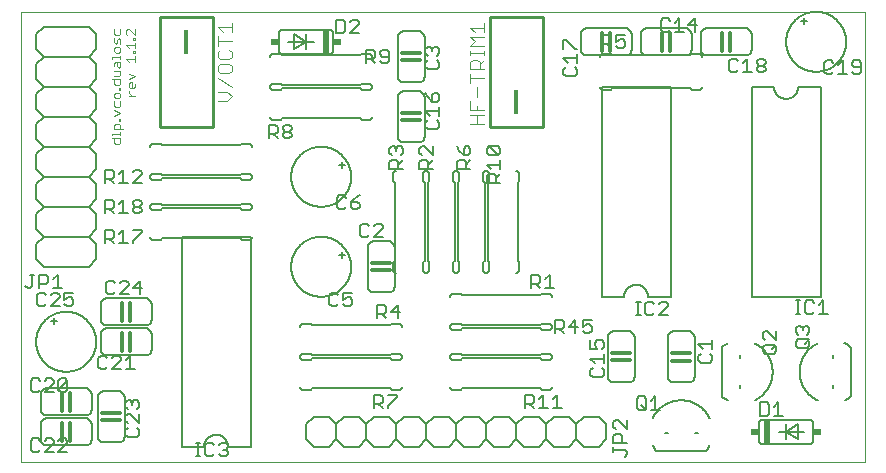
<source format=gto>
G75*
%MOIN*%
%OFA0B0*%
%FSLAX25Y25*%
%IPPOS*%
%LPD*%
%AMOC8*
5,1,8,0,0,1.08239X$1,22.5*
%
%ADD10C,0.00000*%
%ADD11C,0.00300*%
%ADD12C,0.00600*%
%ADD13C,0.01200*%
%ADD14C,0.00500*%
%ADD15R,0.02000X0.08000*%
%ADD16R,0.02500X0.02000*%
%ADD17C,0.01000*%
%ADD18R,0.01181X0.08268*%
%ADD19C,0.00400*%
D10*
X0001000Y0006000D02*
X0001000Y0155961D01*
X0282201Y0155961D01*
X0282201Y0006000D01*
X0001000Y0006000D01*
D11*
X0032599Y0111863D02*
X0032115Y0112347D01*
X0032115Y0113798D01*
X0031148Y0113798D02*
X0034050Y0113798D01*
X0034050Y0112347D01*
X0033566Y0111863D01*
X0032599Y0111863D01*
X0034050Y0114810D02*
X0034050Y0115777D01*
X0034050Y0115293D02*
X0031148Y0115293D01*
X0031148Y0114810D01*
X0032115Y0116774D02*
X0032115Y0118225D01*
X0032599Y0118709D01*
X0033566Y0118709D01*
X0034050Y0118225D01*
X0034050Y0116774D01*
X0035017Y0116774D02*
X0032115Y0116774D01*
X0033566Y0119720D02*
X0033566Y0120204D01*
X0034050Y0120204D01*
X0034050Y0119720D01*
X0033566Y0119720D01*
X0032115Y0121194D02*
X0034050Y0122161D01*
X0032115Y0123129D01*
X0032599Y0124140D02*
X0032115Y0124624D01*
X0032115Y0126075D01*
X0032599Y0127087D02*
X0032115Y0127570D01*
X0032115Y0128538D01*
X0032599Y0129022D01*
X0033566Y0129022D01*
X0034050Y0128538D01*
X0034050Y0127570D01*
X0033566Y0127087D01*
X0032599Y0127087D01*
X0034050Y0126075D02*
X0034050Y0124624D01*
X0033566Y0124140D01*
X0032599Y0124140D01*
X0036915Y0128069D02*
X0038850Y0128069D01*
X0037883Y0128069D02*
X0036915Y0129036D01*
X0036915Y0129520D01*
X0037399Y0130524D02*
X0036915Y0131008D01*
X0036915Y0131976D01*
X0037399Y0132459D01*
X0037883Y0132459D01*
X0037883Y0130524D01*
X0038366Y0130524D02*
X0037399Y0130524D01*
X0038366Y0130524D02*
X0038850Y0131008D01*
X0038850Y0131976D01*
X0036915Y0133471D02*
X0038850Y0134438D01*
X0036915Y0135406D01*
X0034050Y0134937D02*
X0034050Y0136388D01*
X0032115Y0136388D01*
X0032115Y0137883D02*
X0032115Y0138851D01*
X0032599Y0139335D01*
X0034050Y0139335D01*
X0034050Y0137883D01*
X0033566Y0137400D01*
X0033083Y0137883D01*
X0033083Y0139335D01*
X0034050Y0140346D02*
X0034050Y0141314D01*
X0034050Y0140830D02*
X0031148Y0140830D01*
X0031148Y0140346D01*
X0032599Y0142310D02*
X0032115Y0142794D01*
X0032115Y0143762D01*
X0032599Y0144245D01*
X0033566Y0144245D01*
X0034050Y0143762D01*
X0034050Y0142794D01*
X0033566Y0142310D01*
X0032599Y0142310D01*
X0035948Y0144751D02*
X0038850Y0144751D01*
X0038850Y0143784D02*
X0038850Y0145719D01*
X0038850Y0146730D02*
X0038850Y0147214D01*
X0038366Y0147214D01*
X0038366Y0146730D01*
X0038850Y0146730D01*
X0038850Y0148203D02*
X0036915Y0150138D01*
X0036431Y0150138D01*
X0035948Y0149655D01*
X0035948Y0148687D01*
X0036431Y0148203D01*
X0038850Y0148203D02*
X0038850Y0150138D01*
X0034050Y0150138D02*
X0034050Y0148687D01*
X0033566Y0148203D01*
X0032599Y0148203D01*
X0032115Y0148687D01*
X0032115Y0150138D01*
X0032115Y0147192D02*
X0032115Y0145741D01*
X0032599Y0145257D01*
X0033083Y0145741D01*
X0033083Y0146708D01*
X0033566Y0147192D01*
X0034050Y0146708D01*
X0034050Y0145257D01*
X0035948Y0144751D02*
X0036915Y0143784D01*
X0038366Y0142794D02*
X0038850Y0142794D01*
X0038850Y0142310D01*
X0038366Y0142310D01*
X0038366Y0142794D01*
X0038850Y0141299D02*
X0038850Y0139364D01*
X0038850Y0140331D02*
X0035948Y0140331D01*
X0036915Y0139364D01*
X0034050Y0134937D02*
X0033566Y0134453D01*
X0032115Y0134453D01*
X0032115Y0133442D02*
X0032115Y0131990D01*
X0032599Y0131507D01*
X0033566Y0131507D01*
X0034050Y0131990D01*
X0034050Y0133442D01*
X0031148Y0133442D01*
X0033566Y0130517D02*
X0034050Y0130517D01*
X0034050Y0130033D01*
X0033566Y0130033D01*
X0033566Y0130517D01*
D12*
X0026000Y0128500D02*
X0026000Y0123500D01*
X0023500Y0121000D01*
X0008500Y0121000D01*
X0006000Y0123500D01*
X0006000Y0128500D01*
X0008500Y0131000D01*
X0023500Y0131000D01*
X0026000Y0133500D01*
X0026000Y0138500D01*
X0023500Y0141000D01*
X0026000Y0143500D01*
X0026000Y0148500D01*
X0023500Y0151000D01*
X0008500Y0151000D01*
X0006000Y0148500D01*
X0006000Y0143500D01*
X0008500Y0141000D01*
X0023500Y0141000D01*
X0008500Y0141000D02*
X0006000Y0138500D01*
X0006000Y0133500D01*
X0008500Y0131000D01*
X0023500Y0131000D02*
X0026000Y0128500D01*
X0023500Y0121000D02*
X0026000Y0118500D01*
X0026000Y0113500D01*
X0023500Y0111000D01*
X0008500Y0111000D01*
X0006000Y0113500D01*
X0006000Y0118500D01*
X0008500Y0121000D01*
X0008500Y0111000D02*
X0006000Y0108500D01*
X0006000Y0103500D01*
X0008500Y0101000D01*
X0023500Y0101000D01*
X0026000Y0103500D01*
X0026000Y0108500D01*
X0023500Y0111000D01*
X0023500Y0101000D02*
X0026000Y0098500D01*
X0026000Y0093500D01*
X0023500Y0091000D01*
X0008500Y0091000D01*
X0006000Y0093500D01*
X0006000Y0098500D01*
X0008500Y0101000D01*
X0008500Y0091000D02*
X0006000Y0088500D01*
X0006000Y0083500D01*
X0008500Y0081000D01*
X0023500Y0081000D01*
X0026000Y0083500D01*
X0026000Y0088500D01*
X0023500Y0091000D01*
X0023500Y0081000D02*
X0026000Y0078500D01*
X0026000Y0073500D01*
X0023500Y0071000D01*
X0008500Y0071000D01*
X0006000Y0073500D01*
X0006000Y0078500D01*
X0008500Y0081000D01*
X0029500Y0060500D02*
X0042500Y0060500D01*
X0042587Y0060498D01*
X0042674Y0060492D01*
X0042761Y0060483D01*
X0042847Y0060470D01*
X0042933Y0060453D01*
X0043018Y0060432D01*
X0043101Y0060407D01*
X0043184Y0060379D01*
X0043265Y0060348D01*
X0043345Y0060313D01*
X0043423Y0060274D01*
X0043500Y0060232D01*
X0043575Y0060187D01*
X0043647Y0060138D01*
X0043718Y0060087D01*
X0043786Y0060032D01*
X0043851Y0059975D01*
X0043914Y0059914D01*
X0043975Y0059851D01*
X0044032Y0059786D01*
X0044087Y0059718D01*
X0044138Y0059647D01*
X0044187Y0059575D01*
X0044232Y0059500D01*
X0044274Y0059423D01*
X0044313Y0059345D01*
X0044348Y0059265D01*
X0044379Y0059184D01*
X0044407Y0059101D01*
X0044432Y0059018D01*
X0044453Y0058933D01*
X0044470Y0058847D01*
X0044483Y0058761D01*
X0044492Y0058674D01*
X0044498Y0058587D01*
X0044500Y0058500D01*
X0044500Y0053500D01*
X0044498Y0053413D01*
X0044492Y0053326D01*
X0044483Y0053239D01*
X0044470Y0053153D01*
X0044453Y0053067D01*
X0044432Y0052982D01*
X0044407Y0052899D01*
X0044379Y0052816D01*
X0044348Y0052735D01*
X0044313Y0052655D01*
X0044274Y0052577D01*
X0044232Y0052500D01*
X0044187Y0052425D01*
X0044138Y0052353D01*
X0044087Y0052282D01*
X0044032Y0052214D01*
X0043975Y0052149D01*
X0043914Y0052086D01*
X0043851Y0052025D01*
X0043786Y0051968D01*
X0043718Y0051913D01*
X0043647Y0051862D01*
X0043575Y0051813D01*
X0043500Y0051768D01*
X0043423Y0051726D01*
X0043345Y0051687D01*
X0043265Y0051652D01*
X0043184Y0051621D01*
X0043101Y0051593D01*
X0043018Y0051568D01*
X0042933Y0051547D01*
X0042847Y0051530D01*
X0042761Y0051517D01*
X0042674Y0051508D01*
X0042587Y0051502D01*
X0042500Y0051500D01*
X0029500Y0051500D01*
X0029500Y0050500D02*
X0042500Y0050500D01*
X0042587Y0050498D01*
X0042674Y0050492D01*
X0042761Y0050483D01*
X0042847Y0050470D01*
X0042933Y0050453D01*
X0043018Y0050432D01*
X0043101Y0050407D01*
X0043184Y0050379D01*
X0043265Y0050348D01*
X0043345Y0050313D01*
X0043423Y0050274D01*
X0043500Y0050232D01*
X0043575Y0050187D01*
X0043647Y0050138D01*
X0043718Y0050087D01*
X0043786Y0050032D01*
X0043851Y0049975D01*
X0043914Y0049914D01*
X0043975Y0049851D01*
X0044032Y0049786D01*
X0044087Y0049718D01*
X0044138Y0049647D01*
X0044187Y0049575D01*
X0044232Y0049500D01*
X0044274Y0049423D01*
X0044313Y0049345D01*
X0044348Y0049265D01*
X0044379Y0049184D01*
X0044407Y0049101D01*
X0044432Y0049018D01*
X0044453Y0048933D01*
X0044470Y0048847D01*
X0044483Y0048761D01*
X0044492Y0048674D01*
X0044498Y0048587D01*
X0044500Y0048500D01*
X0044500Y0043500D01*
X0044498Y0043413D01*
X0044492Y0043326D01*
X0044483Y0043239D01*
X0044470Y0043153D01*
X0044453Y0043067D01*
X0044432Y0042982D01*
X0044407Y0042899D01*
X0044379Y0042816D01*
X0044348Y0042735D01*
X0044313Y0042655D01*
X0044274Y0042577D01*
X0044232Y0042500D01*
X0044187Y0042425D01*
X0044138Y0042353D01*
X0044087Y0042282D01*
X0044032Y0042214D01*
X0043975Y0042149D01*
X0043914Y0042086D01*
X0043851Y0042025D01*
X0043786Y0041968D01*
X0043718Y0041913D01*
X0043647Y0041862D01*
X0043575Y0041813D01*
X0043500Y0041768D01*
X0043423Y0041726D01*
X0043345Y0041687D01*
X0043265Y0041652D01*
X0043184Y0041621D01*
X0043101Y0041593D01*
X0043018Y0041568D01*
X0042933Y0041547D01*
X0042847Y0041530D01*
X0042761Y0041517D01*
X0042674Y0041508D01*
X0042587Y0041502D01*
X0042500Y0041500D01*
X0029500Y0041500D01*
X0029413Y0041502D01*
X0029326Y0041508D01*
X0029239Y0041517D01*
X0029153Y0041530D01*
X0029067Y0041547D01*
X0028982Y0041568D01*
X0028899Y0041593D01*
X0028816Y0041621D01*
X0028735Y0041652D01*
X0028655Y0041687D01*
X0028577Y0041726D01*
X0028500Y0041768D01*
X0028425Y0041813D01*
X0028353Y0041862D01*
X0028282Y0041913D01*
X0028214Y0041968D01*
X0028149Y0042025D01*
X0028086Y0042086D01*
X0028025Y0042149D01*
X0027968Y0042214D01*
X0027913Y0042282D01*
X0027862Y0042353D01*
X0027813Y0042425D01*
X0027768Y0042500D01*
X0027726Y0042577D01*
X0027687Y0042655D01*
X0027652Y0042735D01*
X0027621Y0042816D01*
X0027593Y0042899D01*
X0027568Y0042982D01*
X0027547Y0043067D01*
X0027530Y0043153D01*
X0027517Y0043239D01*
X0027508Y0043326D01*
X0027502Y0043413D01*
X0027500Y0043500D01*
X0027500Y0048500D01*
X0027502Y0048587D01*
X0027508Y0048674D01*
X0027517Y0048761D01*
X0027530Y0048847D01*
X0027547Y0048933D01*
X0027568Y0049018D01*
X0027593Y0049101D01*
X0027621Y0049184D01*
X0027652Y0049265D01*
X0027687Y0049345D01*
X0027726Y0049423D01*
X0027768Y0049500D01*
X0027813Y0049575D01*
X0027862Y0049647D01*
X0027913Y0049718D01*
X0027968Y0049786D01*
X0028025Y0049851D01*
X0028086Y0049914D01*
X0028149Y0049975D01*
X0028214Y0050032D01*
X0028282Y0050087D01*
X0028353Y0050138D01*
X0028425Y0050187D01*
X0028500Y0050232D01*
X0028577Y0050274D01*
X0028655Y0050313D01*
X0028735Y0050348D01*
X0028816Y0050379D01*
X0028899Y0050407D01*
X0028982Y0050432D01*
X0029067Y0050453D01*
X0029153Y0050470D01*
X0029239Y0050483D01*
X0029326Y0050492D01*
X0029413Y0050498D01*
X0029500Y0050500D01*
X0029500Y0051500D02*
X0029413Y0051502D01*
X0029326Y0051508D01*
X0029239Y0051517D01*
X0029153Y0051530D01*
X0029067Y0051547D01*
X0028982Y0051568D01*
X0028899Y0051593D01*
X0028816Y0051621D01*
X0028735Y0051652D01*
X0028655Y0051687D01*
X0028577Y0051726D01*
X0028500Y0051768D01*
X0028425Y0051813D01*
X0028353Y0051862D01*
X0028282Y0051913D01*
X0028214Y0051968D01*
X0028149Y0052025D01*
X0028086Y0052086D01*
X0028025Y0052149D01*
X0027968Y0052214D01*
X0027913Y0052282D01*
X0027862Y0052353D01*
X0027813Y0052425D01*
X0027768Y0052500D01*
X0027726Y0052577D01*
X0027687Y0052655D01*
X0027652Y0052735D01*
X0027621Y0052816D01*
X0027593Y0052899D01*
X0027568Y0052982D01*
X0027547Y0053067D01*
X0027530Y0053153D01*
X0027517Y0053239D01*
X0027508Y0053326D01*
X0027502Y0053413D01*
X0027500Y0053500D01*
X0027500Y0058500D01*
X0027502Y0058587D01*
X0027508Y0058674D01*
X0027517Y0058761D01*
X0027530Y0058847D01*
X0027547Y0058933D01*
X0027568Y0059018D01*
X0027593Y0059101D01*
X0027621Y0059184D01*
X0027652Y0059265D01*
X0027687Y0059345D01*
X0027726Y0059423D01*
X0027768Y0059500D01*
X0027813Y0059575D01*
X0027862Y0059647D01*
X0027913Y0059718D01*
X0027968Y0059786D01*
X0028025Y0059851D01*
X0028086Y0059914D01*
X0028149Y0059975D01*
X0028214Y0060032D01*
X0028282Y0060087D01*
X0028353Y0060138D01*
X0028425Y0060187D01*
X0028500Y0060232D01*
X0028577Y0060274D01*
X0028655Y0060313D01*
X0028735Y0060348D01*
X0028816Y0060379D01*
X0028899Y0060407D01*
X0028982Y0060432D01*
X0029067Y0060453D01*
X0029153Y0060470D01*
X0029239Y0060483D01*
X0029326Y0060492D01*
X0029413Y0060498D01*
X0029500Y0060500D01*
X0013000Y0053000D02*
X0011000Y0053000D01*
X0012000Y0052000D02*
X0012000Y0054000D01*
X0006000Y0046000D02*
X0006003Y0046245D01*
X0006012Y0046491D01*
X0006027Y0046736D01*
X0006048Y0046980D01*
X0006075Y0047224D01*
X0006108Y0047467D01*
X0006147Y0047710D01*
X0006192Y0047951D01*
X0006243Y0048191D01*
X0006300Y0048430D01*
X0006362Y0048667D01*
X0006431Y0048903D01*
X0006505Y0049137D01*
X0006585Y0049369D01*
X0006670Y0049599D01*
X0006761Y0049827D01*
X0006858Y0050052D01*
X0006960Y0050276D01*
X0007068Y0050496D01*
X0007181Y0050714D01*
X0007299Y0050929D01*
X0007423Y0051141D01*
X0007551Y0051350D01*
X0007685Y0051556D01*
X0007824Y0051758D01*
X0007968Y0051957D01*
X0008117Y0052152D01*
X0008270Y0052344D01*
X0008428Y0052532D01*
X0008590Y0052716D01*
X0008758Y0052895D01*
X0008929Y0053071D01*
X0009105Y0053242D01*
X0009284Y0053410D01*
X0009468Y0053572D01*
X0009656Y0053730D01*
X0009848Y0053883D01*
X0010043Y0054032D01*
X0010242Y0054176D01*
X0010444Y0054315D01*
X0010650Y0054449D01*
X0010859Y0054577D01*
X0011071Y0054701D01*
X0011286Y0054819D01*
X0011504Y0054932D01*
X0011724Y0055040D01*
X0011948Y0055142D01*
X0012173Y0055239D01*
X0012401Y0055330D01*
X0012631Y0055415D01*
X0012863Y0055495D01*
X0013097Y0055569D01*
X0013333Y0055638D01*
X0013570Y0055700D01*
X0013809Y0055757D01*
X0014049Y0055808D01*
X0014290Y0055853D01*
X0014533Y0055892D01*
X0014776Y0055925D01*
X0015020Y0055952D01*
X0015264Y0055973D01*
X0015509Y0055988D01*
X0015755Y0055997D01*
X0016000Y0056000D01*
X0016245Y0055997D01*
X0016491Y0055988D01*
X0016736Y0055973D01*
X0016980Y0055952D01*
X0017224Y0055925D01*
X0017467Y0055892D01*
X0017710Y0055853D01*
X0017951Y0055808D01*
X0018191Y0055757D01*
X0018430Y0055700D01*
X0018667Y0055638D01*
X0018903Y0055569D01*
X0019137Y0055495D01*
X0019369Y0055415D01*
X0019599Y0055330D01*
X0019827Y0055239D01*
X0020052Y0055142D01*
X0020276Y0055040D01*
X0020496Y0054932D01*
X0020714Y0054819D01*
X0020929Y0054701D01*
X0021141Y0054577D01*
X0021350Y0054449D01*
X0021556Y0054315D01*
X0021758Y0054176D01*
X0021957Y0054032D01*
X0022152Y0053883D01*
X0022344Y0053730D01*
X0022532Y0053572D01*
X0022716Y0053410D01*
X0022895Y0053242D01*
X0023071Y0053071D01*
X0023242Y0052895D01*
X0023410Y0052716D01*
X0023572Y0052532D01*
X0023730Y0052344D01*
X0023883Y0052152D01*
X0024032Y0051957D01*
X0024176Y0051758D01*
X0024315Y0051556D01*
X0024449Y0051350D01*
X0024577Y0051141D01*
X0024701Y0050929D01*
X0024819Y0050714D01*
X0024932Y0050496D01*
X0025040Y0050276D01*
X0025142Y0050052D01*
X0025239Y0049827D01*
X0025330Y0049599D01*
X0025415Y0049369D01*
X0025495Y0049137D01*
X0025569Y0048903D01*
X0025638Y0048667D01*
X0025700Y0048430D01*
X0025757Y0048191D01*
X0025808Y0047951D01*
X0025853Y0047710D01*
X0025892Y0047467D01*
X0025925Y0047224D01*
X0025952Y0046980D01*
X0025973Y0046736D01*
X0025988Y0046491D01*
X0025997Y0046245D01*
X0026000Y0046000D01*
X0025997Y0045755D01*
X0025988Y0045509D01*
X0025973Y0045264D01*
X0025952Y0045020D01*
X0025925Y0044776D01*
X0025892Y0044533D01*
X0025853Y0044290D01*
X0025808Y0044049D01*
X0025757Y0043809D01*
X0025700Y0043570D01*
X0025638Y0043333D01*
X0025569Y0043097D01*
X0025495Y0042863D01*
X0025415Y0042631D01*
X0025330Y0042401D01*
X0025239Y0042173D01*
X0025142Y0041948D01*
X0025040Y0041724D01*
X0024932Y0041504D01*
X0024819Y0041286D01*
X0024701Y0041071D01*
X0024577Y0040859D01*
X0024449Y0040650D01*
X0024315Y0040444D01*
X0024176Y0040242D01*
X0024032Y0040043D01*
X0023883Y0039848D01*
X0023730Y0039656D01*
X0023572Y0039468D01*
X0023410Y0039284D01*
X0023242Y0039105D01*
X0023071Y0038929D01*
X0022895Y0038758D01*
X0022716Y0038590D01*
X0022532Y0038428D01*
X0022344Y0038270D01*
X0022152Y0038117D01*
X0021957Y0037968D01*
X0021758Y0037824D01*
X0021556Y0037685D01*
X0021350Y0037551D01*
X0021141Y0037423D01*
X0020929Y0037299D01*
X0020714Y0037181D01*
X0020496Y0037068D01*
X0020276Y0036960D01*
X0020052Y0036858D01*
X0019827Y0036761D01*
X0019599Y0036670D01*
X0019369Y0036585D01*
X0019137Y0036505D01*
X0018903Y0036431D01*
X0018667Y0036362D01*
X0018430Y0036300D01*
X0018191Y0036243D01*
X0017951Y0036192D01*
X0017710Y0036147D01*
X0017467Y0036108D01*
X0017224Y0036075D01*
X0016980Y0036048D01*
X0016736Y0036027D01*
X0016491Y0036012D01*
X0016245Y0036003D01*
X0016000Y0036000D01*
X0015755Y0036003D01*
X0015509Y0036012D01*
X0015264Y0036027D01*
X0015020Y0036048D01*
X0014776Y0036075D01*
X0014533Y0036108D01*
X0014290Y0036147D01*
X0014049Y0036192D01*
X0013809Y0036243D01*
X0013570Y0036300D01*
X0013333Y0036362D01*
X0013097Y0036431D01*
X0012863Y0036505D01*
X0012631Y0036585D01*
X0012401Y0036670D01*
X0012173Y0036761D01*
X0011948Y0036858D01*
X0011724Y0036960D01*
X0011504Y0037068D01*
X0011286Y0037181D01*
X0011071Y0037299D01*
X0010859Y0037423D01*
X0010650Y0037551D01*
X0010444Y0037685D01*
X0010242Y0037824D01*
X0010043Y0037968D01*
X0009848Y0038117D01*
X0009656Y0038270D01*
X0009468Y0038428D01*
X0009284Y0038590D01*
X0009105Y0038758D01*
X0008929Y0038929D01*
X0008758Y0039105D01*
X0008590Y0039284D01*
X0008428Y0039468D01*
X0008270Y0039656D01*
X0008117Y0039848D01*
X0007968Y0040043D01*
X0007824Y0040242D01*
X0007685Y0040444D01*
X0007551Y0040650D01*
X0007423Y0040859D01*
X0007299Y0041071D01*
X0007181Y0041286D01*
X0007068Y0041504D01*
X0006960Y0041724D01*
X0006858Y0041948D01*
X0006761Y0042173D01*
X0006670Y0042401D01*
X0006585Y0042631D01*
X0006505Y0042863D01*
X0006431Y0043097D01*
X0006362Y0043333D01*
X0006300Y0043570D01*
X0006243Y0043809D01*
X0006192Y0044049D01*
X0006147Y0044290D01*
X0006108Y0044533D01*
X0006075Y0044776D01*
X0006048Y0045020D01*
X0006027Y0045264D01*
X0006012Y0045509D01*
X0006003Y0045755D01*
X0006000Y0046000D01*
X0009500Y0030500D02*
X0022500Y0030500D01*
X0022587Y0030498D01*
X0022674Y0030492D01*
X0022761Y0030483D01*
X0022847Y0030470D01*
X0022933Y0030453D01*
X0023018Y0030432D01*
X0023101Y0030407D01*
X0023184Y0030379D01*
X0023265Y0030348D01*
X0023345Y0030313D01*
X0023423Y0030274D01*
X0023500Y0030232D01*
X0023575Y0030187D01*
X0023647Y0030138D01*
X0023718Y0030087D01*
X0023786Y0030032D01*
X0023851Y0029975D01*
X0023914Y0029914D01*
X0023975Y0029851D01*
X0024032Y0029786D01*
X0024087Y0029718D01*
X0024138Y0029647D01*
X0024187Y0029575D01*
X0024232Y0029500D01*
X0024274Y0029423D01*
X0024313Y0029345D01*
X0024348Y0029265D01*
X0024379Y0029184D01*
X0024407Y0029101D01*
X0024432Y0029018D01*
X0024453Y0028933D01*
X0024470Y0028847D01*
X0024483Y0028761D01*
X0024492Y0028674D01*
X0024498Y0028587D01*
X0024500Y0028500D01*
X0024500Y0023500D01*
X0024498Y0023413D01*
X0024492Y0023326D01*
X0024483Y0023239D01*
X0024470Y0023153D01*
X0024453Y0023067D01*
X0024432Y0022982D01*
X0024407Y0022899D01*
X0024379Y0022816D01*
X0024348Y0022735D01*
X0024313Y0022655D01*
X0024274Y0022577D01*
X0024232Y0022500D01*
X0024187Y0022425D01*
X0024138Y0022353D01*
X0024087Y0022282D01*
X0024032Y0022214D01*
X0023975Y0022149D01*
X0023914Y0022086D01*
X0023851Y0022025D01*
X0023786Y0021968D01*
X0023718Y0021913D01*
X0023647Y0021862D01*
X0023575Y0021813D01*
X0023500Y0021768D01*
X0023423Y0021726D01*
X0023345Y0021687D01*
X0023265Y0021652D01*
X0023184Y0021621D01*
X0023101Y0021593D01*
X0023018Y0021568D01*
X0022933Y0021547D01*
X0022847Y0021530D01*
X0022761Y0021517D01*
X0022674Y0021508D01*
X0022587Y0021502D01*
X0022500Y0021500D01*
X0009500Y0021500D01*
X0009500Y0020500D02*
X0022500Y0020500D01*
X0022587Y0020498D01*
X0022674Y0020492D01*
X0022761Y0020483D01*
X0022847Y0020470D01*
X0022933Y0020453D01*
X0023018Y0020432D01*
X0023101Y0020407D01*
X0023184Y0020379D01*
X0023265Y0020348D01*
X0023345Y0020313D01*
X0023423Y0020274D01*
X0023500Y0020232D01*
X0023575Y0020187D01*
X0023647Y0020138D01*
X0023718Y0020087D01*
X0023786Y0020032D01*
X0023851Y0019975D01*
X0023914Y0019914D01*
X0023975Y0019851D01*
X0024032Y0019786D01*
X0024087Y0019718D01*
X0024138Y0019647D01*
X0024187Y0019575D01*
X0024232Y0019500D01*
X0024274Y0019423D01*
X0024313Y0019345D01*
X0024348Y0019265D01*
X0024379Y0019184D01*
X0024407Y0019101D01*
X0024432Y0019018D01*
X0024453Y0018933D01*
X0024470Y0018847D01*
X0024483Y0018761D01*
X0024492Y0018674D01*
X0024498Y0018587D01*
X0024500Y0018500D01*
X0024500Y0013500D01*
X0024498Y0013413D01*
X0024492Y0013326D01*
X0024483Y0013239D01*
X0024470Y0013153D01*
X0024453Y0013067D01*
X0024432Y0012982D01*
X0024407Y0012899D01*
X0024379Y0012816D01*
X0024348Y0012735D01*
X0024313Y0012655D01*
X0024274Y0012577D01*
X0024232Y0012500D01*
X0024187Y0012425D01*
X0024138Y0012353D01*
X0024087Y0012282D01*
X0024032Y0012214D01*
X0023975Y0012149D01*
X0023914Y0012086D01*
X0023851Y0012025D01*
X0023786Y0011968D01*
X0023718Y0011913D01*
X0023647Y0011862D01*
X0023575Y0011813D01*
X0023500Y0011768D01*
X0023423Y0011726D01*
X0023345Y0011687D01*
X0023265Y0011652D01*
X0023184Y0011621D01*
X0023101Y0011593D01*
X0023018Y0011568D01*
X0022933Y0011547D01*
X0022847Y0011530D01*
X0022761Y0011517D01*
X0022674Y0011508D01*
X0022587Y0011502D01*
X0022500Y0011500D01*
X0009500Y0011500D01*
X0009413Y0011502D01*
X0009326Y0011508D01*
X0009239Y0011517D01*
X0009153Y0011530D01*
X0009067Y0011547D01*
X0008982Y0011568D01*
X0008899Y0011593D01*
X0008816Y0011621D01*
X0008735Y0011652D01*
X0008655Y0011687D01*
X0008577Y0011726D01*
X0008500Y0011768D01*
X0008425Y0011813D01*
X0008353Y0011862D01*
X0008282Y0011913D01*
X0008214Y0011968D01*
X0008149Y0012025D01*
X0008086Y0012086D01*
X0008025Y0012149D01*
X0007968Y0012214D01*
X0007913Y0012282D01*
X0007862Y0012353D01*
X0007813Y0012425D01*
X0007768Y0012500D01*
X0007726Y0012577D01*
X0007687Y0012655D01*
X0007652Y0012735D01*
X0007621Y0012816D01*
X0007593Y0012899D01*
X0007568Y0012982D01*
X0007547Y0013067D01*
X0007530Y0013153D01*
X0007517Y0013239D01*
X0007508Y0013326D01*
X0007502Y0013413D01*
X0007500Y0013500D01*
X0007500Y0018500D01*
X0007502Y0018587D01*
X0007508Y0018674D01*
X0007517Y0018761D01*
X0007530Y0018847D01*
X0007547Y0018933D01*
X0007568Y0019018D01*
X0007593Y0019101D01*
X0007621Y0019184D01*
X0007652Y0019265D01*
X0007687Y0019345D01*
X0007726Y0019423D01*
X0007768Y0019500D01*
X0007813Y0019575D01*
X0007862Y0019647D01*
X0007913Y0019718D01*
X0007968Y0019786D01*
X0008025Y0019851D01*
X0008086Y0019914D01*
X0008149Y0019975D01*
X0008214Y0020032D01*
X0008282Y0020087D01*
X0008353Y0020138D01*
X0008425Y0020187D01*
X0008500Y0020232D01*
X0008577Y0020274D01*
X0008655Y0020313D01*
X0008735Y0020348D01*
X0008816Y0020379D01*
X0008899Y0020407D01*
X0008982Y0020432D01*
X0009067Y0020453D01*
X0009153Y0020470D01*
X0009239Y0020483D01*
X0009326Y0020492D01*
X0009413Y0020498D01*
X0009500Y0020500D01*
X0009500Y0021500D02*
X0009413Y0021502D01*
X0009326Y0021508D01*
X0009239Y0021517D01*
X0009153Y0021530D01*
X0009067Y0021547D01*
X0008982Y0021568D01*
X0008899Y0021593D01*
X0008816Y0021621D01*
X0008735Y0021652D01*
X0008655Y0021687D01*
X0008577Y0021726D01*
X0008500Y0021768D01*
X0008425Y0021813D01*
X0008353Y0021862D01*
X0008282Y0021913D01*
X0008214Y0021968D01*
X0008149Y0022025D01*
X0008086Y0022086D01*
X0008025Y0022149D01*
X0007968Y0022214D01*
X0007913Y0022282D01*
X0007862Y0022353D01*
X0007813Y0022425D01*
X0007768Y0022500D01*
X0007726Y0022577D01*
X0007687Y0022655D01*
X0007652Y0022735D01*
X0007621Y0022816D01*
X0007593Y0022899D01*
X0007568Y0022982D01*
X0007547Y0023067D01*
X0007530Y0023153D01*
X0007517Y0023239D01*
X0007508Y0023326D01*
X0007502Y0023413D01*
X0007500Y0023500D01*
X0007500Y0028500D01*
X0007502Y0028587D01*
X0007508Y0028674D01*
X0007517Y0028761D01*
X0007530Y0028847D01*
X0007547Y0028933D01*
X0007568Y0029018D01*
X0007593Y0029101D01*
X0007621Y0029184D01*
X0007652Y0029265D01*
X0007687Y0029345D01*
X0007726Y0029423D01*
X0007768Y0029500D01*
X0007813Y0029575D01*
X0007862Y0029647D01*
X0007913Y0029718D01*
X0007968Y0029786D01*
X0008025Y0029851D01*
X0008086Y0029914D01*
X0008149Y0029975D01*
X0008214Y0030032D01*
X0008282Y0030087D01*
X0008353Y0030138D01*
X0008425Y0030187D01*
X0008500Y0030232D01*
X0008577Y0030274D01*
X0008655Y0030313D01*
X0008735Y0030348D01*
X0008816Y0030379D01*
X0008899Y0030407D01*
X0008982Y0030432D01*
X0009067Y0030453D01*
X0009153Y0030470D01*
X0009239Y0030483D01*
X0009326Y0030492D01*
X0009413Y0030498D01*
X0009500Y0030500D01*
X0026500Y0027500D02*
X0026500Y0014500D01*
X0026502Y0014413D01*
X0026508Y0014326D01*
X0026517Y0014239D01*
X0026530Y0014153D01*
X0026547Y0014067D01*
X0026568Y0013982D01*
X0026593Y0013899D01*
X0026621Y0013816D01*
X0026652Y0013735D01*
X0026687Y0013655D01*
X0026726Y0013577D01*
X0026768Y0013500D01*
X0026813Y0013425D01*
X0026862Y0013353D01*
X0026913Y0013282D01*
X0026968Y0013214D01*
X0027025Y0013149D01*
X0027086Y0013086D01*
X0027149Y0013025D01*
X0027214Y0012968D01*
X0027282Y0012913D01*
X0027353Y0012862D01*
X0027425Y0012813D01*
X0027500Y0012768D01*
X0027577Y0012726D01*
X0027655Y0012687D01*
X0027735Y0012652D01*
X0027816Y0012621D01*
X0027899Y0012593D01*
X0027982Y0012568D01*
X0028067Y0012547D01*
X0028153Y0012530D01*
X0028239Y0012517D01*
X0028326Y0012508D01*
X0028413Y0012502D01*
X0028500Y0012500D01*
X0033500Y0012500D01*
X0033587Y0012502D01*
X0033674Y0012508D01*
X0033761Y0012517D01*
X0033847Y0012530D01*
X0033933Y0012547D01*
X0034018Y0012568D01*
X0034101Y0012593D01*
X0034184Y0012621D01*
X0034265Y0012652D01*
X0034345Y0012687D01*
X0034423Y0012726D01*
X0034500Y0012768D01*
X0034575Y0012813D01*
X0034647Y0012862D01*
X0034718Y0012913D01*
X0034786Y0012968D01*
X0034851Y0013025D01*
X0034914Y0013086D01*
X0034975Y0013149D01*
X0035032Y0013214D01*
X0035087Y0013282D01*
X0035138Y0013353D01*
X0035187Y0013425D01*
X0035232Y0013500D01*
X0035274Y0013577D01*
X0035313Y0013655D01*
X0035348Y0013735D01*
X0035379Y0013816D01*
X0035407Y0013899D01*
X0035432Y0013982D01*
X0035453Y0014067D01*
X0035470Y0014153D01*
X0035483Y0014239D01*
X0035492Y0014326D01*
X0035498Y0014413D01*
X0035500Y0014500D01*
X0035500Y0027500D01*
X0035498Y0027587D01*
X0035492Y0027674D01*
X0035483Y0027761D01*
X0035470Y0027847D01*
X0035453Y0027933D01*
X0035432Y0028018D01*
X0035407Y0028101D01*
X0035379Y0028184D01*
X0035348Y0028265D01*
X0035313Y0028345D01*
X0035274Y0028423D01*
X0035232Y0028500D01*
X0035187Y0028575D01*
X0035138Y0028647D01*
X0035087Y0028718D01*
X0035032Y0028786D01*
X0034975Y0028851D01*
X0034914Y0028914D01*
X0034851Y0028975D01*
X0034786Y0029032D01*
X0034718Y0029087D01*
X0034647Y0029138D01*
X0034575Y0029187D01*
X0034500Y0029232D01*
X0034423Y0029274D01*
X0034345Y0029313D01*
X0034265Y0029348D01*
X0034184Y0029379D01*
X0034101Y0029407D01*
X0034018Y0029432D01*
X0033933Y0029453D01*
X0033847Y0029470D01*
X0033761Y0029483D01*
X0033674Y0029492D01*
X0033587Y0029498D01*
X0033500Y0029500D01*
X0028500Y0029500D01*
X0028413Y0029498D01*
X0028326Y0029492D01*
X0028239Y0029483D01*
X0028153Y0029470D01*
X0028067Y0029453D01*
X0027982Y0029432D01*
X0027899Y0029407D01*
X0027816Y0029379D01*
X0027735Y0029348D01*
X0027655Y0029313D01*
X0027577Y0029274D01*
X0027500Y0029232D01*
X0027425Y0029187D01*
X0027353Y0029138D01*
X0027282Y0029087D01*
X0027214Y0029032D01*
X0027149Y0028975D01*
X0027086Y0028914D01*
X0027025Y0028851D01*
X0026968Y0028786D01*
X0026913Y0028718D01*
X0026862Y0028647D01*
X0026813Y0028575D01*
X0026768Y0028500D01*
X0026726Y0028423D01*
X0026687Y0028345D01*
X0026652Y0028265D01*
X0026621Y0028184D01*
X0026593Y0028101D01*
X0026568Y0028018D01*
X0026547Y0027933D01*
X0026530Y0027847D01*
X0026517Y0027761D01*
X0026508Y0027674D01*
X0026502Y0027587D01*
X0026500Y0027500D01*
X0054500Y0011000D02*
X0062000Y0011000D01*
X0062002Y0011126D01*
X0062008Y0011251D01*
X0062018Y0011376D01*
X0062032Y0011501D01*
X0062049Y0011626D01*
X0062071Y0011750D01*
X0062096Y0011873D01*
X0062126Y0011995D01*
X0062159Y0012116D01*
X0062196Y0012236D01*
X0062236Y0012355D01*
X0062281Y0012472D01*
X0062329Y0012589D01*
X0062381Y0012703D01*
X0062436Y0012816D01*
X0062495Y0012927D01*
X0062557Y0013036D01*
X0062623Y0013143D01*
X0062692Y0013248D01*
X0062764Y0013351D01*
X0062839Y0013452D01*
X0062918Y0013550D01*
X0063000Y0013645D01*
X0063084Y0013738D01*
X0063172Y0013828D01*
X0063262Y0013916D01*
X0063355Y0014000D01*
X0063450Y0014082D01*
X0063548Y0014161D01*
X0063649Y0014236D01*
X0063752Y0014308D01*
X0063857Y0014377D01*
X0063964Y0014443D01*
X0064073Y0014505D01*
X0064184Y0014564D01*
X0064297Y0014619D01*
X0064411Y0014671D01*
X0064528Y0014719D01*
X0064645Y0014764D01*
X0064764Y0014804D01*
X0064884Y0014841D01*
X0065005Y0014874D01*
X0065127Y0014904D01*
X0065250Y0014929D01*
X0065374Y0014951D01*
X0065499Y0014968D01*
X0065624Y0014982D01*
X0065749Y0014992D01*
X0065874Y0014998D01*
X0066000Y0015000D01*
X0066126Y0014998D01*
X0066251Y0014992D01*
X0066376Y0014982D01*
X0066501Y0014968D01*
X0066626Y0014951D01*
X0066750Y0014929D01*
X0066873Y0014904D01*
X0066995Y0014874D01*
X0067116Y0014841D01*
X0067236Y0014804D01*
X0067355Y0014764D01*
X0067472Y0014719D01*
X0067589Y0014671D01*
X0067703Y0014619D01*
X0067816Y0014564D01*
X0067927Y0014505D01*
X0068036Y0014443D01*
X0068143Y0014377D01*
X0068248Y0014308D01*
X0068351Y0014236D01*
X0068452Y0014161D01*
X0068550Y0014082D01*
X0068645Y0014000D01*
X0068738Y0013916D01*
X0068828Y0013828D01*
X0068916Y0013738D01*
X0069000Y0013645D01*
X0069082Y0013550D01*
X0069161Y0013452D01*
X0069236Y0013351D01*
X0069308Y0013248D01*
X0069377Y0013143D01*
X0069443Y0013036D01*
X0069505Y0012927D01*
X0069564Y0012816D01*
X0069619Y0012703D01*
X0069671Y0012589D01*
X0069719Y0012472D01*
X0069764Y0012355D01*
X0069804Y0012236D01*
X0069841Y0012116D01*
X0069874Y0011995D01*
X0069904Y0011873D01*
X0069929Y0011750D01*
X0069951Y0011626D01*
X0069968Y0011501D01*
X0069982Y0011376D01*
X0069992Y0011251D01*
X0069998Y0011126D01*
X0070000Y0011000D01*
X0077500Y0011000D01*
X0077500Y0081000D01*
X0054500Y0081000D01*
X0054500Y0011000D01*
X0096000Y0013500D02*
X0096000Y0018500D01*
X0098500Y0021000D01*
X0103500Y0021000D01*
X0106000Y0018500D01*
X0108500Y0021000D01*
X0113500Y0021000D01*
X0116000Y0018500D01*
X0118500Y0021000D01*
X0123500Y0021000D01*
X0126000Y0018500D01*
X0128500Y0021000D01*
X0133500Y0021000D01*
X0136000Y0018500D01*
X0138500Y0021000D01*
X0143500Y0021000D01*
X0146000Y0018500D01*
X0148500Y0021000D01*
X0153500Y0021000D01*
X0156000Y0018500D01*
X0158500Y0021000D01*
X0163500Y0021000D01*
X0166000Y0018500D01*
X0168500Y0021000D01*
X0173500Y0021000D01*
X0176000Y0018500D01*
X0178500Y0021000D01*
X0183500Y0021000D01*
X0186000Y0018500D01*
X0188500Y0021000D01*
X0193500Y0021000D01*
X0196000Y0018500D01*
X0196000Y0013500D01*
X0193500Y0011000D01*
X0188500Y0011000D01*
X0186000Y0013500D01*
X0183500Y0011000D01*
X0178500Y0011000D01*
X0176000Y0013500D01*
X0176000Y0018500D01*
X0176000Y0013500D02*
X0173500Y0011000D01*
X0168500Y0011000D01*
X0166000Y0013500D01*
X0163500Y0011000D01*
X0158500Y0011000D01*
X0156000Y0013500D01*
X0153500Y0011000D01*
X0148500Y0011000D01*
X0146000Y0013500D01*
X0146000Y0018500D01*
X0146000Y0013500D02*
X0143500Y0011000D01*
X0138500Y0011000D01*
X0136000Y0013500D01*
X0133500Y0011000D01*
X0128500Y0011000D01*
X0126000Y0013500D01*
X0123500Y0011000D01*
X0118500Y0011000D01*
X0116000Y0013500D01*
X0116000Y0018500D01*
X0116000Y0013500D02*
X0113500Y0011000D01*
X0108500Y0011000D01*
X0106000Y0013500D01*
X0103500Y0011000D01*
X0098500Y0011000D01*
X0096000Y0013500D01*
X0106000Y0013500D02*
X0106000Y0018500D01*
X0097500Y0030000D02*
X0095000Y0030000D01*
X0094940Y0030002D01*
X0094879Y0030007D01*
X0094820Y0030016D01*
X0094761Y0030029D01*
X0094702Y0030045D01*
X0094645Y0030065D01*
X0094590Y0030088D01*
X0094535Y0030115D01*
X0094483Y0030144D01*
X0094432Y0030177D01*
X0094383Y0030213D01*
X0094337Y0030251D01*
X0094293Y0030293D01*
X0094251Y0030337D01*
X0094213Y0030383D01*
X0094177Y0030432D01*
X0094144Y0030483D01*
X0094115Y0030535D01*
X0094088Y0030590D01*
X0094065Y0030645D01*
X0094045Y0030702D01*
X0094029Y0030761D01*
X0094016Y0030820D01*
X0094007Y0030879D01*
X0094002Y0030940D01*
X0094000Y0031000D01*
X0097500Y0030000D02*
X0098000Y0030500D01*
X0124000Y0030500D01*
X0124500Y0030000D01*
X0127000Y0030000D01*
X0127060Y0030002D01*
X0127121Y0030007D01*
X0127180Y0030016D01*
X0127239Y0030029D01*
X0127298Y0030045D01*
X0127355Y0030065D01*
X0127410Y0030088D01*
X0127465Y0030115D01*
X0127517Y0030144D01*
X0127568Y0030177D01*
X0127617Y0030213D01*
X0127663Y0030251D01*
X0127707Y0030293D01*
X0127749Y0030337D01*
X0127787Y0030383D01*
X0127823Y0030432D01*
X0127856Y0030483D01*
X0127885Y0030535D01*
X0127912Y0030590D01*
X0127935Y0030645D01*
X0127955Y0030702D01*
X0127971Y0030761D01*
X0127984Y0030820D01*
X0127993Y0030879D01*
X0127998Y0030940D01*
X0128000Y0031000D01*
X0127000Y0040000D02*
X0124500Y0040000D01*
X0124000Y0040500D01*
X0098000Y0040500D01*
X0097500Y0040000D01*
X0095000Y0040000D01*
X0094000Y0041000D02*
X0094002Y0041060D01*
X0094007Y0041121D01*
X0094016Y0041180D01*
X0094029Y0041239D01*
X0094045Y0041298D01*
X0094065Y0041355D01*
X0094088Y0041410D01*
X0094115Y0041465D01*
X0094144Y0041517D01*
X0094177Y0041568D01*
X0094213Y0041617D01*
X0094251Y0041663D01*
X0094293Y0041707D01*
X0094337Y0041749D01*
X0094383Y0041787D01*
X0094432Y0041823D01*
X0094483Y0041856D01*
X0094535Y0041885D01*
X0094590Y0041912D01*
X0094645Y0041935D01*
X0094702Y0041955D01*
X0094761Y0041971D01*
X0094820Y0041984D01*
X0094879Y0041993D01*
X0094940Y0041998D01*
X0095000Y0042000D01*
X0097500Y0042000D01*
X0098000Y0041500D01*
X0124000Y0041500D01*
X0124500Y0042000D01*
X0127000Y0042000D01*
X0127060Y0041998D01*
X0127121Y0041993D01*
X0127180Y0041984D01*
X0127239Y0041971D01*
X0127298Y0041955D01*
X0127355Y0041935D01*
X0127410Y0041912D01*
X0127465Y0041885D01*
X0127517Y0041856D01*
X0127568Y0041823D01*
X0127617Y0041787D01*
X0127663Y0041749D01*
X0127707Y0041707D01*
X0127749Y0041663D01*
X0127787Y0041617D01*
X0127823Y0041568D01*
X0127856Y0041517D01*
X0127885Y0041465D01*
X0127912Y0041410D01*
X0127935Y0041355D01*
X0127955Y0041298D01*
X0127971Y0041239D01*
X0127984Y0041180D01*
X0127993Y0041121D01*
X0127998Y0041060D01*
X0128000Y0041000D01*
X0127998Y0040940D01*
X0127993Y0040879D01*
X0127984Y0040820D01*
X0127971Y0040761D01*
X0127955Y0040702D01*
X0127935Y0040645D01*
X0127912Y0040590D01*
X0127885Y0040535D01*
X0127856Y0040483D01*
X0127823Y0040432D01*
X0127787Y0040383D01*
X0127749Y0040337D01*
X0127707Y0040293D01*
X0127663Y0040251D01*
X0127617Y0040213D01*
X0127568Y0040177D01*
X0127517Y0040144D01*
X0127465Y0040115D01*
X0127410Y0040088D01*
X0127355Y0040065D01*
X0127298Y0040045D01*
X0127239Y0040029D01*
X0127180Y0040016D01*
X0127121Y0040007D01*
X0127060Y0040002D01*
X0127000Y0040000D01*
X0128000Y0051000D02*
X0127998Y0051060D01*
X0127993Y0051121D01*
X0127984Y0051180D01*
X0127971Y0051239D01*
X0127955Y0051298D01*
X0127935Y0051355D01*
X0127912Y0051410D01*
X0127885Y0051465D01*
X0127856Y0051517D01*
X0127823Y0051568D01*
X0127787Y0051617D01*
X0127749Y0051663D01*
X0127707Y0051707D01*
X0127663Y0051749D01*
X0127617Y0051787D01*
X0127568Y0051823D01*
X0127517Y0051856D01*
X0127465Y0051885D01*
X0127410Y0051912D01*
X0127355Y0051935D01*
X0127298Y0051955D01*
X0127239Y0051971D01*
X0127180Y0051984D01*
X0127121Y0051993D01*
X0127060Y0051998D01*
X0127000Y0052000D01*
X0124500Y0052000D01*
X0124000Y0051500D01*
X0098000Y0051500D01*
X0097500Y0052000D01*
X0095000Y0052000D01*
X0094940Y0051998D01*
X0094879Y0051993D01*
X0094820Y0051984D01*
X0094761Y0051971D01*
X0094702Y0051955D01*
X0094645Y0051935D01*
X0094590Y0051912D01*
X0094535Y0051885D01*
X0094483Y0051856D01*
X0094432Y0051823D01*
X0094383Y0051787D01*
X0094337Y0051749D01*
X0094293Y0051707D01*
X0094251Y0051663D01*
X0094213Y0051617D01*
X0094177Y0051568D01*
X0094144Y0051517D01*
X0094115Y0051465D01*
X0094088Y0051410D01*
X0094065Y0051355D01*
X0094045Y0051298D01*
X0094029Y0051239D01*
X0094016Y0051180D01*
X0094007Y0051121D01*
X0094002Y0051060D01*
X0094000Y0051000D01*
X0094000Y0041000D02*
X0094002Y0040940D01*
X0094007Y0040879D01*
X0094016Y0040820D01*
X0094029Y0040761D01*
X0094045Y0040702D01*
X0094065Y0040645D01*
X0094088Y0040590D01*
X0094115Y0040535D01*
X0094144Y0040483D01*
X0094177Y0040432D01*
X0094213Y0040383D01*
X0094251Y0040337D01*
X0094293Y0040293D01*
X0094337Y0040251D01*
X0094383Y0040213D01*
X0094432Y0040177D01*
X0094483Y0040144D01*
X0094535Y0040115D01*
X0094590Y0040088D01*
X0094645Y0040065D01*
X0094702Y0040045D01*
X0094761Y0040029D01*
X0094820Y0040016D01*
X0094879Y0040007D01*
X0094940Y0040002D01*
X0095000Y0040000D01*
X0118500Y0062500D02*
X0123500Y0062500D01*
X0123587Y0062502D01*
X0123674Y0062508D01*
X0123761Y0062517D01*
X0123847Y0062530D01*
X0123933Y0062547D01*
X0124018Y0062568D01*
X0124101Y0062593D01*
X0124184Y0062621D01*
X0124265Y0062652D01*
X0124345Y0062687D01*
X0124423Y0062726D01*
X0124500Y0062768D01*
X0124575Y0062813D01*
X0124647Y0062862D01*
X0124718Y0062913D01*
X0124786Y0062968D01*
X0124851Y0063025D01*
X0124914Y0063086D01*
X0124975Y0063149D01*
X0125032Y0063214D01*
X0125087Y0063282D01*
X0125138Y0063353D01*
X0125187Y0063425D01*
X0125232Y0063500D01*
X0125274Y0063577D01*
X0125313Y0063655D01*
X0125348Y0063735D01*
X0125379Y0063816D01*
X0125407Y0063899D01*
X0125432Y0063982D01*
X0125453Y0064067D01*
X0125470Y0064153D01*
X0125483Y0064239D01*
X0125492Y0064326D01*
X0125498Y0064413D01*
X0125500Y0064500D01*
X0125500Y0077500D01*
X0125498Y0077587D01*
X0125492Y0077674D01*
X0125483Y0077761D01*
X0125470Y0077847D01*
X0125453Y0077933D01*
X0125432Y0078018D01*
X0125407Y0078101D01*
X0125379Y0078184D01*
X0125348Y0078265D01*
X0125313Y0078345D01*
X0125274Y0078423D01*
X0125232Y0078500D01*
X0125187Y0078575D01*
X0125138Y0078647D01*
X0125087Y0078718D01*
X0125032Y0078786D01*
X0124975Y0078851D01*
X0124914Y0078914D01*
X0124851Y0078975D01*
X0124786Y0079032D01*
X0124718Y0079087D01*
X0124647Y0079138D01*
X0124575Y0079187D01*
X0124500Y0079232D01*
X0124423Y0079274D01*
X0124345Y0079313D01*
X0124265Y0079348D01*
X0124184Y0079379D01*
X0124101Y0079407D01*
X0124018Y0079432D01*
X0123933Y0079453D01*
X0123847Y0079470D01*
X0123761Y0079483D01*
X0123674Y0079492D01*
X0123587Y0079498D01*
X0123500Y0079500D01*
X0118500Y0079500D01*
X0118413Y0079498D01*
X0118326Y0079492D01*
X0118239Y0079483D01*
X0118153Y0079470D01*
X0118067Y0079453D01*
X0117982Y0079432D01*
X0117899Y0079407D01*
X0117816Y0079379D01*
X0117735Y0079348D01*
X0117655Y0079313D01*
X0117577Y0079274D01*
X0117500Y0079232D01*
X0117425Y0079187D01*
X0117353Y0079138D01*
X0117282Y0079087D01*
X0117214Y0079032D01*
X0117149Y0078975D01*
X0117086Y0078914D01*
X0117025Y0078851D01*
X0116968Y0078786D01*
X0116913Y0078718D01*
X0116862Y0078647D01*
X0116813Y0078575D01*
X0116768Y0078500D01*
X0116726Y0078423D01*
X0116687Y0078345D01*
X0116652Y0078265D01*
X0116621Y0078184D01*
X0116593Y0078101D01*
X0116568Y0078018D01*
X0116547Y0077933D01*
X0116530Y0077847D01*
X0116517Y0077761D01*
X0116508Y0077674D01*
X0116502Y0077587D01*
X0116500Y0077500D01*
X0116500Y0064500D01*
X0116502Y0064413D01*
X0116508Y0064326D01*
X0116517Y0064239D01*
X0116530Y0064153D01*
X0116547Y0064067D01*
X0116568Y0063982D01*
X0116593Y0063899D01*
X0116621Y0063816D01*
X0116652Y0063735D01*
X0116687Y0063655D01*
X0116726Y0063577D01*
X0116768Y0063500D01*
X0116813Y0063425D01*
X0116862Y0063353D01*
X0116913Y0063282D01*
X0116968Y0063214D01*
X0117025Y0063149D01*
X0117086Y0063086D01*
X0117149Y0063025D01*
X0117214Y0062968D01*
X0117282Y0062913D01*
X0117353Y0062862D01*
X0117425Y0062813D01*
X0117500Y0062768D01*
X0117577Y0062726D01*
X0117655Y0062687D01*
X0117735Y0062652D01*
X0117816Y0062621D01*
X0117899Y0062593D01*
X0117982Y0062568D01*
X0118067Y0062547D01*
X0118153Y0062530D01*
X0118239Y0062517D01*
X0118326Y0062508D01*
X0118413Y0062502D01*
X0118500Y0062500D01*
X0125000Y0070000D02*
X0125000Y0072500D01*
X0125500Y0073000D01*
X0125500Y0099000D01*
X0125000Y0099500D01*
X0125000Y0102000D01*
X0125002Y0102060D01*
X0125007Y0102121D01*
X0125016Y0102180D01*
X0125029Y0102239D01*
X0125045Y0102298D01*
X0125065Y0102355D01*
X0125088Y0102410D01*
X0125115Y0102465D01*
X0125144Y0102517D01*
X0125177Y0102568D01*
X0125213Y0102617D01*
X0125251Y0102663D01*
X0125293Y0102707D01*
X0125337Y0102749D01*
X0125383Y0102787D01*
X0125432Y0102823D01*
X0125483Y0102856D01*
X0125535Y0102885D01*
X0125590Y0102912D01*
X0125645Y0102935D01*
X0125702Y0102955D01*
X0125761Y0102971D01*
X0125820Y0102984D01*
X0125879Y0102993D01*
X0125940Y0102998D01*
X0126000Y0103000D01*
X0135000Y0102000D02*
X0135000Y0099500D01*
X0135500Y0099000D01*
X0135500Y0073000D01*
X0135000Y0072500D01*
X0135000Y0070000D01*
X0136000Y0069000D02*
X0136060Y0069002D01*
X0136121Y0069007D01*
X0136180Y0069016D01*
X0136239Y0069029D01*
X0136298Y0069045D01*
X0136355Y0069065D01*
X0136410Y0069088D01*
X0136465Y0069115D01*
X0136517Y0069144D01*
X0136568Y0069177D01*
X0136617Y0069213D01*
X0136663Y0069251D01*
X0136707Y0069293D01*
X0136749Y0069337D01*
X0136787Y0069383D01*
X0136823Y0069432D01*
X0136856Y0069483D01*
X0136885Y0069535D01*
X0136912Y0069590D01*
X0136935Y0069645D01*
X0136955Y0069702D01*
X0136971Y0069761D01*
X0136984Y0069820D01*
X0136993Y0069879D01*
X0136998Y0069940D01*
X0137000Y0070000D01*
X0137000Y0072500D01*
X0136500Y0073000D01*
X0136500Y0099000D01*
X0137000Y0099500D01*
X0137000Y0102000D01*
X0136998Y0102060D01*
X0136993Y0102121D01*
X0136984Y0102180D01*
X0136971Y0102239D01*
X0136955Y0102298D01*
X0136935Y0102355D01*
X0136912Y0102410D01*
X0136885Y0102465D01*
X0136856Y0102517D01*
X0136823Y0102568D01*
X0136787Y0102617D01*
X0136749Y0102663D01*
X0136707Y0102707D01*
X0136663Y0102749D01*
X0136617Y0102787D01*
X0136568Y0102823D01*
X0136517Y0102856D01*
X0136465Y0102885D01*
X0136410Y0102912D01*
X0136355Y0102935D01*
X0136298Y0102955D01*
X0136239Y0102971D01*
X0136180Y0102984D01*
X0136121Y0102993D01*
X0136060Y0102998D01*
X0136000Y0103000D01*
X0135940Y0102998D01*
X0135879Y0102993D01*
X0135820Y0102984D01*
X0135761Y0102971D01*
X0135702Y0102955D01*
X0135645Y0102935D01*
X0135590Y0102912D01*
X0135535Y0102885D01*
X0135483Y0102856D01*
X0135432Y0102823D01*
X0135383Y0102787D01*
X0135337Y0102749D01*
X0135293Y0102707D01*
X0135251Y0102663D01*
X0135213Y0102617D01*
X0135177Y0102568D01*
X0135144Y0102517D01*
X0135115Y0102465D01*
X0135088Y0102410D01*
X0135065Y0102355D01*
X0135045Y0102298D01*
X0135029Y0102239D01*
X0135016Y0102180D01*
X0135007Y0102121D01*
X0135002Y0102060D01*
X0135000Y0102000D01*
X0145000Y0102000D02*
X0145000Y0099500D01*
X0145500Y0099000D01*
X0145500Y0073000D01*
X0145000Y0072500D01*
X0145000Y0070000D01*
X0145002Y0069940D01*
X0145007Y0069879D01*
X0145016Y0069820D01*
X0145029Y0069761D01*
X0145045Y0069702D01*
X0145065Y0069645D01*
X0145088Y0069590D01*
X0145115Y0069535D01*
X0145144Y0069483D01*
X0145177Y0069432D01*
X0145213Y0069383D01*
X0145251Y0069337D01*
X0145293Y0069293D01*
X0145337Y0069251D01*
X0145383Y0069213D01*
X0145432Y0069177D01*
X0145483Y0069144D01*
X0145535Y0069115D01*
X0145590Y0069088D01*
X0145645Y0069065D01*
X0145702Y0069045D01*
X0145761Y0069029D01*
X0145820Y0069016D01*
X0145879Y0069007D01*
X0145940Y0069002D01*
X0146000Y0069000D01*
X0146060Y0069002D01*
X0146121Y0069007D01*
X0146180Y0069016D01*
X0146239Y0069029D01*
X0146298Y0069045D01*
X0146355Y0069065D01*
X0146410Y0069088D01*
X0146465Y0069115D01*
X0146517Y0069144D01*
X0146568Y0069177D01*
X0146617Y0069213D01*
X0146663Y0069251D01*
X0146707Y0069293D01*
X0146749Y0069337D01*
X0146787Y0069383D01*
X0146823Y0069432D01*
X0146856Y0069483D01*
X0146885Y0069535D01*
X0146912Y0069590D01*
X0146935Y0069645D01*
X0146955Y0069702D01*
X0146971Y0069761D01*
X0146984Y0069820D01*
X0146993Y0069879D01*
X0146998Y0069940D01*
X0147000Y0070000D01*
X0147000Y0072500D01*
X0146500Y0073000D01*
X0146500Y0099000D01*
X0147000Y0099500D01*
X0147000Y0102000D01*
X0146000Y0103000D02*
X0145940Y0102998D01*
X0145879Y0102993D01*
X0145820Y0102984D01*
X0145761Y0102971D01*
X0145702Y0102955D01*
X0145645Y0102935D01*
X0145590Y0102912D01*
X0145535Y0102885D01*
X0145483Y0102856D01*
X0145432Y0102823D01*
X0145383Y0102787D01*
X0145337Y0102749D01*
X0145293Y0102707D01*
X0145251Y0102663D01*
X0145213Y0102617D01*
X0145177Y0102568D01*
X0145144Y0102517D01*
X0145115Y0102465D01*
X0145088Y0102410D01*
X0145065Y0102355D01*
X0145045Y0102298D01*
X0145029Y0102239D01*
X0145016Y0102180D01*
X0145007Y0102121D01*
X0145002Y0102060D01*
X0145000Y0102000D01*
X0146000Y0103000D02*
X0146060Y0102998D01*
X0146121Y0102993D01*
X0146180Y0102984D01*
X0146239Y0102971D01*
X0146298Y0102955D01*
X0146355Y0102935D01*
X0146410Y0102912D01*
X0146465Y0102885D01*
X0146517Y0102856D01*
X0146568Y0102823D01*
X0146617Y0102787D01*
X0146663Y0102749D01*
X0146707Y0102707D01*
X0146749Y0102663D01*
X0146787Y0102617D01*
X0146823Y0102568D01*
X0146856Y0102517D01*
X0146885Y0102465D01*
X0146912Y0102410D01*
X0146935Y0102355D01*
X0146955Y0102298D01*
X0146971Y0102239D01*
X0146984Y0102180D01*
X0146993Y0102121D01*
X0146998Y0102060D01*
X0147000Y0102000D01*
X0155000Y0102000D02*
X0155000Y0099500D01*
X0155500Y0099000D01*
X0155500Y0073000D01*
X0155000Y0072500D01*
X0155000Y0070000D01*
X0156000Y0069000D02*
X0156060Y0069002D01*
X0156121Y0069007D01*
X0156180Y0069016D01*
X0156239Y0069029D01*
X0156298Y0069045D01*
X0156355Y0069065D01*
X0156410Y0069088D01*
X0156465Y0069115D01*
X0156517Y0069144D01*
X0156568Y0069177D01*
X0156617Y0069213D01*
X0156663Y0069251D01*
X0156707Y0069293D01*
X0156749Y0069337D01*
X0156787Y0069383D01*
X0156823Y0069432D01*
X0156856Y0069483D01*
X0156885Y0069535D01*
X0156912Y0069590D01*
X0156935Y0069645D01*
X0156955Y0069702D01*
X0156971Y0069761D01*
X0156984Y0069820D01*
X0156993Y0069879D01*
X0156998Y0069940D01*
X0157000Y0070000D01*
X0157000Y0072500D01*
X0156500Y0073000D01*
X0156500Y0099000D01*
X0157000Y0099500D01*
X0157000Y0102000D01*
X0156998Y0102060D01*
X0156993Y0102121D01*
X0156984Y0102180D01*
X0156971Y0102239D01*
X0156955Y0102298D01*
X0156935Y0102355D01*
X0156912Y0102410D01*
X0156885Y0102465D01*
X0156856Y0102517D01*
X0156823Y0102568D01*
X0156787Y0102617D01*
X0156749Y0102663D01*
X0156707Y0102707D01*
X0156663Y0102749D01*
X0156617Y0102787D01*
X0156568Y0102823D01*
X0156517Y0102856D01*
X0156465Y0102885D01*
X0156410Y0102912D01*
X0156355Y0102935D01*
X0156298Y0102955D01*
X0156239Y0102971D01*
X0156180Y0102984D01*
X0156121Y0102993D01*
X0156060Y0102998D01*
X0156000Y0103000D01*
X0155940Y0102998D01*
X0155879Y0102993D01*
X0155820Y0102984D01*
X0155761Y0102971D01*
X0155702Y0102955D01*
X0155645Y0102935D01*
X0155590Y0102912D01*
X0155535Y0102885D01*
X0155483Y0102856D01*
X0155432Y0102823D01*
X0155383Y0102787D01*
X0155337Y0102749D01*
X0155293Y0102707D01*
X0155251Y0102663D01*
X0155213Y0102617D01*
X0155177Y0102568D01*
X0155144Y0102517D01*
X0155115Y0102465D01*
X0155088Y0102410D01*
X0155065Y0102355D01*
X0155045Y0102298D01*
X0155029Y0102239D01*
X0155016Y0102180D01*
X0155007Y0102121D01*
X0155002Y0102060D01*
X0155000Y0102000D01*
X0166000Y0103000D02*
X0166060Y0102998D01*
X0166121Y0102993D01*
X0166180Y0102984D01*
X0166239Y0102971D01*
X0166298Y0102955D01*
X0166355Y0102935D01*
X0166410Y0102912D01*
X0166465Y0102885D01*
X0166517Y0102856D01*
X0166568Y0102823D01*
X0166617Y0102787D01*
X0166663Y0102749D01*
X0166707Y0102707D01*
X0166749Y0102663D01*
X0166787Y0102617D01*
X0166823Y0102568D01*
X0166856Y0102517D01*
X0166885Y0102465D01*
X0166912Y0102410D01*
X0166935Y0102355D01*
X0166955Y0102298D01*
X0166971Y0102239D01*
X0166984Y0102180D01*
X0166993Y0102121D01*
X0166998Y0102060D01*
X0167000Y0102000D01*
X0167000Y0099500D01*
X0166500Y0099000D01*
X0166500Y0073000D01*
X0167000Y0072500D01*
X0167000Y0070000D01*
X0166998Y0069940D01*
X0166993Y0069879D01*
X0166984Y0069820D01*
X0166971Y0069761D01*
X0166955Y0069702D01*
X0166935Y0069645D01*
X0166912Y0069590D01*
X0166885Y0069535D01*
X0166856Y0069483D01*
X0166823Y0069432D01*
X0166787Y0069383D01*
X0166749Y0069337D01*
X0166707Y0069293D01*
X0166663Y0069251D01*
X0166617Y0069213D01*
X0166568Y0069177D01*
X0166517Y0069144D01*
X0166465Y0069115D01*
X0166410Y0069088D01*
X0166355Y0069065D01*
X0166298Y0069045D01*
X0166239Y0069029D01*
X0166180Y0069016D01*
X0166121Y0069007D01*
X0166060Y0069002D01*
X0166000Y0069000D01*
X0156000Y0069000D02*
X0155940Y0069002D01*
X0155879Y0069007D01*
X0155820Y0069016D01*
X0155761Y0069029D01*
X0155702Y0069045D01*
X0155645Y0069065D01*
X0155590Y0069088D01*
X0155535Y0069115D01*
X0155483Y0069144D01*
X0155432Y0069177D01*
X0155383Y0069213D01*
X0155337Y0069251D01*
X0155293Y0069293D01*
X0155251Y0069337D01*
X0155213Y0069383D01*
X0155177Y0069432D01*
X0155144Y0069483D01*
X0155115Y0069535D01*
X0155088Y0069590D01*
X0155065Y0069645D01*
X0155045Y0069702D01*
X0155029Y0069761D01*
X0155016Y0069820D01*
X0155007Y0069879D01*
X0155002Y0069940D01*
X0155000Y0070000D01*
X0147500Y0062000D02*
X0145000Y0062000D01*
X0144940Y0061998D01*
X0144879Y0061993D01*
X0144820Y0061984D01*
X0144761Y0061971D01*
X0144702Y0061955D01*
X0144645Y0061935D01*
X0144590Y0061912D01*
X0144535Y0061885D01*
X0144483Y0061856D01*
X0144432Y0061823D01*
X0144383Y0061787D01*
X0144337Y0061749D01*
X0144293Y0061707D01*
X0144251Y0061663D01*
X0144213Y0061617D01*
X0144177Y0061568D01*
X0144144Y0061517D01*
X0144115Y0061465D01*
X0144088Y0061410D01*
X0144065Y0061355D01*
X0144045Y0061298D01*
X0144029Y0061239D01*
X0144016Y0061180D01*
X0144007Y0061121D01*
X0144002Y0061060D01*
X0144000Y0061000D01*
X0147500Y0062000D02*
X0148000Y0061500D01*
X0174000Y0061500D01*
X0174500Y0062000D01*
X0177000Y0062000D01*
X0177060Y0061998D01*
X0177121Y0061993D01*
X0177180Y0061984D01*
X0177239Y0061971D01*
X0177298Y0061955D01*
X0177355Y0061935D01*
X0177410Y0061912D01*
X0177465Y0061885D01*
X0177517Y0061856D01*
X0177568Y0061823D01*
X0177617Y0061787D01*
X0177663Y0061749D01*
X0177707Y0061707D01*
X0177749Y0061663D01*
X0177787Y0061617D01*
X0177823Y0061568D01*
X0177856Y0061517D01*
X0177885Y0061465D01*
X0177912Y0061410D01*
X0177935Y0061355D01*
X0177955Y0061298D01*
X0177971Y0061239D01*
X0177984Y0061180D01*
X0177993Y0061121D01*
X0177998Y0061060D01*
X0178000Y0061000D01*
X0194500Y0061000D02*
X0202000Y0061000D01*
X0202002Y0061126D01*
X0202008Y0061251D01*
X0202018Y0061376D01*
X0202032Y0061501D01*
X0202049Y0061626D01*
X0202071Y0061750D01*
X0202096Y0061873D01*
X0202126Y0061995D01*
X0202159Y0062116D01*
X0202196Y0062236D01*
X0202236Y0062355D01*
X0202281Y0062472D01*
X0202329Y0062589D01*
X0202381Y0062703D01*
X0202436Y0062816D01*
X0202495Y0062927D01*
X0202557Y0063036D01*
X0202623Y0063143D01*
X0202692Y0063248D01*
X0202764Y0063351D01*
X0202839Y0063452D01*
X0202918Y0063550D01*
X0203000Y0063645D01*
X0203084Y0063738D01*
X0203172Y0063828D01*
X0203262Y0063916D01*
X0203355Y0064000D01*
X0203450Y0064082D01*
X0203548Y0064161D01*
X0203649Y0064236D01*
X0203752Y0064308D01*
X0203857Y0064377D01*
X0203964Y0064443D01*
X0204073Y0064505D01*
X0204184Y0064564D01*
X0204297Y0064619D01*
X0204411Y0064671D01*
X0204528Y0064719D01*
X0204645Y0064764D01*
X0204764Y0064804D01*
X0204884Y0064841D01*
X0205005Y0064874D01*
X0205127Y0064904D01*
X0205250Y0064929D01*
X0205374Y0064951D01*
X0205499Y0064968D01*
X0205624Y0064982D01*
X0205749Y0064992D01*
X0205874Y0064998D01*
X0206000Y0065000D01*
X0206126Y0064998D01*
X0206251Y0064992D01*
X0206376Y0064982D01*
X0206501Y0064968D01*
X0206626Y0064951D01*
X0206750Y0064929D01*
X0206873Y0064904D01*
X0206995Y0064874D01*
X0207116Y0064841D01*
X0207236Y0064804D01*
X0207355Y0064764D01*
X0207472Y0064719D01*
X0207589Y0064671D01*
X0207703Y0064619D01*
X0207816Y0064564D01*
X0207927Y0064505D01*
X0208036Y0064443D01*
X0208143Y0064377D01*
X0208248Y0064308D01*
X0208351Y0064236D01*
X0208452Y0064161D01*
X0208550Y0064082D01*
X0208645Y0064000D01*
X0208738Y0063916D01*
X0208828Y0063828D01*
X0208916Y0063738D01*
X0209000Y0063645D01*
X0209082Y0063550D01*
X0209161Y0063452D01*
X0209236Y0063351D01*
X0209308Y0063248D01*
X0209377Y0063143D01*
X0209443Y0063036D01*
X0209505Y0062927D01*
X0209564Y0062816D01*
X0209619Y0062703D01*
X0209671Y0062589D01*
X0209719Y0062472D01*
X0209764Y0062355D01*
X0209804Y0062236D01*
X0209841Y0062116D01*
X0209874Y0061995D01*
X0209904Y0061873D01*
X0209929Y0061750D01*
X0209951Y0061626D01*
X0209968Y0061501D01*
X0209982Y0061376D01*
X0209992Y0061251D01*
X0209998Y0061126D01*
X0210000Y0061000D01*
X0217500Y0061000D01*
X0217500Y0131000D01*
X0194500Y0131000D01*
X0194500Y0061000D01*
X0177000Y0052000D02*
X0174500Y0052000D01*
X0174000Y0051500D01*
X0148000Y0051500D01*
X0147500Y0052000D01*
X0145000Y0052000D01*
X0144940Y0051998D01*
X0144879Y0051993D01*
X0144820Y0051984D01*
X0144761Y0051971D01*
X0144702Y0051955D01*
X0144645Y0051935D01*
X0144590Y0051912D01*
X0144535Y0051885D01*
X0144483Y0051856D01*
X0144432Y0051823D01*
X0144383Y0051787D01*
X0144337Y0051749D01*
X0144293Y0051707D01*
X0144251Y0051663D01*
X0144213Y0051617D01*
X0144177Y0051568D01*
X0144144Y0051517D01*
X0144115Y0051465D01*
X0144088Y0051410D01*
X0144065Y0051355D01*
X0144045Y0051298D01*
X0144029Y0051239D01*
X0144016Y0051180D01*
X0144007Y0051121D01*
X0144002Y0051060D01*
X0144000Y0051000D01*
X0144002Y0050940D01*
X0144007Y0050879D01*
X0144016Y0050820D01*
X0144029Y0050761D01*
X0144045Y0050702D01*
X0144065Y0050645D01*
X0144088Y0050590D01*
X0144115Y0050535D01*
X0144144Y0050483D01*
X0144177Y0050432D01*
X0144213Y0050383D01*
X0144251Y0050337D01*
X0144293Y0050293D01*
X0144337Y0050251D01*
X0144383Y0050213D01*
X0144432Y0050177D01*
X0144483Y0050144D01*
X0144535Y0050115D01*
X0144590Y0050088D01*
X0144645Y0050065D01*
X0144702Y0050045D01*
X0144761Y0050029D01*
X0144820Y0050016D01*
X0144879Y0050007D01*
X0144940Y0050002D01*
X0145000Y0050000D01*
X0147500Y0050000D01*
X0148000Y0050500D01*
X0174000Y0050500D01*
X0174500Y0050000D01*
X0177000Y0050000D01*
X0178000Y0051000D02*
X0177998Y0051060D01*
X0177993Y0051121D01*
X0177984Y0051180D01*
X0177971Y0051239D01*
X0177955Y0051298D01*
X0177935Y0051355D01*
X0177912Y0051410D01*
X0177885Y0051465D01*
X0177856Y0051517D01*
X0177823Y0051568D01*
X0177787Y0051617D01*
X0177749Y0051663D01*
X0177707Y0051707D01*
X0177663Y0051749D01*
X0177617Y0051787D01*
X0177568Y0051823D01*
X0177517Y0051856D01*
X0177465Y0051885D01*
X0177410Y0051912D01*
X0177355Y0051935D01*
X0177298Y0051955D01*
X0177239Y0051971D01*
X0177180Y0051984D01*
X0177121Y0051993D01*
X0177060Y0051998D01*
X0177000Y0052000D01*
X0178000Y0051000D02*
X0177998Y0050940D01*
X0177993Y0050879D01*
X0177984Y0050820D01*
X0177971Y0050761D01*
X0177955Y0050702D01*
X0177935Y0050645D01*
X0177912Y0050590D01*
X0177885Y0050535D01*
X0177856Y0050483D01*
X0177823Y0050432D01*
X0177787Y0050383D01*
X0177749Y0050337D01*
X0177707Y0050293D01*
X0177663Y0050251D01*
X0177617Y0050213D01*
X0177568Y0050177D01*
X0177517Y0050144D01*
X0177465Y0050115D01*
X0177410Y0050088D01*
X0177355Y0050065D01*
X0177298Y0050045D01*
X0177239Y0050029D01*
X0177180Y0050016D01*
X0177121Y0050007D01*
X0177060Y0050002D01*
X0177000Y0050000D01*
X0177000Y0042000D02*
X0174500Y0042000D01*
X0174000Y0041500D01*
X0148000Y0041500D01*
X0147500Y0042000D01*
X0145000Y0042000D01*
X0144000Y0041000D02*
X0144002Y0040940D01*
X0144007Y0040879D01*
X0144016Y0040820D01*
X0144029Y0040761D01*
X0144045Y0040702D01*
X0144065Y0040645D01*
X0144088Y0040590D01*
X0144115Y0040535D01*
X0144144Y0040483D01*
X0144177Y0040432D01*
X0144213Y0040383D01*
X0144251Y0040337D01*
X0144293Y0040293D01*
X0144337Y0040251D01*
X0144383Y0040213D01*
X0144432Y0040177D01*
X0144483Y0040144D01*
X0144535Y0040115D01*
X0144590Y0040088D01*
X0144645Y0040065D01*
X0144702Y0040045D01*
X0144761Y0040029D01*
X0144820Y0040016D01*
X0144879Y0040007D01*
X0144940Y0040002D01*
X0145000Y0040000D01*
X0147500Y0040000D01*
X0148000Y0040500D01*
X0174000Y0040500D01*
X0174500Y0040000D01*
X0177000Y0040000D01*
X0177060Y0040002D01*
X0177121Y0040007D01*
X0177180Y0040016D01*
X0177239Y0040029D01*
X0177298Y0040045D01*
X0177355Y0040065D01*
X0177410Y0040088D01*
X0177465Y0040115D01*
X0177517Y0040144D01*
X0177568Y0040177D01*
X0177617Y0040213D01*
X0177663Y0040251D01*
X0177707Y0040293D01*
X0177749Y0040337D01*
X0177787Y0040383D01*
X0177823Y0040432D01*
X0177856Y0040483D01*
X0177885Y0040535D01*
X0177912Y0040590D01*
X0177935Y0040645D01*
X0177955Y0040702D01*
X0177971Y0040761D01*
X0177984Y0040820D01*
X0177993Y0040879D01*
X0177998Y0040940D01*
X0178000Y0041000D01*
X0177998Y0041060D01*
X0177993Y0041121D01*
X0177984Y0041180D01*
X0177971Y0041239D01*
X0177955Y0041298D01*
X0177935Y0041355D01*
X0177912Y0041410D01*
X0177885Y0041465D01*
X0177856Y0041517D01*
X0177823Y0041568D01*
X0177787Y0041617D01*
X0177749Y0041663D01*
X0177707Y0041707D01*
X0177663Y0041749D01*
X0177617Y0041787D01*
X0177568Y0041823D01*
X0177517Y0041856D01*
X0177465Y0041885D01*
X0177410Y0041912D01*
X0177355Y0041935D01*
X0177298Y0041955D01*
X0177239Y0041971D01*
X0177180Y0041984D01*
X0177121Y0041993D01*
X0177060Y0041998D01*
X0177000Y0042000D01*
X0196500Y0047500D02*
X0196500Y0034500D01*
X0196502Y0034413D01*
X0196508Y0034326D01*
X0196517Y0034239D01*
X0196530Y0034153D01*
X0196547Y0034067D01*
X0196568Y0033982D01*
X0196593Y0033899D01*
X0196621Y0033816D01*
X0196652Y0033735D01*
X0196687Y0033655D01*
X0196726Y0033577D01*
X0196768Y0033500D01*
X0196813Y0033425D01*
X0196862Y0033353D01*
X0196913Y0033282D01*
X0196968Y0033214D01*
X0197025Y0033149D01*
X0197086Y0033086D01*
X0197149Y0033025D01*
X0197214Y0032968D01*
X0197282Y0032913D01*
X0197353Y0032862D01*
X0197425Y0032813D01*
X0197500Y0032768D01*
X0197577Y0032726D01*
X0197655Y0032687D01*
X0197735Y0032652D01*
X0197816Y0032621D01*
X0197899Y0032593D01*
X0197982Y0032568D01*
X0198067Y0032547D01*
X0198153Y0032530D01*
X0198239Y0032517D01*
X0198326Y0032508D01*
X0198413Y0032502D01*
X0198500Y0032500D01*
X0203500Y0032500D01*
X0203587Y0032502D01*
X0203674Y0032508D01*
X0203761Y0032517D01*
X0203847Y0032530D01*
X0203933Y0032547D01*
X0204018Y0032568D01*
X0204101Y0032593D01*
X0204184Y0032621D01*
X0204265Y0032652D01*
X0204345Y0032687D01*
X0204423Y0032726D01*
X0204500Y0032768D01*
X0204575Y0032813D01*
X0204647Y0032862D01*
X0204718Y0032913D01*
X0204786Y0032968D01*
X0204851Y0033025D01*
X0204914Y0033086D01*
X0204975Y0033149D01*
X0205032Y0033214D01*
X0205087Y0033282D01*
X0205138Y0033353D01*
X0205187Y0033425D01*
X0205232Y0033500D01*
X0205274Y0033577D01*
X0205313Y0033655D01*
X0205348Y0033735D01*
X0205379Y0033816D01*
X0205407Y0033899D01*
X0205432Y0033982D01*
X0205453Y0034067D01*
X0205470Y0034153D01*
X0205483Y0034239D01*
X0205492Y0034326D01*
X0205498Y0034413D01*
X0205500Y0034500D01*
X0205500Y0047500D01*
X0205498Y0047587D01*
X0205492Y0047674D01*
X0205483Y0047761D01*
X0205470Y0047847D01*
X0205453Y0047933D01*
X0205432Y0048018D01*
X0205407Y0048101D01*
X0205379Y0048184D01*
X0205348Y0048265D01*
X0205313Y0048345D01*
X0205274Y0048423D01*
X0205232Y0048500D01*
X0205187Y0048575D01*
X0205138Y0048647D01*
X0205087Y0048718D01*
X0205032Y0048786D01*
X0204975Y0048851D01*
X0204914Y0048914D01*
X0204851Y0048975D01*
X0204786Y0049032D01*
X0204718Y0049087D01*
X0204647Y0049138D01*
X0204575Y0049187D01*
X0204500Y0049232D01*
X0204423Y0049274D01*
X0204345Y0049313D01*
X0204265Y0049348D01*
X0204184Y0049379D01*
X0204101Y0049407D01*
X0204018Y0049432D01*
X0203933Y0049453D01*
X0203847Y0049470D01*
X0203761Y0049483D01*
X0203674Y0049492D01*
X0203587Y0049498D01*
X0203500Y0049500D01*
X0198500Y0049500D01*
X0198413Y0049498D01*
X0198326Y0049492D01*
X0198239Y0049483D01*
X0198153Y0049470D01*
X0198067Y0049453D01*
X0197982Y0049432D01*
X0197899Y0049407D01*
X0197816Y0049379D01*
X0197735Y0049348D01*
X0197655Y0049313D01*
X0197577Y0049274D01*
X0197500Y0049232D01*
X0197425Y0049187D01*
X0197353Y0049138D01*
X0197282Y0049087D01*
X0197214Y0049032D01*
X0197149Y0048975D01*
X0197086Y0048914D01*
X0197025Y0048851D01*
X0196968Y0048786D01*
X0196913Y0048718D01*
X0196862Y0048647D01*
X0196813Y0048575D01*
X0196768Y0048500D01*
X0196726Y0048423D01*
X0196687Y0048345D01*
X0196652Y0048265D01*
X0196621Y0048184D01*
X0196593Y0048101D01*
X0196568Y0048018D01*
X0196547Y0047933D01*
X0196530Y0047847D01*
X0196517Y0047761D01*
X0196508Y0047674D01*
X0196502Y0047587D01*
X0196500Y0047500D01*
X0216500Y0047500D02*
X0216500Y0034500D01*
X0216502Y0034413D01*
X0216508Y0034326D01*
X0216517Y0034239D01*
X0216530Y0034153D01*
X0216547Y0034067D01*
X0216568Y0033982D01*
X0216593Y0033899D01*
X0216621Y0033816D01*
X0216652Y0033735D01*
X0216687Y0033655D01*
X0216726Y0033577D01*
X0216768Y0033500D01*
X0216813Y0033425D01*
X0216862Y0033353D01*
X0216913Y0033282D01*
X0216968Y0033214D01*
X0217025Y0033149D01*
X0217086Y0033086D01*
X0217149Y0033025D01*
X0217214Y0032968D01*
X0217282Y0032913D01*
X0217353Y0032862D01*
X0217425Y0032813D01*
X0217500Y0032768D01*
X0217577Y0032726D01*
X0217655Y0032687D01*
X0217735Y0032652D01*
X0217816Y0032621D01*
X0217899Y0032593D01*
X0217982Y0032568D01*
X0218067Y0032547D01*
X0218153Y0032530D01*
X0218239Y0032517D01*
X0218326Y0032508D01*
X0218413Y0032502D01*
X0218500Y0032500D01*
X0223500Y0032500D01*
X0223587Y0032502D01*
X0223674Y0032508D01*
X0223761Y0032517D01*
X0223847Y0032530D01*
X0223933Y0032547D01*
X0224018Y0032568D01*
X0224101Y0032593D01*
X0224184Y0032621D01*
X0224265Y0032652D01*
X0224345Y0032687D01*
X0224423Y0032726D01*
X0224500Y0032768D01*
X0224575Y0032813D01*
X0224647Y0032862D01*
X0224718Y0032913D01*
X0224786Y0032968D01*
X0224851Y0033025D01*
X0224914Y0033086D01*
X0224975Y0033149D01*
X0225032Y0033214D01*
X0225087Y0033282D01*
X0225138Y0033353D01*
X0225187Y0033425D01*
X0225232Y0033500D01*
X0225274Y0033577D01*
X0225313Y0033655D01*
X0225348Y0033735D01*
X0225379Y0033816D01*
X0225407Y0033899D01*
X0225432Y0033982D01*
X0225453Y0034067D01*
X0225470Y0034153D01*
X0225483Y0034239D01*
X0225492Y0034326D01*
X0225498Y0034413D01*
X0225500Y0034500D01*
X0225500Y0047500D01*
X0225498Y0047587D01*
X0225492Y0047674D01*
X0225483Y0047761D01*
X0225470Y0047847D01*
X0225453Y0047933D01*
X0225432Y0048018D01*
X0225407Y0048101D01*
X0225379Y0048184D01*
X0225348Y0048265D01*
X0225313Y0048345D01*
X0225274Y0048423D01*
X0225232Y0048500D01*
X0225187Y0048575D01*
X0225138Y0048647D01*
X0225087Y0048718D01*
X0225032Y0048786D01*
X0224975Y0048851D01*
X0224914Y0048914D01*
X0224851Y0048975D01*
X0224786Y0049032D01*
X0224718Y0049087D01*
X0224647Y0049138D01*
X0224575Y0049187D01*
X0224500Y0049232D01*
X0224423Y0049274D01*
X0224345Y0049313D01*
X0224265Y0049348D01*
X0224184Y0049379D01*
X0224101Y0049407D01*
X0224018Y0049432D01*
X0223933Y0049453D01*
X0223847Y0049470D01*
X0223761Y0049483D01*
X0223674Y0049492D01*
X0223587Y0049498D01*
X0223500Y0049500D01*
X0218500Y0049500D01*
X0218413Y0049498D01*
X0218326Y0049492D01*
X0218239Y0049483D01*
X0218153Y0049470D01*
X0218067Y0049453D01*
X0217982Y0049432D01*
X0217899Y0049407D01*
X0217816Y0049379D01*
X0217735Y0049348D01*
X0217655Y0049313D01*
X0217577Y0049274D01*
X0217500Y0049232D01*
X0217425Y0049187D01*
X0217353Y0049138D01*
X0217282Y0049087D01*
X0217214Y0049032D01*
X0217149Y0048975D01*
X0217086Y0048914D01*
X0217025Y0048851D01*
X0216968Y0048786D01*
X0216913Y0048718D01*
X0216862Y0048647D01*
X0216813Y0048575D01*
X0216768Y0048500D01*
X0216726Y0048423D01*
X0216687Y0048345D01*
X0216652Y0048265D01*
X0216621Y0048184D01*
X0216593Y0048101D01*
X0216568Y0048018D01*
X0216547Y0047933D01*
X0216530Y0047847D01*
X0216517Y0047761D01*
X0216508Y0047674D01*
X0216502Y0047587D01*
X0216500Y0047500D01*
X0244500Y0061000D02*
X0267500Y0061000D01*
X0267500Y0131000D01*
X0260000Y0131000D01*
X0259998Y0130874D01*
X0259992Y0130749D01*
X0259982Y0130624D01*
X0259968Y0130499D01*
X0259951Y0130374D01*
X0259929Y0130250D01*
X0259904Y0130127D01*
X0259874Y0130005D01*
X0259841Y0129884D01*
X0259804Y0129764D01*
X0259764Y0129645D01*
X0259719Y0129528D01*
X0259671Y0129411D01*
X0259619Y0129297D01*
X0259564Y0129184D01*
X0259505Y0129073D01*
X0259443Y0128964D01*
X0259377Y0128857D01*
X0259308Y0128752D01*
X0259236Y0128649D01*
X0259161Y0128548D01*
X0259082Y0128450D01*
X0259000Y0128355D01*
X0258916Y0128262D01*
X0258828Y0128172D01*
X0258738Y0128084D01*
X0258645Y0128000D01*
X0258550Y0127918D01*
X0258452Y0127839D01*
X0258351Y0127764D01*
X0258248Y0127692D01*
X0258143Y0127623D01*
X0258036Y0127557D01*
X0257927Y0127495D01*
X0257816Y0127436D01*
X0257703Y0127381D01*
X0257589Y0127329D01*
X0257472Y0127281D01*
X0257355Y0127236D01*
X0257236Y0127196D01*
X0257116Y0127159D01*
X0256995Y0127126D01*
X0256873Y0127096D01*
X0256750Y0127071D01*
X0256626Y0127049D01*
X0256501Y0127032D01*
X0256376Y0127018D01*
X0256251Y0127008D01*
X0256126Y0127002D01*
X0256000Y0127000D01*
X0255874Y0127002D01*
X0255749Y0127008D01*
X0255624Y0127018D01*
X0255499Y0127032D01*
X0255374Y0127049D01*
X0255250Y0127071D01*
X0255127Y0127096D01*
X0255005Y0127126D01*
X0254884Y0127159D01*
X0254764Y0127196D01*
X0254645Y0127236D01*
X0254528Y0127281D01*
X0254411Y0127329D01*
X0254297Y0127381D01*
X0254184Y0127436D01*
X0254073Y0127495D01*
X0253964Y0127557D01*
X0253857Y0127623D01*
X0253752Y0127692D01*
X0253649Y0127764D01*
X0253548Y0127839D01*
X0253450Y0127918D01*
X0253355Y0128000D01*
X0253262Y0128084D01*
X0253172Y0128172D01*
X0253084Y0128262D01*
X0253000Y0128355D01*
X0252918Y0128450D01*
X0252839Y0128548D01*
X0252764Y0128649D01*
X0252692Y0128752D01*
X0252623Y0128857D01*
X0252557Y0128964D01*
X0252495Y0129073D01*
X0252436Y0129184D01*
X0252381Y0129297D01*
X0252329Y0129411D01*
X0252281Y0129528D01*
X0252236Y0129645D01*
X0252196Y0129764D01*
X0252159Y0129884D01*
X0252126Y0130005D01*
X0252096Y0130127D01*
X0252071Y0130250D01*
X0252049Y0130374D01*
X0252032Y0130499D01*
X0252018Y0130624D01*
X0252008Y0130749D01*
X0252002Y0130874D01*
X0252000Y0131000D01*
X0244500Y0131000D01*
X0244500Y0061000D01*
X0178000Y0031000D02*
X0177998Y0030940D01*
X0177993Y0030879D01*
X0177984Y0030820D01*
X0177971Y0030761D01*
X0177955Y0030702D01*
X0177935Y0030645D01*
X0177912Y0030590D01*
X0177885Y0030535D01*
X0177856Y0030483D01*
X0177823Y0030432D01*
X0177787Y0030383D01*
X0177749Y0030337D01*
X0177707Y0030293D01*
X0177663Y0030251D01*
X0177617Y0030213D01*
X0177568Y0030177D01*
X0177517Y0030144D01*
X0177465Y0030115D01*
X0177410Y0030088D01*
X0177355Y0030065D01*
X0177298Y0030045D01*
X0177239Y0030029D01*
X0177180Y0030016D01*
X0177121Y0030007D01*
X0177060Y0030002D01*
X0177000Y0030000D01*
X0174500Y0030000D01*
X0174000Y0030500D01*
X0148000Y0030500D01*
X0147500Y0030000D01*
X0145000Y0030000D01*
X0144940Y0030002D01*
X0144879Y0030007D01*
X0144820Y0030016D01*
X0144761Y0030029D01*
X0144702Y0030045D01*
X0144645Y0030065D01*
X0144590Y0030088D01*
X0144535Y0030115D01*
X0144483Y0030144D01*
X0144432Y0030177D01*
X0144383Y0030213D01*
X0144337Y0030251D01*
X0144293Y0030293D01*
X0144251Y0030337D01*
X0144213Y0030383D01*
X0144177Y0030432D01*
X0144144Y0030483D01*
X0144115Y0030535D01*
X0144088Y0030590D01*
X0144065Y0030645D01*
X0144045Y0030702D01*
X0144029Y0030761D01*
X0144016Y0030820D01*
X0144007Y0030879D01*
X0144002Y0030940D01*
X0144000Y0031000D01*
X0144000Y0041000D02*
X0144002Y0041060D01*
X0144007Y0041121D01*
X0144016Y0041180D01*
X0144029Y0041239D01*
X0144045Y0041298D01*
X0144065Y0041355D01*
X0144088Y0041410D01*
X0144115Y0041465D01*
X0144144Y0041517D01*
X0144177Y0041568D01*
X0144213Y0041617D01*
X0144251Y0041663D01*
X0144293Y0041707D01*
X0144337Y0041749D01*
X0144383Y0041787D01*
X0144432Y0041823D01*
X0144483Y0041856D01*
X0144535Y0041885D01*
X0144590Y0041912D01*
X0144645Y0041935D01*
X0144702Y0041955D01*
X0144761Y0041971D01*
X0144820Y0041984D01*
X0144879Y0041993D01*
X0144940Y0041998D01*
X0145000Y0042000D01*
X0136000Y0018500D02*
X0136000Y0013500D01*
X0126000Y0013500D02*
X0126000Y0018500D01*
X0156000Y0018500D02*
X0156000Y0013500D01*
X0166000Y0013500D02*
X0166000Y0018500D01*
X0186000Y0018500D02*
X0186000Y0013500D01*
X0247000Y0013000D02*
X0247000Y0019000D01*
X0247002Y0019060D01*
X0247007Y0019121D01*
X0247016Y0019180D01*
X0247029Y0019239D01*
X0247045Y0019298D01*
X0247065Y0019355D01*
X0247088Y0019410D01*
X0247115Y0019465D01*
X0247144Y0019517D01*
X0247177Y0019568D01*
X0247213Y0019617D01*
X0247251Y0019663D01*
X0247293Y0019707D01*
X0247337Y0019749D01*
X0247383Y0019787D01*
X0247432Y0019823D01*
X0247483Y0019856D01*
X0247535Y0019885D01*
X0247590Y0019912D01*
X0247645Y0019935D01*
X0247702Y0019955D01*
X0247761Y0019971D01*
X0247820Y0019984D01*
X0247879Y0019993D01*
X0247940Y0019998D01*
X0248000Y0020000D01*
X0264000Y0020000D01*
X0264060Y0019998D01*
X0264121Y0019993D01*
X0264180Y0019984D01*
X0264239Y0019971D01*
X0264298Y0019955D01*
X0264355Y0019935D01*
X0264410Y0019912D01*
X0264465Y0019885D01*
X0264517Y0019856D01*
X0264568Y0019823D01*
X0264617Y0019787D01*
X0264663Y0019749D01*
X0264707Y0019707D01*
X0264749Y0019663D01*
X0264787Y0019617D01*
X0264823Y0019568D01*
X0264856Y0019517D01*
X0264885Y0019465D01*
X0264912Y0019410D01*
X0264935Y0019355D01*
X0264955Y0019298D01*
X0264971Y0019239D01*
X0264984Y0019180D01*
X0264993Y0019121D01*
X0264998Y0019060D01*
X0265000Y0019000D01*
X0265000Y0013000D01*
X0264998Y0012940D01*
X0264993Y0012879D01*
X0264984Y0012820D01*
X0264971Y0012761D01*
X0264955Y0012702D01*
X0264935Y0012645D01*
X0264912Y0012590D01*
X0264885Y0012535D01*
X0264856Y0012483D01*
X0264823Y0012432D01*
X0264787Y0012383D01*
X0264749Y0012337D01*
X0264707Y0012293D01*
X0264663Y0012251D01*
X0264617Y0012213D01*
X0264568Y0012177D01*
X0264517Y0012144D01*
X0264465Y0012115D01*
X0264410Y0012088D01*
X0264355Y0012065D01*
X0264298Y0012045D01*
X0264239Y0012029D01*
X0264180Y0012016D01*
X0264121Y0012007D01*
X0264060Y0012002D01*
X0264000Y0012000D01*
X0248000Y0012000D01*
X0247940Y0012002D01*
X0247879Y0012007D01*
X0247820Y0012016D01*
X0247761Y0012029D01*
X0247702Y0012045D01*
X0247645Y0012065D01*
X0247590Y0012088D01*
X0247535Y0012115D01*
X0247483Y0012144D01*
X0247432Y0012177D01*
X0247383Y0012213D01*
X0247337Y0012251D01*
X0247293Y0012293D01*
X0247251Y0012337D01*
X0247213Y0012383D01*
X0247177Y0012432D01*
X0247144Y0012483D01*
X0247115Y0012535D01*
X0247088Y0012590D01*
X0247065Y0012645D01*
X0247045Y0012702D01*
X0247029Y0012761D01*
X0247016Y0012820D01*
X0247007Y0012879D01*
X0247002Y0012940D01*
X0247000Y0013000D01*
X0253500Y0016000D02*
X0256000Y0016000D01*
X0256000Y0013500D01*
X0256000Y0016000D02*
X0256000Y0018500D01*
X0256000Y0016000D02*
X0260000Y0018500D01*
X0260000Y0013500D01*
X0256000Y0016000D01*
X0262000Y0016000D01*
X0136000Y0069000D02*
X0135940Y0069002D01*
X0135879Y0069007D01*
X0135820Y0069016D01*
X0135761Y0069029D01*
X0135702Y0069045D01*
X0135645Y0069065D01*
X0135590Y0069088D01*
X0135535Y0069115D01*
X0135483Y0069144D01*
X0135432Y0069177D01*
X0135383Y0069213D01*
X0135337Y0069251D01*
X0135293Y0069293D01*
X0135251Y0069337D01*
X0135213Y0069383D01*
X0135177Y0069432D01*
X0135144Y0069483D01*
X0135115Y0069535D01*
X0135088Y0069590D01*
X0135065Y0069645D01*
X0135045Y0069702D01*
X0135029Y0069761D01*
X0135016Y0069820D01*
X0135007Y0069879D01*
X0135002Y0069940D01*
X0135000Y0070000D01*
X0126000Y0069000D02*
X0125940Y0069002D01*
X0125879Y0069007D01*
X0125820Y0069016D01*
X0125761Y0069029D01*
X0125702Y0069045D01*
X0125645Y0069065D01*
X0125590Y0069088D01*
X0125535Y0069115D01*
X0125483Y0069144D01*
X0125432Y0069177D01*
X0125383Y0069213D01*
X0125337Y0069251D01*
X0125293Y0069293D01*
X0125251Y0069337D01*
X0125213Y0069383D01*
X0125177Y0069432D01*
X0125144Y0069483D01*
X0125115Y0069535D01*
X0125088Y0069590D01*
X0125065Y0069645D01*
X0125045Y0069702D01*
X0125029Y0069761D01*
X0125016Y0069820D01*
X0125007Y0069879D01*
X0125002Y0069940D01*
X0125000Y0070000D01*
X0109000Y0075000D02*
X0107000Y0075000D01*
X0108000Y0076000D02*
X0108000Y0074000D01*
X0091000Y0071000D02*
X0091003Y0071245D01*
X0091012Y0071491D01*
X0091027Y0071736D01*
X0091048Y0071980D01*
X0091075Y0072224D01*
X0091108Y0072467D01*
X0091147Y0072710D01*
X0091192Y0072951D01*
X0091243Y0073191D01*
X0091300Y0073430D01*
X0091362Y0073667D01*
X0091431Y0073903D01*
X0091505Y0074137D01*
X0091585Y0074369D01*
X0091670Y0074599D01*
X0091761Y0074827D01*
X0091858Y0075052D01*
X0091960Y0075276D01*
X0092068Y0075496D01*
X0092181Y0075714D01*
X0092299Y0075929D01*
X0092423Y0076141D01*
X0092551Y0076350D01*
X0092685Y0076556D01*
X0092824Y0076758D01*
X0092968Y0076957D01*
X0093117Y0077152D01*
X0093270Y0077344D01*
X0093428Y0077532D01*
X0093590Y0077716D01*
X0093758Y0077895D01*
X0093929Y0078071D01*
X0094105Y0078242D01*
X0094284Y0078410D01*
X0094468Y0078572D01*
X0094656Y0078730D01*
X0094848Y0078883D01*
X0095043Y0079032D01*
X0095242Y0079176D01*
X0095444Y0079315D01*
X0095650Y0079449D01*
X0095859Y0079577D01*
X0096071Y0079701D01*
X0096286Y0079819D01*
X0096504Y0079932D01*
X0096724Y0080040D01*
X0096948Y0080142D01*
X0097173Y0080239D01*
X0097401Y0080330D01*
X0097631Y0080415D01*
X0097863Y0080495D01*
X0098097Y0080569D01*
X0098333Y0080638D01*
X0098570Y0080700D01*
X0098809Y0080757D01*
X0099049Y0080808D01*
X0099290Y0080853D01*
X0099533Y0080892D01*
X0099776Y0080925D01*
X0100020Y0080952D01*
X0100264Y0080973D01*
X0100509Y0080988D01*
X0100755Y0080997D01*
X0101000Y0081000D01*
X0101245Y0080997D01*
X0101491Y0080988D01*
X0101736Y0080973D01*
X0101980Y0080952D01*
X0102224Y0080925D01*
X0102467Y0080892D01*
X0102710Y0080853D01*
X0102951Y0080808D01*
X0103191Y0080757D01*
X0103430Y0080700D01*
X0103667Y0080638D01*
X0103903Y0080569D01*
X0104137Y0080495D01*
X0104369Y0080415D01*
X0104599Y0080330D01*
X0104827Y0080239D01*
X0105052Y0080142D01*
X0105276Y0080040D01*
X0105496Y0079932D01*
X0105714Y0079819D01*
X0105929Y0079701D01*
X0106141Y0079577D01*
X0106350Y0079449D01*
X0106556Y0079315D01*
X0106758Y0079176D01*
X0106957Y0079032D01*
X0107152Y0078883D01*
X0107344Y0078730D01*
X0107532Y0078572D01*
X0107716Y0078410D01*
X0107895Y0078242D01*
X0108071Y0078071D01*
X0108242Y0077895D01*
X0108410Y0077716D01*
X0108572Y0077532D01*
X0108730Y0077344D01*
X0108883Y0077152D01*
X0109032Y0076957D01*
X0109176Y0076758D01*
X0109315Y0076556D01*
X0109449Y0076350D01*
X0109577Y0076141D01*
X0109701Y0075929D01*
X0109819Y0075714D01*
X0109932Y0075496D01*
X0110040Y0075276D01*
X0110142Y0075052D01*
X0110239Y0074827D01*
X0110330Y0074599D01*
X0110415Y0074369D01*
X0110495Y0074137D01*
X0110569Y0073903D01*
X0110638Y0073667D01*
X0110700Y0073430D01*
X0110757Y0073191D01*
X0110808Y0072951D01*
X0110853Y0072710D01*
X0110892Y0072467D01*
X0110925Y0072224D01*
X0110952Y0071980D01*
X0110973Y0071736D01*
X0110988Y0071491D01*
X0110997Y0071245D01*
X0111000Y0071000D01*
X0110997Y0070755D01*
X0110988Y0070509D01*
X0110973Y0070264D01*
X0110952Y0070020D01*
X0110925Y0069776D01*
X0110892Y0069533D01*
X0110853Y0069290D01*
X0110808Y0069049D01*
X0110757Y0068809D01*
X0110700Y0068570D01*
X0110638Y0068333D01*
X0110569Y0068097D01*
X0110495Y0067863D01*
X0110415Y0067631D01*
X0110330Y0067401D01*
X0110239Y0067173D01*
X0110142Y0066948D01*
X0110040Y0066724D01*
X0109932Y0066504D01*
X0109819Y0066286D01*
X0109701Y0066071D01*
X0109577Y0065859D01*
X0109449Y0065650D01*
X0109315Y0065444D01*
X0109176Y0065242D01*
X0109032Y0065043D01*
X0108883Y0064848D01*
X0108730Y0064656D01*
X0108572Y0064468D01*
X0108410Y0064284D01*
X0108242Y0064105D01*
X0108071Y0063929D01*
X0107895Y0063758D01*
X0107716Y0063590D01*
X0107532Y0063428D01*
X0107344Y0063270D01*
X0107152Y0063117D01*
X0106957Y0062968D01*
X0106758Y0062824D01*
X0106556Y0062685D01*
X0106350Y0062551D01*
X0106141Y0062423D01*
X0105929Y0062299D01*
X0105714Y0062181D01*
X0105496Y0062068D01*
X0105276Y0061960D01*
X0105052Y0061858D01*
X0104827Y0061761D01*
X0104599Y0061670D01*
X0104369Y0061585D01*
X0104137Y0061505D01*
X0103903Y0061431D01*
X0103667Y0061362D01*
X0103430Y0061300D01*
X0103191Y0061243D01*
X0102951Y0061192D01*
X0102710Y0061147D01*
X0102467Y0061108D01*
X0102224Y0061075D01*
X0101980Y0061048D01*
X0101736Y0061027D01*
X0101491Y0061012D01*
X0101245Y0061003D01*
X0101000Y0061000D01*
X0100755Y0061003D01*
X0100509Y0061012D01*
X0100264Y0061027D01*
X0100020Y0061048D01*
X0099776Y0061075D01*
X0099533Y0061108D01*
X0099290Y0061147D01*
X0099049Y0061192D01*
X0098809Y0061243D01*
X0098570Y0061300D01*
X0098333Y0061362D01*
X0098097Y0061431D01*
X0097863Y0061505D01*
X0097631Y0061585D01*
X0097401Y0061670D01*
X0097173Y0061761D01*
X0096948Y0061858D01*
X0096724Y0061960D01*
X0096504Y0062068D01*
X0096286Y0062181D01*
X0096071Y0062299D01*
X0095859Y0062423D01*
X0095650Y0062551D01*
X0095444Y0062685D01*
X0095242Y0062824D01*
X0095043Y0062968D01*
X0094848Y0063117D01*
X0094656Y0063270D01*
X0094468Y0063428D01*
X0094284Y0063590D01*
X0094105Y0063758D01*
X0093929Y0063929D01*
X0093758Y0064105D01*
X0093590Y0064284D01*
X0093428Y0064468D01*
X0093270Y0064656D01*
X0093117Y0064848D01*
X0092968Y0065043D01*
X0092824Y0065242D01*
X0092685Y0065444D01*
X0092551Y0065650D01*
X0092423Y0065859D01*
X0092299Y0066071D01*
X0092181Y0066286D01*
X0092068Y0066504D01*
X0091960Y0066724D01*
X0091858Y0066948D01*
X0091761Y0067173D01*
X0091670Y0067401D01*
X0091585Y0067631D01*
X0091505Y0067863D01*
X0091431Y0068097D01*
X0091362Y0068333D01*
X0091300Y0068570D01*
X0091243Y0068809D01*
X0091192Y0069049D01*
X0091147Y0069290D01*
X0091108Y0069533D01*
X0091075Y0069776D01*
X0091048Y0070020D01*
X0091027Y0070264D01*
X0091012Y0070509D01*
X0091003Y0070755D01*
X0091000Y0071000D01*
X0077000Y0080000D02*
X0074500Y0080000D01*
X0074000Y0080500D01*
X0048000Y0080500D01*
X0047500Y0080000D01*
X0045000Y0080000D01*
X0044940Y0080002D01*
X0044879Y0080007D01*
X0044820Y0080016D01*
X0044761Y0080029D01*
X0044702Y0080045D01*
X0044645Y0080065D01*
X0044590Y0080088D01*
X0044535Y0080115D01*
X0044483Y0080144D01*
X0044432Y0080177D01*
X0044383Y0080213D01*
X0044337Y0080251D01*
X0044293Y0080293D01*
X0044251Y0080337D01*
X0044213Y0080383D01*
X0044177Y0080432D01*
X0044144Y0080483D01*
X0044115Y0080535D01*
X0044088Y0080590D01*
X0044065Y0080645D01*
X0044045Y0080702D01*
X0044029Y0080761D01*
X0044016Y0080820D01*
X0044007Y0080879D01*
X0044002Y0080940D01*
X0044000Y0081000D01*
X0045000Y0090000D02*
X0047500Y0090000D01*
X0048000Y0090500D01*
X0074000Y0090500D01*
X0074500Y0090000D01*
X0077000Y0090000D01*
X0077060Y0090002D01*
X0077121Y0090007D01*
X0077180Y0090016D01*
X0077239Y0090029D01*
X0077298Y0090045D01*
X0077355Y0090065D01*
X0077410Y0090088D01*
X0077465Y0090115D01*
X0077517Y0090144D01*
X0077568Y0090177D01*
X0077617Y0090213D01*
X0077663Y0090251D01*
X0077707Y0090293D01*
X0077749Y0090337D01*
X0077787Y0090383D01*
X0077823Y0090432D01*
X0077856Y0090483D01*
X0077885Y0090535D01*
X0077912Y0090590D01*
X0077935Y0090645D01*
X0077955Y0090702D01*
X0077971Y0090761D01*
X0077984Y0090820D01*
X0077993Y0090879D01*
X0077998Y0090940D01*
X0078000Y0091000D01*
X0077998Y0091060D01*
X0077993Y0091121D01*
X0077984Y0091180D01*
X0077971Y0091239D01*
X0077955Y0091298D01*
X0077935Y0091355D01*
X0077912Y0091410D01*
X0077885Y0091465D01*
X0077856Y0091517D01*
X0077823Y0091568D01*
X0077787Y0091617D01*
X0077749Y0091663D01*
X0077707Y0091707D01*
X0077663Y0091749D01*
X0077617Y0091787D01*
X0077568Y0091823D01*
X0077517Y0091856D01*
X0077465Y0091885D01*
X0077410Y0091912D01*
X0077355Y0091935D01*
X0077298Y0091955D01*
X0077239Y0091971D01*
X0077180Y0091984D01*
X0077121Y0091993D01*
X0077060Y0091998D01*
X0077000Y0092000D01*
X0074500Y0092000D01*
X0074000Y0091500D01*
X0048000Y0091500D01*
X0047500Y0092000D01*
X0045000Y0092000D01*
X0044000Y0091000D02*
X0044002Y0090940D01*
X0044007Y0090879D01*
X0044016Y0090820D01*
X0044029Y0090761D01*
X0044045Y0090702D01*
X0044065Y0090645D01*
X0044088Y0090590D01*
X0044115Y0090535D01*
X0044144Y0090483D01*
X0044177Y0090432D01*
X0044213Y0090383D01*
X0044251Y0090337D01*
X0044293Y0090293D01*
X0044337Y0090251D01*
X0044383Y0090213D01*
X0044432Y0090177D01*
X0044483Y0090144D01*
X0044535Y0090115D01*
X0044590Y0090088D01*
X0044645Y0090065D01*
X0044702Y0090045D01*
X0044761Y0090029D01*
X0044820Y0090016D01*
X0044879Y0090007D01*
X0044940Y0090002D01*
X0045000Y0090000D01*
X0044000Y0091000D02*
X0044002Y0091060D01*
X0044007Y0091121D01*
X0044016Y0091180D01*
X0044029Y0091239D01*
X0044045Y0091298D01*
X0044065Y0091355D01*
X0044088Y0091410D01*
X0044115Y0091465D01*
X0044144Y0091517D01*
X0044177Y0091568D01*
X0044213Y0091617D01*
X0044251Y0091663D01*
X0044293Y0091707D01*
X0044337Y0091749D01*
X0044383Y0091787D01*
X0044432Y0091823D01*
X0044483Y0091856D01*
X0044535Y0091885D01*
X0044590Y0091912D01*
X0044645Y0091935D01*
X0044702Y0091955D01*
X0044761Y0091971D01*
X0044820Y0091984D01*
X0044879Y0091993D01*
X0044940Y0091998D01*
X0045000Y0092000D01*
X0045000Y0100000D02*
X0047500Y0100000D01*
X0048000Y0100500D01*
X0074000Y0100500D01*
X0074500Y0100000D01*
X0077000Y0100000D01*
X0078000Y0101000D02*
X0077998Y0101060D01*
X0077993Y0101121D01*
X0077984Y0101180D01*
X0077971Y0101239D01*
X0077955Y0101298D01*
X0077935Y0101355D01*
X0077912Y0101410D01*
X0077885Y0101465D01*
X0077856Y0101517D01*
X0077823Y0101568D01*
X0077787Y0101617D01*
X0077749Y0101663D01*
X0077707Y0101707D01*
X0077663Y0101749D01*
X0077617Y0101787D01*
X0077568Y0101823D01*
X0077517Y0101856D01*
X0077465Y0101885D01*
X0077410Y0101912D01*
X0077355Y0101935D01*
X0077298Y0101955D01*
X0077239Y0101971D01*
X0077180Y0101984D01*
X0077121Y0101993D01*
X0077060Y0101998D01*
X0077000Y0102000D01*
X0074500Y0102000D01*
X0074000Y0101500D01*
X0048000Y0101500D01*
X0047500Y0102000D01*
X0045000Y0102000D01*
X0044940Y0101998D01*
X0044879Y0101993D01*
X0044820Y0101984D01*
X0044761Y0101971D01*
X0044702Y0101955D01*
X0044645Y0101935D01*
X0044590Y0101912D01*
X0044535Y0101885D01*
X0044483Y0101856D01*
X0044432Y0101823D01*
X0044383Y0101787D01*
X0044337Y0101749D01*
X0044293Y0101707D01*
X0044251Y0101663D01*
X0044213Y0101617D01*
X0044177Y0101568D01*
X0044144Y0101517D01*
X0044115Y0101465D01*
X0044088Y0101410D01*
X0044065Y0101355D01*
X0044045Y0101298D01*
X0044029Y0101239D01*
X0044016Y0101180D01*
X0044007Y0101121D01*
X0044002Y0101060D01*
X0044000Y0101000D01*
X0044002Y0100940D01*
X0044007Y0100879D01*
X0044016Y0100820D01*
X0044029Y0100761D01*
X0044045Y0100702D01*
X0044065Y0100645D01*
X0044088Y0100590D01*
X0044115Y0100535D01*
X0044144Y0100483D01*
X0044177Y0100432D01*
X0044213Y0100383D01*
X0044251Y0100337D01*
X0044293Y0100293D01*
X0044337Y0100251D01*
X0044383Y0100213D01*
X0044432Y0100177D01*
X0044483Y0100144D01*
X0044535Y0100115D01*
X0044590Y0100088D01*
X0044645Y0100065D01*
X0044702Y0100045D01*
X0044761Y0100029D01*
X0044820Y0100016D01*
X0044879Y0100007D01*
X0044940Y0100002D01*
X0045000Y0100000D01*
X0044000Y0111000D02*
X0044002Y0111060D01*
X0044007Y0111121D01*
X0044016Y0111180D01*
X0044029Y0111239D01*
X0044045Y0111298D01*
X0044065Y0111355D01*
X0044088Y0111410D01*
X0044115Y0111465D01*
X0044144Y0111517D01*
X0044177Y0111568D01*
X0044213Y0111617D01*
X0044251Y0111663D01*
X0044293Y0111707D01*
X0044337Y0111749D01*
X0044383Y0111787D01*
X0044432Y0111823D01*
X0044483Y0111856D01*
X0044535Y0111885D01*
X0044590Y0111912D01*
X0044645Y0111935D01*
X0044702Y0111955D01*
X0044761Y0111971D01*
X0044820Y0111984D01*
X0044879Y0111993D01*
X0044940Y0111998D01*
X0045000Y0112000D01*
X0047500Y0112000D01*
X0048000Y0111500D01*
X0074000Y0111500D01*
X0074500Y0112000D01*
X0077000Y0112000D01*
X0077060Y0111998D01*
X0077121Y0111993D01*
X0077180Y0111984D01*
X0077239Y0111971D01*
X0077298Y0111955D01*
X0077355Y0111935D01*
X0077410Y0111912D01*
X0077465Y0111885D01*
X0077517Y0111856D01*
X0077568Y0111823D01*
X0077617Y0111787D01*
X0077663Y0111749D01*
X0077707Y0111707D01*
X0077749Y0111663D01*
X0077787Y0111617D01*
X0077823Y0111568D01*
X0077856Y0111517D01*
X0077885Y0111465D01*
X0077912Y0111410D01*
X0077935Y0111355D01*
X0077955Y0111298D01*
X0077971Y0111239D01*
X0077984Y0111180D01*
X0077993Y0111121D01*
X0077998Y0111060D01*
X0078000Y0111000D01*
X0078000Y0101000D02*
X0077998Y0100940D01*
X0077993Y0100879D01*
X0077984Y0100820D01*
X0077971Y0100761D01*
X0077955Y0100702D01*
X0077935Y0100645D01*
X0077912Y0100590D01*
X0077885Y0100535D01*
X0077856Y0100483D01*
X0077823Y0100432D01*
X0077787Y0100383D01*
X0077749Y0100337D01*
X0077707Y0100293D01*
X0077663Y0100251D01*
X0077617Y0100213D01*
X0077568Y0100177D01*
X0077517Y0100144D01*
X0077465Y0100115D01*
X0077410Y0100088D01*
X0077355Y0100065D01*
X0077298Y0100045D01*
X0077239Y0100029D01*
X0077180Y0100016D01*
X0077121Y0100007D01*
X0077060Y0100002D01*
X0077000Y0100000D01*
X0091000Y0101000D02*
X0091003Y0101245D01*
X0091012Y0101491D01*
X0091027Y0101736D01*
X0091048Y0101980D01*
X0091075Y0102224D01*
X0091108Y0102467D01*
X0091147Y0102710D01*
X0091192Y0102951D01*
X0091243Y0103191D01*
X0091300Y0103430D01*
X0091362Y0103667D01*
X0091431Y0103903D01*
X0091505Y0104137D01*
X0091585Y0104369D01*
X0091670Y0104599D01*
X0091761Y0104827D01*
X0091858Y0105052D01*
X0091960Y0105276D01*
X0092068Y0105496D01*
X0092181Y0105714D01*
X0092299Y0105929D01*
X0092423Y0106141D01*
X0092551Y0106350D01*
X0092685Y0106556D01*
X0092824Y0106758D01*
X0092968Y0106957D01*
X0093117Y0107152D01*
X0093270Y0107344D01*
X0093428Y0107532D01*
X0093590Y0107716D01*
X0093758Y0107895D01*
X0093929Y0108071D01*
X0094105Y0108242D01*
X0094284Y0108410D01*
X0094468Y0108572D01*
X0094656Y0108730D01*
X0094848Y0108883D01*
X0095043Y0109032D01*
X0095242Y0109176D01*
X0095444Y0109315D01*
X0095650Y0109449D01*
X0095859Y0109577D01*
X0096071Y0109701D01*
X0096286Y0109819D01*
X0096504Y0109932D01*
X0096724Y0110040D01*
X0096948Y0110142D01*
X0097173Y0110239D01*
X0097401Y0110330D01*
X0097631Y0110415D01*
X0097863Y0110495D01*
X0098097Y0110569D01*
X0098333Y0110638D01*
X0098570Y0110700D01*
X0098809Y0110757D01*
X0099049Y0110808D01*
X0099290Y0110853D01*
X0099533Y0110892D01*
X0099776Y0110925D01*
X0100020Y0110952D01*
X0100264Y0110973D01*
X0100509Y0110988D01*
X0100755Y0110997D01*
X0101000Y0111000D01*
X0101245Y0110997D01*
X0101491Y0110988D01*
X0101736Y0110973D01*
X0101980Y0110952D01*
X0102224Y0110925D01*
X0102467Y0110892D01*
X0102710Y0110853D01*
X0102951Y0110808D01*
X0103191Y0110757D01*
X0103430Y0110700D01*
X0103667Y0110638D01*
X0103903Y0110569D01*
X0104137Y0110495D01*
X0104369Y0110415D01*
X0104599Y0110330D01*
X0104827Y0110239D01*
X0105052Y0110142D01*
X0105276Y0110040D01*
X0105496Y0109932D01*
X0105714Y0109819D01*
X0105929Y0109701D01*
X0106141Y0109577D01*
X0106350Y0109449D01*
X0106556Y0109315D01*
X0106758Y0109176D01*
X0106957Y0109032D01*
X0107152Y0108883D01*
X0107344Y0108730D01*
X0107532Y0108572D01*
X0107716Y0108410D01*
X0107895Y0108242D01*
X0108071Y0108071D01*
X0108242Y0107895D01*
X0108410Y0107716D01*
X0108572Y0107532D01*
X0108730Y0107344D01*
X0108883Y0107152D01*
X0109032Y0106957D01*
X0109176Y0106758D01*
X0109315Y0106556D01*
X0109449Y0106350D01*
X0109577Y0106141D01*
X0109701Y0105929D01*
X0109819Y0105714D01*
X0109932Y0105496D01*
X0110040Y0105276D01*
X0110142Y0105052D01*
X0110239Y0104827D01*
X0110330Y0104599D01*
X0110415Y0104369D01*
X0110495Y0104137D01*
X0110569Y0103903D01*
X0110638Y0103667D01*
X0110700Y0103430D01*
X0110757Y0103191D01*
X0110808Y0102951D01*
X0110853Y0102710D01*
X0110892Y0102467D01*
X0110925Y0102224D01*
X0110952Y0101980D01*
X0110973Y0101736D01*
X0110988Y0101491D01*
X0110997Y0101245D01*
X0111000Y0101000D01*
X0110997Y0100755D01*
X0110988Y0100509D01*
X0110973Y0100264D01*
X0110952Y0100020D01*
X0110925Y0099776D01*
X0110892Y0099533D01*
X0110853Y0099290D01*
X0110808Y0099049D01*
X0110757Y0098809D01*
X0110700Y0098570D01*
X0110638Y0098333D01*
X0110569Y0098097D01*
X0110495Y0097863D01*
X0110415Y0097631D01*
X0110330Y0097401D01*
X0110239Y0097173D01*
X0110142Y0096948D01*
X0110040Y0096724D01*
X0109932Y0096504D01*
X0109819Y0096286D01*
X0109701Y0096071D01*
X0109577Y0095859D01*
X0109449Y0095650D01*
X0109315Y0095444D01*
X0109176Y0095242D01*
X0109032Y0095043D01*
X0108883Y0094848D01*
X0108730Y0094656D01*
X0108572Y0094468D01*
X0108410Y0094284D01*
X0108242Y0094105D01*
X0108071Y0093929D01*
X0107895Y0093758D01*
X0107716Y0093590D01*
X0107532Y0093428D01*
X0107344Y0093270D01*
X0107152Y0093117D01*
X0106957Y0092968D01*
X0106758Y0092824D01*
X0106556Y0092685D01*
X0106350Y0092551D01*
X0106141Y0092423D01*
X0105929Y0092299D01*
X0105714Y0092181D01*
X0105496Y0092068D01*
X0105276Y0091960D01*
X0105052Y0091858D01*
X0104827Y0091761D01*
X0104599Y0091670D01*
X0104369Y0091585D01*
X0104137Y0091505D01*
X0103903Y0091431D01*
X0103667Y0091362D01*
X0103430Y0091300D01*
X0103191Y0091243D01*
X0102951Y0091192D01*
X0102710Y0091147D01*
X0102467Y0091108D01*
X0102224Y0091075D01*
X0101980Y0091048D01*
X0101736Y0091027D01*
X0101491Y0091012D01*
X0101245Y0091003D01*
X0101000Y0091000D01*
X0100755Y0091003D01*
X0100509Y0091012D01*
X0100264Y0091027D01*
X0100020Y0091048D01*
X0099776Y0091075D01*
X0099533Y0091108D01*
X0099290Y0091147D01*
X0099049Y0091192D01*
X0098809Y0091243D01*
X0098570Y0091300D01*
X0098333Y0091362D01*
X0098097Y0091431D01*
X0097863Y0091505D01*
X0097631Y0091585D01*
X0097401Y0091670D01*
X0097173Y0091761D01*
X0096948Y0091858D01*
X0096724Y0091960D01*
X0096504Y0092068D01*
X0096286Y0092181D01*
X0096071Y0092299D01*
X0095859Y0092423D01*
X0095650Y0092551D01*
X0095444Y0092685D01*
X0095242Y0092824D01*
X0095043Y0092968D01*
X0094848Y0093117D01*
X0094656Y0093270D01*
X0094468Y0093428D01*
X0094284Y0093590D01*
X0094105Y0093758D01*
X0093929Y0093929D01*
X0093758Y0094105D01*
X0093590Y0094284D01*
X0093428Y0094468D01*
X0093270Y0094656D01*
X0093117Y0094848D01*
X0092968Y0095043D01*
X0092824Y0095242D01*
X0092685Y0095444D01*
X0092551Y0095650D01*
X0092423Y0095859D01*
X0092299Y0096071D01*
X0092181Y0096286D01*
X0092068Y0096504D01*
X0091960Y0096724D01*
X0091858Y0096948D01*
X0091761Y0097173D01*
X0091670Y0097401D01*
X0091585Y0097631D01*
X0091505Y0097863D01*
X0091431Y0098097D01*
X0091362Y0098333D01*
X0091300Y0098570D01*
X0091243Y0098809D01*
X0091192Y0099049D01*
X0091147Y0099290D01*
X0091108Y0099533D01*
X0091075Y0099776D01*
X0091048Y0100020D01*
X0091027Y0100264D01*
X0091012Y0100509D01*
X0091003Y0100755D01*
X0091000Y0101000D01*
X0107000Y0105000D02*
X0109000Y0105000D01*
X0108000Y0106000D02*
X0108000Y0104000D01*
X0126500Y0114500D02*
X0126500Y0127500D01*
X0126502Y0127587D01*
X0126508Y0127674D01*
X0126517Y0127761D01*
X0126530Y0127847D01*
X0126547Y0127933D01*
X0126568Y0128018D01*
X0126593Y0128101D01*
X0126621Y0128184D01*
X0126652Y0128265D01*
X0126687Y0128345D01*
X0126726Y0128423D01*
X0126768Y0128500D01*
X0126813Y0128575D01*
X0126862Y0128647D01*
X0126913Y0128718D01*
X0126968Y0128786D01*
X0127025Y0128851D01*
X0127086Y0128914D01*
X0127149Y0128975D01*
X0127214Y0129032D01*
X0127282Y0129087D01*
X0127353Y0129138D01*
X0127425Y0129187D01*
X0127500Y0129232D01*
X0127577Y0129274D01*
X0127655Y0129313D01*
X0127735Y0129348D01*
X0127816Y0129379D01*
X0127899Y0129407D01*
X0127982Y0129432D01*
X0128067Y0129453D01*
X0128153Y0129470D01*
X0128239Y0129483D01*
X0128326Y0129492D01*
X0128413Y0129498D01*
X0128500Y0129500D01*
X0133500Y0129500D01*
X0133587Y0129498D01*
X0133674Y0129492D01*
X0133761Y0129483D01*
X0133847Y0129470D01*
X0133933Y0129453D01*
X0134018Y0129432D01*
X0134101Y0129407D01*
X0134184Y0129379D01*
X0134265Y0129348D01*
X0134345Y0129313D01*
X0134423Y0129274D01*
X0134500Y0129232D01*
X0134575Y0129187D01*
X0134647Y0129138D01*
X0134718Y0129087D01*
X0134786Y0129032D01*
X0134851Y0128975D01*
X0134914Y0128914D01*
X0134975Y0128851D01*
X0135032Y0128786D01*
X0135087Y0128718D01*
X0135138Y0128647D01*
X0135187Y0128575D01*
X0135232Y0128500D01*
X0135274Y0128423D01*
X0135313Y0128345D01*
X0135348Y0128265D01*
X0135379Y0128184D01*
X0135407Y0128101D01*
X0135432Y0128018D01*
X0135453Y0127933D01*
X0135470Y0127847D01*
X0135483Y0127761D01*
X0135492Y0127674D01*
X0135498Y0127587D01*
X0135500Y0127500D01*
X0135500Y0114500D01*
X0135498Y0114413D01*
X0135492Y0114326D01*
X0135483Y0114239D01*
X0135470Y0114153D01*
X0135453Y0114067D01*
X0135432Y0113982D01*
X0135407Y0113899D01*
X0135379Y0113816D01*
X0135348Y0113735D01*
X0135313Y0113655D01*
X0135274Y0113577D01*
X0135232Y0113500D01*
X0135187Y0113425D01*
X0135138Y0113353D01*
X0135087Y0113282D01*
X0135032Y0113214D01*
X0134975Y0113149D01*
X0134914Y0113086D01*
X0134851Y0113025D01*
X0134786Y0112968D01*
X0134718Y0112913D01*
X0134647Y0112862D01*
X0134575Y0112813D01*
X0134500Y0112768D01*
X0134423Y0112726D01*
X0134345Y0112687D01*
X0134265Y0112652D01*
X0134184Y0112621D01*
X0134101Y0112593D01*
X0134018Y0112568D01*
X0133933Y0112547D01*
X0133847Y0112530D01*
X0133761Y0112517D01*
X0133674Y0112508D01*
X0133587Y0112502D01*
X0133500Y0112500D01*
X0128500Y0112500D01*
X0128413Y0112502D01*
X0128326Y0112508D01*
X0128239Y0112517D01*
X0128153Y0112530D01*
X0128067Y0112547D01*
X0127982Y0112568D01*
X0127899Y0112593D01*
X0127816Y0112621D01*
X0127735Y0112652D01*
X0127655Y0112687D01*
X0127577Y0112726D01*
X0127500Y0112768D01*
X0127425Y0112813D01*
X0127353Y0112862D01*
X0127282Y0112913D01*
X0127214Y0112968D01*
X0127149Y0113025D01*
X0127086Y0113086D01*
X0127025Y0113149D01*
X0126968Y0113214D01*
X0126913Y0113282D01*
X0126862Y0113353D01*
X0126813Y0113425D01*
X0126768Y0113500D01*
X0126726Y0113577D01*
X0126687Y0113655D01*
X0126652Y0113735D01*
X0126621Y0113816D01*
X0126593Y0113899D01*
X0126568Y0113982D01*
X0126547Y0114067D01*
X0126530Y0114153D01*
X0126517Y0114239D01*
X0126508Y0114326D01*
X0126502Y0114413D01*
X0126500Y0114500D01*
X0117000Y0120000D02*
X0114500Y0120000D01*
X0114000Y0120500D01*
X0088000Y0120500D01*
X0087500Y0120000D01*
X0085000Y0120000D01*
X0084940Y0120002D01*
X0084879Y0120007D01*
X0084820Y0120016D01*
X0084761Y0120029D01*
X0084702Y0120045D01*
X0084645Y0120065D01*
X0084590Y0120088D01*
X0084535Y0120115D01*
X0084483Y0120144D01*
X0084432Y0120177D01*
X0084383Y0120213D01*
X0084337Y0120251D01*
X0084293Y0120293D01*
X0084251Y0120337D01*
X0084213Y0120383D01*
X0084177Y0120432D01*
X0084144Y0120483D01*
X0084115Y0120535D01*
X0084088Y0120590D01*
X0084065Y0120645D01*
X0084045Y0120702D01*
X0084029Y0120761D01*
X0084016Y0120820D01*
X0084007Y0120879D01*
X0084002Y0120940D01*
X0084000Y0121000D01*
X0085000Y0130000D02*
X0087500Y0130000D01*
X0088000Y0130500D01*
X0114000Y0130500D01*
X0114500Y0130000D01*
X0117000Y0130000D01*
X0117060Y0130002D01*
X0117121Y0130007D01*
X0117180Y0130016D01*
X0117239Y0130029D01*
X0117298Y0130045D01*
X0117355Y0130065D01*
X0117410Y0130088D01*
X0117465Y0130115D01*
X0117517Y0130144D01*
X0117568Y0130177D01*
X0117617Y0130213D01*
X0117663Y0130251D01*
X0117707Y0130293D01*
X0117749Y0130337D01*
X0117787Y0130383D01*
X0117823Y0130432D01*
X0117856Y0130483D01*
X0117885Y0130535D01*
X0117912Y0130590D01*
X0117935Y0130645D01*
X0117955Y0130702D01*
X0117971Y0130761D01*
X0117984Y0130820D01*
X0117993Y0130879D01*
X0117998Y0130940D01*
X0118000Y0131000D01*
X0117998Y0131060D01*
X0117993Y0131121D01*
X0117984Y0131180D01*
X0117971Y0131239D01*
X0117955Y0131298D01*
X0117935Y0131355D01*
X0117912Y0131410D01*
X0117885Y0131465D01*
X0117856Y0131517D01*
X0117823Y0131568D01*
X0117787Y0131617D01*
X0117749Y0131663D01*
X0117707Y0131707D01*
X0117663Y0131749D01*
X0117617Y0131787D01*
X0117568Y0131823D01*
X0117517Y0131856D01*
X0117465Y0131885D01*
X0117410Y0131912D01*
X0117355Y0131935D01*
X0117298Y0131955D01*
X0117239Y0131971D01*
X0117180Y0131984D01*
X0117121Y0131993D01*
X0117060Y0131998D01*
X0117000Y0132000D01*
X0114500Y0132000D01*
X0114000Y0131500D01*
X0088000Y0131500D01*
X0087500Y0132000D01*
X0085000Y0132000D01*
X0084000Y0131000D02*
X0084002Y0130940D01*
X0084007Y0130879D01*
X0084016Y0130820D01*
X0084029Y0130761D01*
X0084045Y0130702D01*
X0084065Y0130645D01*
X0084088Y0130590D01*
X0084115Y0130535D01*
X0084144Y0130483D01*
X0084177Y0130432D01*
X0084213Y0130383D01*
X0084251Y0130337D01*
X0084293Y0130293D01*
X0084337Y0130251D01*
X0084383Y0130213D01*
X0084432Y0130177D01*
X0084483Y0130144D01*
X0084535Y0130115D01*
X0084590Y0130088D01*
X0084645Y0130065D01*
X0084702Y0130045D01*
X0084761Y0130029D01*
X0084820Y0130016D01*
X0084879Y0130007D01*
X0084940Y0130002D01*
X0085000Y0130000D01*
X0084000Y0131000D02*
X0084002Y0131060D01*
X0084007Y0131121D01*
X0084016Y0131180D01*
X0084029Y0131239D01*
X0084045Y0131298D01*
X0084065Y0131355D01*
X0084088Y0131410D01*
X0084115Y0131465D01*
X0084144Y0131517D01*
X0084177Y0131568D01*
X0084213Y0131617D01*
X0084251Y0131663D01*
X0084293Y0131707D01*
X0084337Y0131749D01*
X0084383Y0131787D01*
X0084432Y0131823D01*
X0084483Y0131856D01*
X0084535Y0131885D01*
X0084590Y0131912D01*
X0084645Y0131935D01*
X0084702Y0131955D01*
X0084761Y0131971D01*
X0084820Y0131984D01*
X0084879Y0131993D01*
X0084940Y0131998D01*
X0085000Y0132000D01*
X0084000Y0141000D02*
X0084002Y0141060D01*
X0084007Y0141121D01*
X0084016Y0141180D01*
X0084029Y0141239D01*
X0084045Y0141298D01*
X0084065Y0141355D01*
X0084088Y0141410D01*
X0084115Y0141465D01*
X0084144Y0141517D01*
X0084177Y0141568D01*
X0084213Y0141617D01*
X0084251Y0141663D01*
X0084293Y0141707D01*
X0084337Y0141749D01*
X0084383Y0141787D01*
X0084432Y0141823D01*
X0084483Y0141856D01*
X0084535Y0141885D01*
X0084590Y0141912D01*
X0084645Y0141935D01*
X0084702Y0141955D01*
X0084761Y0141971D01*
X0084820Y0141984D01*
X0084879Y0141993D01*
X0084940Y0141998D01*
X0085000Y0142000D01*
X0087500Y0142000D01*
X0088000Y0141500D01*
X0114000Y0141500D01*
X0114500Y0142000D01*
X0117000Y0142000D01*
X0117060Y0141998D01*
X0117121Y0141993D01*
X0117180Y0141984D01*
X0117239Y0141971D01*
X0117298Y0141955D01*
X0117355Y0141935D01*
X0117410Y0141912D01*
X0117465Y0141885D01*
X0117517Y0141856D01*
X0117568Y0141823D01*
X0117617Y0141787D01*
X0117663Y0141749D01*
X0117707Y0141707D01*
X0117749Y0141663D01*
X0117787Y0141617D01*
X0117823Y0141568D01*
X0117856Y0141517D01*
X0117885Y0141465D01*
X0117912Y0141410D01*
X0117935Y0141355D01*
X0117955Y0141298D01*
X0117971Y0141239D01*
X0117984Y0141180D01*
X0117993Y0141121D01*
X0117998Y0141060D01*
X0118000Y0141000D01*
X0126500Y0147500D02*
X0126500Y0134500D01*
X0126502Y0134413D01*
X0126508Y0134326D01*
X0126517Y0134239D01*
X0126530Y0134153D01*
X0126547Y0134067D01*
X0126568Y0133982D01*
X0126593Y0133899D01*
X0126621Y0133816D01*
X0126652Y0133735D01*
X0126687Y0133655D01*
X0126726Y0133577D01*
X0126768Y0133500D01*
X0126813Y0133425D01*
X0126862Y0133353D01*
X0126913Y0133282D01*
X0126968Y0133214D01*
X0127025Y0133149D01*
X0127086Y0133086D01*
X0127149Y0133025D01*
X0127214Y0132968D01*
X0127282Y0132913D01*
X0127353Y0132862D01*
X0127425Y0132813D01*
X0127500Y0132768D01*
X0127577Y0132726D01*
X0127655Y0132687D01*
X0127735Y0132652D01*
X0127816Y0132621D01*
X0127899Y0132593D01*
X0127982Y0132568D01*
X0128067Y0132547D01*
X0128153Y0132530D01*
X0128239Y0132517D01*
X0128326Y0132508D01*
X0128413Y0132502D01*
X0128500Y0132500D01*
X0133500Y0132500D01*
X0133587Y0132502D01*
X0133674Y0132508D01*
X0133761Y0132517D01*
X0133847Y0132530D01*
X0133933Y0132547D01*
X0134018Y0132568D01*
X0134101Y0132593D01*
X0134184Y0132621D01*
X0134265Y0132652D01*
X0134345Y0132687D01*
X0134423Y0132726D01*
X0134500Y0132768D01*
X0134575Y0132813D01*
X0134647Y0132862D01*
X0134718Y0132913D01*
X0134786Y0132968D01*
X0134851Y0133025D01*
X0134914Y0133086D01*
X0134975Y0133149D01*
X0135032Y0133214D01*
X0135087Y0133282D01*
X0135138Y0133353D01*
X0135187Y0133425D01*
X0135232Y0133500D01*
X0135274Y0133577D01*
X0135313Y0133655D01*
X0135348Y0133735D01*
X0135379Y0133816D01*
X0135407Y0133899D01*
X0135432Y0133982D01*
X0135453Y0134067D01*
X0135470Y0134153D01*
X0135483Y0134239D01*
X0135492Y0134326D01*
X0135498Y0134413D01*
X0135500Y0134500D01*
X0135500Y0147500D01*
X0135498Y0147587D01*
X0135492Y0147674D01*
X0135483Y0147761D01*
X0135470Y0147847D01*
X0135453Y0147933D01*
X0135432Y0148018D01*
X0135407Y0148101D01*
X0135379Y0148184D01*
X0135348Y0148265D01*
X0135313Y0148345D01*
X0135274Y0148423D01*
X0135232Y0148500D01*
X0135187Y0148575D01*
X0135138Y0148647D01*
X0135087Y0148718D01*
X0135032Y0148786D01*
X0134975Y0148851D01*
X0134914Y0148914D01*
X0134851Y0148975D01*
X0134786Y0149032D01*
X0134718Y0149087D01*
X0134647Y0149138D01*
X0134575Y0149187D01*
X0134500Y0149232D01*
X0134423Y0149274D01*
X0134345Y0149313D01*
X0134265Y0149348D01*
X0134184Y0149379D01*
X0134101Y0149407D01*
X0134018Y0149432D01*
X0133933Y0149453D01*
X0133847Y0149470D01*
X0133761Y0149483D01*
X0133674Y0149492D01*
X0133587Y0149498D01*
X0133500Y0149500D01*
X0128500Y0149500D01*
X0128413Y0149498D01*
X0128326Y0149492D01*
X0128239Y0149483D01*
X0128153Y0149470D01*
X0128067Y0149453D01*
X0127982Y0149432D01*
X0127899Y0149407D01*
X0127816Y0149379D01*
X0127735Y0149348D01*
X0127655Y0149313D01*
X0127577Y0149274D01*
X0127500Y0149232D01*
X0127425Y0149187D01*
X0127353Y0149138D01*
X0127282Y0149087D01*
X0127214Y0149032D01*
X0127149Y0148975D01*
X0127086Y0148914D01*
X0127025Y0148851D01*
X0126968Y0148786D01*
X0126913Y0148718D01*
X0126862Y0148647D01*
X0126813Y0148575D01*
X0126768Y0148500D01*
X0126726Y0148423D01*
X0126687Y0148345D01*
X0126652Y0148265D01*
X0126621Y0148184D01*
X0126593Y0148101D01*
X0126568Y0148018D01*
X0126547Y0147933D01*
X0126530Y0147847D01*
X0126517Y0147761D01*
X0126508Y0147674D01*
X0126502Y0147587D01*
X0126500Y0147500D01*
X0105000Y0149000D02*
X0105000Y0143000D01*
X0104998Y0142940D01*
X0104993Y0142879D01*
X0104984Y0142820D01*
X0104971Y0142761D01*
X0104955Y0142702D01*
X0104935Y0142645D01*
X0104912Y0142590D01*
X0104885Y0142535D01*
X0104856Y0142483D01*
X0104823Y0142432D01*
X0104787Y0142383D01*
X0104749Y0142337D01*
X0104707Y0142293D01*
X0104663Y0142251D01*
X0104617Y0142213D01*
X0104568Y0142177D01*
X0104517Y0142144D01*
X0104465Y0142115D01*
X0104410Y0142088D01*
X0104355Y0142065D01*
X0104298Y0142045D01*
X0104239Y0142029D01*
X0104180Y0142016D01*
X0104121Y0142007D01*
X0104060Y0142002D01*
X0104000Y0142000D01*
X0088000Y0142000D01*
X0087940Y0142002D01*
X0087879Y0142007D01*
X0087820Y0142016D01*
X0087761Y0142029D01*
X0087702Y0142045D01*
X0087645Y0142065D01*
X0087590Y0142088D01*
X0087535Y0142115D01*
X0087483Y0142144D01*
X0087432Y0142177D01*
X0087383Y0142213D01*
X0087337Y0142251D01*
X0087293Y0142293D01*
X0087251Y0142337D01*
X0087213Y0142383D01*
X0087177Y0142432D01*
X0087144Y0142483D01*
X0087115Y0142535D01*
X0087088Y0142590D01*
X0087065Y0142645D01*
X0087045Y0142702D01*
X0087029Y0142761D01*
X0087016Y0142820D01*
X0087007Y0142879D01*
X0087002Y0142940D01*
X0087000Y0143000D01*
X0087000Y0149000D01*
X0087002Y0149060D01*
X0087007Y0149121D01*
X0087016Y0149180D01*
X0087029Y0149239D01*
X0087045Y0149298D01*
X0087065Y0149355D01*
X0087088Y0149410D01*
X0087115Y0149465D01*
X0087144Y0149517D01*
X0087177Y0149568D01*
X0087213Y0149617D01*
X0087251Y0149663D01*
X0087293Y0149707D01*
X0087337Y0149749D01*
X0087383Y0149787D01*
X0087432Y0149823D01*
X0087483Y0149856D01*
X0087535Y0149885D01*
X0087590Y0149912D01*
X0087645Y0149935D01*
X0087702Y0149955D01*
X0087761Y0149971D01*
X0087820Y0149984D01*
X0087879Y0149993D01*
X0087940Y0149998D01*
X0088000Y0150000D01*
X0104000Y0150000D01*
X0104060Y0149998D01*
X0104121Y0149993D01*
X0104180Y0149984D01*
X0104239Y0149971D01*
X0104298Y0149955D01*
X0104355Y0149935D01*
X0104410Y0149912D01*
X0104465Y0149885D01*
X0104517Y0149856D01*
X0104568Y0149823D01*
X0104617Y0149787D01*
X0104663Y0149749D01*
X0104707Y0149707D01*
X0104749Y0149663D01*
X0104787Y0149617D01*
X0104823Y0149568D01*
X0104856Y0149517D01*
X0104885Y0149465D01*
X0104912Y0149410D01*
X0104935Y0149355D01*
X0104955Y0149298D01*
X0104971Y0149239D01*
X0104984Y0149180D01*
X0104993Y0149121D01*
X0104998Y0149060D01*
X0105000Y0149000D01*
X0098500Y0146000D02*
X0096000Y0146000D01*
X0096000Y0148500D01*
X0096000Y0146000D02*
X0092000Y0148500D01*
X0092000Y0143500D01*
X0096000Y0146000D01*
X0096000Y0143500D01*
X0096000Y0146000D02*
X0090000Y0146000D01*
X0117000Y0120000D02*
X0117060Y0120002D01*
X0117121Y0120007D01*
X0117180Y0120016D01*
X0117239Y0120029D01*
X0117298Y0120045D01*
X0117355Y0120065D01*
X0117410Y0120088D01*
X0117465Y0120115D01*
X0117517Y0120144D01*
X0117568Y0120177D01*
X0117617Y0120213D01*
X0117663Y0120251D01*
X0117707Y0120293D01*
X0117749Y0120337D01*
X0117787Y0120383D01*
X0117823Y0120432D01*
X0117856Y0120483D01*
X0117885Y0120535D01*
X0117912Y0120590D01*
X0117935Y0120645D01*
X0117955Y0120702D01*
X0117971Y0120761D01*
X0117984Y0120820D01*
X0117993Y0120879D01*
X0117998Y0120940D01*
X0118000Y0121000D01*
X0187500Y0143500D02*
X0187500Y0148500D01*
X0187502Y0148587D01*
X0187508Y0148674D01*
X0187517Y0148761D01*
X0187530Y0148847D01*
X0187547Y0148933D01*
X0187568Y0149018D01*
X0187593Y0149101D01*
X0187621Y0149184D01*
X0187652Y0149265D01*
X0187687Y0149345D01*
X0187726Y0149423D01*
X0187768Y0149500D01*
X0187813Y0149575D01*
X0187862Y0149647D01*
X0187913Y0149718D01*
X0187968Y0149786D01*
X0188025Y0149851D01*
X0188086Y0149914D01*
X0188149Y0149975D01*
X0188214Y0150032D01*
X0188282Y0150087D01*
X0188353Y0150138D01*
X0188425Y0150187D01*
X0188500Y0150232D01*
X0188577Y0150274D01*
X0188655Y0150313D01*
X0188735Y0150348D01*
X0188816Y0150379D01*
X0188899Y0150407D01*
X0188982Y0150432D01*
X0189067Y0150453D01*
X0189153Y0150470D01*
X0189239Y0150483D01*
X0189326Y0150492D01*
X0189413Y0150498D01*
X0189500Y0150500D01*
X0202500Y0150500D01*
X0202587Y0150498D01*
X0202674Y0150492D01*
X0202761Y0150483D01*
X0202847Y0150470D01*
X0202933Y0150453D01*
X0203018Y0150432D01*
X0203101Y0150407D01*
X0203184Y0150379D01*
X0203265Y0150348D01*
X0203345Y0150313D01*
X0203423Y0150274D01*
X0203500Y0150232D01*
X0203575Y0150187D01*
X0203647Y0150138D01*
X0203718Y0150087D01*
X0203786Y0150032D01*
X0203851Y0149975D01*
X0203914Y0149914D01*
X0203975Y0149851D01*
X0204032Y0149786D01*
X0204087Y0149718D01*
X0204138Y0149647D01*
X0204187Y0149575D01*
X0204232Y0149500D01*
X0204274Y0149423D01*
X0204313Y0149345D01*
X0204348Y0149265D01*
X0204379Y0149184D01*
X0204407Y0149101D01*
X0204432Y0149018D01*
X0204453Y0148933D01*
X0204470Y0148847D01*
X0204483Y0148761D01*
X0204492Y0148674D01*
X0204498Y0148587D01*
X0204500Y0148500D01*
X0204500Y0143500D01*
X0204498Y0143413D01*
X0204492Y0143326D01*
X0204483Y0143239D01*
X0204470Y0143153D01*
X0204453Y0143067D01*
X0204432Y0142982D01*
X0204407Y0142899D01*
X0204379Y0142816D01*
X0204348Y0142735D01*
X0204313Y0142655D01*
X0204274Y0142577D01*
X0204232Y0142500D01*
X0204187Y0142425D01*
X0204138Y0142353D01*
X0204087Y0142282D01*
X0204032Y0142214D01*
X0203975Y0142149D01*
X0203914Y0142086D01*
X0203851Y0142025D01*
X0203786Y0141968D01*
X0203718Y0141913D01*
X0203647Y0141862D01*
X0203575Y0141813D01*
X0203500Y0141768D01*
X0203423Y0141726D01*
X0203345Y0141687D01*
X0203265Y0141652D01*
X0203184Y0141621D01*
X0203101Y0141593D01*
X0203018Y0141568D01*
X0202933Y0141547D01*
X0202847Y0141530D01*
X0202761Y0141517D01*
X0202674Y0141508D01*
X0202587Y0141502D01*
X0202500Y0141500D01*
X0189500Y0141500D01*
X0189413Y0141502D01*
X0189326Y0141508D01*
X0189239Y0141517D01*
X0189153Y0141530D01*
X0189067Y0141547D01*
X0188982Y0141568D01*
X0188899Y0141593D01*
X0188816Y0141621D01*
X0188735Y0141652D01*
X0188655Y0141687D01*
X0188577Y0141726D01*
X0188500Y0141768D01*
X0188425Y0141813D01*
X0188353Y0141862D01*
X0188282Y0141913D01*
X0188214Y0141968D01*
X0188149Y0142025D01*
X0188086Y0142086D01*
X0188025Y0142149D01*
X0187968Y0142214D01*
X0187913Y0142282D01*
X0187862Y0142353D01*
X0187813Y0142425D01*
X0187768Y0142500D01*
X0187726Y0142577D01*
X0187687Y0142655D01*
X0187652Y0142735D01*
X0187621Y0142816D01*
X0187593Y0142899D01*
X0187568Y0142982D01*
X0187547Y0143067D01*
X0187530Y0143153D01*
X0187517Y0143239D01*
X0187508Y0143326D01*
X0187502Y0143413D01*
X0187500Y0143500D01*
X0195000Y0142000D02*
X0197500Y0142000D01*
X0198000Y0141500D01*
X0224000Y0141500D01*
X0224500Y0142000D01*
X0227000Y0142000D01*
X0227060Y0141998D01*
X0227121Y0141993D01*
X0227180Y0141984D01*
X0227239Y0141971D01*
X0227298Y0141955D01*
X0227355Y0141935D01*
X0227410Y0141912D01*
X0227465Y0141885D01*
X0227517Y0141856D01*
X0227568Y0141823D01*
X0227617Y0141787D01*
X0227663Y0141749D01*
X0227707Y0141707D01*
X0227749Y0141663D01*
X0227787Y0141617D01*
X0227823Y0141568D01*
X0227856Y0141517D01*
X0227885Y0141465D01*
X0227912Y0141410D01*
X0227935Y0141355D01*
X0227955Y0141298D01*
X0227971Y0141239D01*
X0227984Y0141180D01*
X0227993Y0141121D01*
X0227998Y0141060D01*
X0228000Y0141000D01*
X0229500Y0141500D02*
X0242500Y0141500D01*
X0242587Y0141502D01*
X0242674Y0141508D01*
X0242761Y0141517D01*
X0242847Y0141530D01*
X0242933Y0141547D01*
X0243018Y0141568D01*
X0243101Y0141593D01*
X0243184Y0141621D01*
X0243265Y0141652D01*
X0243345Y0141687D01*
X0243423Y0141726D01*
X0243500Y0141768D01*
X0243575Y0141813D01*
X0243647Y0141862D01*
X0243718Y0141913D01*
X0243786Y0141968D01*
X0243851Y0142025D01*
X0243914Y0142086D01*
X0243975Y0142149D01*
X0244032Y0142214D01*
X0244087Y0142282D01*
X0244138Y0142353D01*
X0244187Y0142425D01*
X0244232Y0142500D01*
X0244274Y0142577D01*
X0244313Y0142655D01*
X0244348Y0142735D01*
X0244379Y0142816D01*
X0244407Y0142899D01*
X0244432Y0142982D01*
X0244453Y0143067D01*
X0244470Y0143153D01*
X0244483Y0143239D01*
X0244492Y0143326D01*
X0244498Y0143413D01*
X0244500Y0143500D01*
X0244500Y0148500D01*
X0244498Y0148587D01*
X0244492Y0148674D01*
X0244483Y0148761D01*
X0244470Y0148847D01*
X0244453Y0148933D01*
X0244432Y0149018D01*
X0244407Y0149101D01*
X0244379Y0149184D01*
X0244348Y0149265D01*
X0244313Y0149345D01*
X0244274Y0149423D01*
X0244232Y0149500D01*
X0244187Y0149575D01*
X0244138Y0149647D01*
X0244087Y0149718D01*
X0244032Y0149786D01*
X0243975Y0149851D01*
X0243914Y0149914D01*
X0243851Y0149975D01*
X0243786Y0150032D01*
X0243718Y0150087D01*
X0243647Y0150138D01*
X0243575Y0150187D01*
X0243500Y0150232D01*
X0243423Y0150274D01*
X0243345Y0150313D01*
X0243265Y0150348D01*
X0243184Y0150379D01*
X0243101Y0150407D01*
X0243018Y0150432D01*
X0242933Y0150453D01*
X0242847Y0150470D01*
X0242761Y0150483D01*
X0242674Y0150492D01*
X0242587Y0150498D01*
X0242500Y0150500D01*
X0229500Y0150500D01*
X0229413Y0150498D01*
X0229326Y0150492D01*
X0229239Y0150483D01*
X0229153Y0150470D01*
X0229067Y0150453D01*
X0228982Y0150432D01*
X0228899Y0150407D01*
X0228816Y0150379D01*
X0228735Y0150348D01*
X0228655Y0150313D01*
X0228577Y0150274D01*
X0228500Y0150232D01*
X0228425Y0150187D01*
X0228353Y0150138D01*
X0228282Y0150087D01*
X0228214Y0150032D01*
X0228149Y0149975D01*
X0228086Y0149914D01*
X0228025Y0149851D01*
X0227968Y0149786D01*
X0227913Y0149718D01*
X0227862Y0149647D01*
X0227813Y0149575D01*
X0227768Y0149500D01*
X0227726Y0149423D01*
X0227687Y0149345D01*
X0227652Y0149265D01*
X0227621Y0149184D01*
X0227593Y0149101D01*
X0227568Y0149018D01*
X0227547Y0148933D01*
X0227530Y0148847D01*
X0227517Y0148761D01*
X0227508Y0148674D01*
X0227502Y0148587D01*
X0227500Y0148500D01*
X0227500Y0143500D01*
X0227502Y0143413D01*
X0227508Y0143326D01*
X0227517Y0143239D01*
X0227530Y0143153D01*
X0227547Y0143067D01*
X0227568Y0142982D01*
X0227593Y0142899D01*
X0227621Y0142816D01*
X0227652Y0142735D01*
X0227687Y0142655D01*
X0227726Y0142577D01*
X0227768Y0142500D01*
X0227813Y0142425D01*
X0227862Y0142353D01*
X0227913Y0142282D01*
X0227968Y0142214D01*
X0228025Y0142149D01*
X0228086Y0142086D01*
X0228149Y0142025D01*
X0228214Y0141968D01*
X0228282Y0141913D01*
X0228353Y0141862D01*
X0228425Y0141813D01*
X0228500Y0141768D01*
X0228577Y0141726D01*
X0228655Y0141687D01*
X0228735Y0141652D01*
X0228816Y0141621D01*
X0228899Y0141593D01*
X0228982Y0141568D01*
X0229067Y0141547D01*
X0229153Y0141530D01*
X0229239Y0141517D01*
X0229326Y0141508D01*
X0229413Y0141502D01*
X0229500Y0141500D01*
X0224500Y0143500D02*
X0224500Y0148500D01*
X0224498Y0148587D01*
X0224492Y0148674D01*
X0224483Y0148761D01*
X0224470Y0148847D01*
X0224453Y0148933D01*
X0224432Y0149018D01*
X0224407Y0149101D01*
X0224379Y0149184D01*
X0224348Y0149265D01*
X0224313Y0149345D01*
X0224274Y0149423D01*
X0224232Y0149500D01*
X0224187Y0149575D01*
X0224138Y0149647D01*
X0224087Y0149718D01*
X0224032Y0149786D01*
X0223975Y0149851D01*
X0223914Y0149914D01*
X0223851Y0149975D01*
X0223786Y0150032D01*
X0223718Y0150087D01*
X0223647Y0150138D01*
X0223575Y0150187D01*
X0223500Y0150232D01*
X0223423Y0150274D01*
X0223345Y0150313D01*
X0223265Y0150348D01*
X0223184Y0150379D01*
X0223101Y0150407D01*
X0223018Y0150432D01*
X0222933Y0150453D01*
X0222847Y0150470D01*
X0222761Y0150483D01*
X0222674Y0150492D01*
X0222587Y0150498D01*
X0222500Y0150500D01*
X0209500Y0150500D01*
X0209413Y0150498D01*
X0209326Y0150492D01*
X0209239Y0150483D01*
X0209153Y0150470D01*
X0209067Y0150453D01*
X0208982Y0150432D01*
X0208899Y0150407D01*
X0208816Y0150379D01*
X0208735Y0150348D01*
X0208655Y0150313D01*
X0208577Y0150274D01*
X0208500Y0150232D01*
X0208425Y0150187D01*
X0208353Y0150138D01*
X0208282Y0150087D01*
X0208214Y0150032D01*
X0208149Y0149975D01*
X0208086Y0149914D01*
X0208025Y0149851D01*
X0207968Y0149786D01*
X0207913Y0149718D01*
X0207862Y0149647D01*
X0207813Y0149575D01*
X0207768Y0149500D01*
X0207726Y0149423D01*
X0207687Y0149345D01*
X0207652Y0149265D01*
X0207621Y0149184D01*
X0207593Y0149101D01*
X0207568Y0149018D01*
X0207547Y0148933D01*
X0207530Y0148847D01*
X0207517Y0148761D01*
X0207508Y0148674D01*
X0207502Y0148587D01*
X0207500Y0148500D01*
X0207500Y0143500D01*
X0207502Y0143413D01*
X0207508Y0143326D01*
X0207517Y0143239D01*
X0207530Y0143153D01*
X0207547Y0143067D01*
X0207568Y0142982D01*
X0207593Y0142899D01*
X0207621Y0142816D01*
X0207652Y0142735D01*
X0207687Y0142655D01*
X0207726Y0142577D01*
X0207768Y0142500D01*
X0207813Y0142425D01*
X0207862Y0142353D01*
X0207913Y0142282D01*
X0207968Y0142214D01*
X0208025Y0142149D01*
X0208086Y0142086D01*
X0208149Y0142025D01*
X0208214Y0141968D01*
X0208282Y0141913D01*
X0208353Y0141862D01*
X0208425Y0141813D01*
X0208500Y0141768D01*
X0208577Y0141726D01*
X0208655Y0141687D01*
X0208735Y0141652D01*
X0208816Y0141621D01*
X0208899Y0141593D01*
X0208982Y0141568D01*
X0209067Y0141547D01*
X0209153Y0141530D01*
X0209239Y0141517D01*
X0209326Y0141508D01*
X0209413Y0141502D01*
X0209500Y0141500D01*
X0222500Y0141500D01*
X0222587Y0141502D01*
X0222674Y0141508D01*
X0222761Y0141517D01*
X0222847Y0141530D01*
X0222933Y0141547D01*
X0223018Y0141568D01*
X0223101Y0141593D01*
X0223184Y0141621D01*
X0223265Y0141652D01*
X0223345Y0141687D01*
X0223423Y0141726D01*
X0223500Y0141768D01*
X0223575Y0141813D01*
X0223647Y0141862D01*
X0223718Y0141913D01*
X0223786Y0141968D01*
X0223851Y0142025D01*
X0223914Y0142086D01*
X0223975Y0142149D01*
X0224032Y0142214D01*
X0224087Y0142282D01*
X0224138Y0142353D01*
X0224187Y0142425D01*
X0224232Y0142500D01*
X0224274Y0142577D01*
X0224313Y0142655D01*
X0224348Y0142735D01*
X0224379Y0142816D01*
X0224407Y0142899D01*
X0224432Y0142982D01*
X0224453Y0143067D01*
X0224470Y0143153D01*
X0224483Y0143239D01*
X0224492Y0143326D01*
X0224498Y0143413D01*
X0224500Y0143500D01*
X0228000Y0131000D02*
X0227998Y0130940D01*
X0227993Y0130879D01*
X0227984Y0130820D01*
X0227971Y0130761D01*
X0227955Y0130702D01*
X0227935Y0130645D01*
X0227912Y0130590D01*
X0227885Y0130535D01*
X0227856Y0130483D01*
X0227823Y0130432D01*
X0227787Y0130383D01*
X0227749Y0130337D01*
X0227707Y0130293D01*
X0227663Y0130251D01*
X0227617Y0130213D01*
X0227568Y0130177D01*
X0227517Y0130144D01*
X0227465Y0130115D01*
X0227410Y0130088D01*
X0227355Y0130065D01*
X0227298Y0130045D01*
X0227239Y0130029D01*
X0227180Y0130016D01*
X0227121Y0130007D01*
X0227060Y0130002D01*
X0227000Y0130000D01*
X0224500Y0130000D01*
X0224000Y0130500D01*
X0198000Y0130500D01*
X0197500Y0130000D01*
X0195000Y0130000D01*
X0194940Y0130002D01*
X0194879Y0130007D01*
X0194820Y0130016D01*
X0194761Y0130029D01*
X0194702Y0130045D01*
X0194645Y0130065D01*
X0194590Y0130088D01*
X0194535Y0130115D01*
X0194483Y0130144D01*
X0194432Y0130177D01*
X0194383Y0130213D01*
X0194337Y0130251D01*
X0194293Y0130293D01*
X0194251Y0130337D01*
X0194213Y0130383D01*
X0194177Y0130432D01*
X0194144Y0130483D01*
X0194115Y0130535D01*
X0194088Y0130590D01*
X0194065Y0130645D01*
X0194045Y0130702D01*
X0194029Y0130761D01*
X0194016Y0130820D01*
X0194007Y0130879D01*
X0194002Y0130940D01*
X0194000Y0131000D01*
X0194000Y0141000D02*
X0194002Y0141060D01*
X0194007Y0141121D01*
X0194016Y0141180D01*
X0194029Y0141239D01*
X0194045Y0141298D01*
X0194065Y0141355D01*
X0194088Y0141410D01*
X0194115Y0141465D01*
X0194144Y0141517D01*
X0194177Y0141568D01*
X0194213Y0141617D01*
X0194251Y0141663D01*
X0194293Y0141707D01*
X0194337Y0141749D01*
X0194383Y0141787D01*
X0194432Y0141823D01*
X0194483Y0141856D01*
X0194535Y0141885D01*
X0194590Y0141912D01*
X0194645Y0141935D01*
X0194702Y0141955D01*
X0194761Y0141971D01*
X0194820Y0141984D01*
X0194879Y0141993D01*
X0194940Y0141998D01*
X0195000Y0142000D01*
X0261000Y0153000D02*
X0263000Y0153000D01*
X0262000Y0152000D02*
X0262000Y0154000D01*
X0256000Y0146000D02*
X0256003Y0146245D01*
X0256012Y0146491D01*
X0256027Y0146736D01*
X0256048Y0146980D01*
X0256075Y0147224D01*
X0256108Y0147467D01*
X0256147Y0147710D01*
X0256192Y0147951D01*
X0256243Y0148191D01*
X0256300Y0148430D01*
X0256362Y0148667D01*
X0256431Y0148903D01*
X0256505Y0149137D01*
X0256585Y0149369D01*
X0256670Y0149599D01*
X0256761Y0149827D01*
X0256858Y0150052D01*
X0256960Y0150276D01*
X0257068Y0150496D01*
X0257181Y0150714D01*
X0257299Y0150929D01*
X0257423Y0151141D01*
X0257551Y0151350D01*
X0257685Y0151556D01*
X0257824Y0151758D01*
X0257968Y0151957D01*
X0258117Y0152152D01*
X0258270Y0152344D01*
X0258428Y0152532D01*
X0258590Y0152716D01*
X0258758Y0152895D01*
X0258929Y0153071D01*
X0259105Y0153242D01*
X0259284Y0153410D01*
X0259468Y0153572D01*
X0259656Y0153730D01*
X0259848Y0153883D01*
X0260043Y0154032D01*
X0260242Y0154176D01*
X0260444Y0154315D01*
X0260650Y0154449D01*
X0260859Y0154577D01*
X0261071Y0154701D01*
X0261286Y0154819D01*
X0261504Y0154932D01*
X0261724Y0155040D01*
X0261948Y0155142D01*
X0262173Y0155239D01*
X0262401Y0155330D01*
X0262631Y0155415D01*
X0262863Y0155495D01*
X0263097Y0155569D01*
X0263333Y0155638D01*
X0263570Y0155700D01*
X0263809Y0155757D01*
X0264049Y0155808D01*
X0264290Y0155853D01*
X0264533Y0155892D01*
X0264776Y0155925D01*
X0265020Y0155952D01*
X0265264Y0155973D01*
X0265509Y0155988D01*
X0265755Y0155997D01*
X0266000Y0156000D01*
X0266245Y0155997D01*
X0266491Y0155988D01*
X0266736Y0155973D01*
X0266980Y0155952D01*
X0267224Y0155925D01*
X0267467Y0155892D01*
X0267710Y0155853D01*
X0267951Y0155808D01*
X0268191Y0155757D01*
X0268430Y0155700D01*
X0268667Y0155638D01*
X0268903Y0155569D01*
X0269137Y0155495D01*
X0269369Y0155415D01*
X0269599Y0155330D01*
X0269827Y0155239D01*
X0270052Y0155142D01*
X0270276Y0155040D01*
X0270496Y0154932D01*
X0270714Y0154819D01*
X0270929Y0154701D01*
X0271141Y0154577D01*
X0271350Y0154449D01*
X0271556Y0154315D01*
X0271758Y0154176D01*
X0271957Y0154032D01*
X0272152Y0153883D01*
X0272344Y0153730D01*
X0272532Y0153572D01*
X0272716Y0153410D01*
X0272895Y0153242D01*
X0273071Y0153071D01*
X0273242Y0152895D01*
X0273410Y0152716D01*
X0273572Y0152532D01*
X0273730Y0152344D01*
X0273883Y0152152D01*
X0274032Y0151957D01*
X0274176Y0151758D01*
X0274315Y0151556D01*
X0274449Y0151350D01*
X0274577Y0151141D01*
X0274701Y0150929D01*
X0274819Y0150714D01*
X0274932Y0150496D01*
X0275040Y0150276D01*
X0275142Y0150052D01*
X0275239Y0149827D01*
X0275330Y0149599D01*
X0275415Y0149369D01*
X0275495Y0149137D01*
X0275569Y0148903D01*
X0275638Y0148667D01*
X0275700Y0148430D01*
X0275757Y0148191D01*
X0275808Y0147951D01*
X0275853Y0147710D01*
X0275892Y0147467D01*
X0275925Y0147224D01*
X0275952Y0146980D01*
X0275973Y0146736D01*
X0275988Y0146491D01*
X0275997Y0146245D01*
X0276000Y0146000D01*
X0275997Y0145755D01*
X0275988Y0145509D01*
X0275973Y0145264D01*
X0275952Y0145020D01*
X0275925Y0144776D01*
X0275892Y0144533D01*
X0275853Y0144290D01*
X0275808Y0144049D01*
X0275757Y0143809D01*
X0275700Y0143570D01*
X0275638Y0143333D01*
X0275569Y0143097D01*
X0275495Y0142863D01*
X0275415Y0142631D01*
X0275330Y0142401D01*
X0275239Y0142173D01*
X0275142Y0141948D01*
X0275040Y0141724D01*
X0274932Y0141504D01*
X0274819Y0141286D01*
X0274701Y0141071D01*
X0274577Y0140859D01*
X0274449Y0140650D01*
X0274315Y0140444D01*
X0274176Y0140242D01*
X0274032Y0140043D01*
X0273883Y0139848D01*
X0273730Y0139656D01*
X0273572Y0139468D01*
X0273410Y0139284D01*
X0273242Y0139105D01*
X0273071Y0138929D01*
X0272895Y0138758D01*
X0272716Y0138590D01*
X0272532Y0138428D01*
X0272344Y0138270D01*
X0272152Y0138117D01*
X0271957Y0137968D01*
X0271758Y0137824D01*
X0271556Y0137685D01*
X0271350Y0137551D01*
X0271141Y0137423D01*
X0270929Y0137299D01*
X0270714Y0137181D01*
X0270496Y0137068D01*
X0270276Y0136960D01*
X0270052Y0136858D01*
X0269827Y0136761D01*
X0269599Y0136670D01*
X0269369Y0136585D01*
X0269137Y0136505D01*
X0268903Y0136431D01*
X0268667Y0136362D01*
X0268430Y0136300D01*
X0268191Y0136243D01*
X0267951Y0136192D01*
X0267710Y0136147D01*
X0267467Y0136108D01*
X0267224Y0136075D01*
X0266980Y0136048D01*
X0266736Y0136027D01*
X0266491Y0136012D01*
X0266245Y0136003D01*
X0266000Y0136000D01*
X0265755Y0136003D01*
X0265509Y0136012D01*
X0265264Y0136027D01*
X0265020Y0136048D01*
X0264776Y0136075D01*
X0264533Y0136108D01*
X0264290Y0136147D01*
X0264049Y0136192D01*
X0263809Y0136243D01*
X0263570Y0136300D01*
X0263333Y0136362D01*
X0263097Y0136431D01*
X0262863Y0136505D01*
X0262631Y0136585D01*
X0262401Y0136670D01*
X0262173Y0136761D01*
X0261948Y0136858D01*
X0261724Y0136960D01*
X0261504Y0137068D01*
X0261286Y0137181D01*
X0261071Y0137299D01*
X0260859Y0137423D01*
X0260650Y0137551D01*
X0260444Y0137685D01*
X0260242Y0137824D01*
X0260043Y0137968D01*
X0259848Y0138117D01*
X0259656Y0138270D01*
X0259468Y0138428D01*
X0259284Y0138590D01*
X0259105Y0138758D01*
X0258929Y0138929D01*
X0258758Y0139105D01*
X0258590Y0139284D01*
X0258428Y0139468D01*
X0258270Y0139656D01*
X0258117Y0139848D01*
X0257968Y0140043D01*
X0257824Y0140242D01*
X0257685Y0140444D01*
X0257551Y0140650D01*
X0257423Y0140859D01*
X0257299Y0141071D01*
X0257181Y0141286D01*
X0257068Y0141504D01*
X0256960Y0141724D01*
X0256858Y0141948D01*
X0256761Y0142173D01*
X0256670Y0142401D01*
X0256585Y0142631D01*
X0256505Y0142863D01*
X0256431Y0143097D01*
X0256362Y0143333D01*
X0256300Y0143570D01*
X0256243Y0143809D01*
X0256192Y0144049D01*
X0256147Y0144290D01*
X0256108Y0144533D01*
X0256075Y0144776D01*
X0256048Y0145020D01*
X0256027Y0145264D01*
X0256012Y0145509D01*
X0256003Y0145755D01*
X0256000Y0146000D01*
X0078000Y0081000D02*
X0077998Y0080940D01*
X0077993Y0080879D01*
X0077984Y0080820D01*
X0077971Y0080761D01*
X0077955Y0080702D01*
X0077935Y0080645D01*
X0077912Y0080590D01*
X0077885Y0080535D01*
X0077856Y0080483D01*
X0077823Y0080432D01*
X0077787Y0080383D01*
X0077749Y0080337D01*
X0077707Y0080293D01*
X0077663Y0080251D01*
X0077617Y0080213D01*
X0077568Y0080177D01*
X0077517Y0080144D01*
X0077465Y0080115D01*
X0077410Y0080088D01*
X0077355Y0080065D01*
X0077298Y0080045D01*
X0077239Y0080029D01*
X0077180Y0080016D01*
X0077121Y0080007D01*
X0077060Y0080002D01*
X0077000Y0080000D01*
D13*
X0118000Y0072300D02*
X0124000Y0072300D01*
X0124000Y0069800D02*
X0118000Y0069800D01*
X0198000Y0042300D02*
X0204000Y0042300D01*
X0204000Y0039800D02*
X0198000Y0039800D01*
X0218000Y0039700D02*
X0224000Y0039700D01*
X0224000Y0042200D02*
X0218000Y0042200D01*
X0134000Y0119800D02*
X0128000Y0119800D01*
X0128000Y0122300D02*
X0134000Y0122300D01*
X0134000Y0139800D02*
X0128000Y0139800D01*
X0128000Y0142300D02*
X0134000Y0142300D01*
X0194700Y0143000D02*
X0194700Y0149000D01*
X0197200Y0149000D02*
X0197200Y0143000D01*
X0214800Y0143000D02*
X0214800Y0149000D01*
X0217300Y0149000D02*
X0217300Y0143000D01*
X0234700Y0143000D02*
X0234700Y0149000D01*
X0237200Y0149000D02*
X0237200Y0143000D01*
X0037300Y0059000D02*
X0037300Y0053000D01*
X0034800Y0053000D02*
X0034800Y0059000D01*
X0034800Y0049000D02*
X0034800Y0043000D01*
X0037300Y0043000D02*
X0037300Y0049000D01*
X0017300Y0029000D02*
X0017300Y0023000D01*
X0014800Y0023000D02*
X0014800Y0029000D01*
X0028000Y0022300D02*
X0034000Y0022300D01*
X0034000Y0019800D02*
X0028000Y0019800D01*
X0017300Y0019000D02*
X0017300Y0013000D01*
X0014800Y0013000D02*
X0014800Y0019000D01*
D14*
X0014208Y0013754D02*
X0013458Y0013003D01*
X0014208Y0013754D02*
X0015710Y0013754D01*
X0016460Y0013003D01*
X0016460Y0012253D01*
X0013458Y0009250D01*
X0016460Y0009250D01*
X0011856Y0009250D02*
X0008854Y0009250D01*
X0011856Y0012253D01*
X0011856Y0013003D01*
X0011106Y0013754D01*
X0009605Y0013754D01*
X0008854Y0013003D01*
X0007253Y0013003D02*
X0006502Y0013754D01*
X0005001Y0013754D01*
X0004250Y0013003D01*
X0004250Y0010001D01*
X0005001Y0009250D01*
X0006502Y0009250D01*
X0007253Y0010001D01*
X0035746Y0015001D02*
X0036497Y0014250D01*
X0039499Y0014250D01*
X0040250Y0015001D01*
X0040250Y0016502D01*
X0039499Y0017253D01*
X0040250Y0018854D02*
X0037247Y0021856D01*
X0036497Y0021856D01*
X0035746Y0021106D01*
X0035746Y0019605D01*
X0036497Y0018854D01*
X0036497Y0017253D02*
X0035746Y0016502D01*
X0035746Y0015001D01*
X0040250Y0018854D02*
X0040250Y0021856D01*
X0039499Y0023458D02*
X0040250Y0024208D01*
X0040250Y0025710D01*
X0039499Y0026460D01*
X0038749Y0026460D01*
X0037998Y0025710D01*
X0037998Y0024959D01*
X0037998Y0025710D02*
X0037247Y0026460D01*
X0036497Y0026460D01*
X0035746Y0025710D01*
X0035746Y0024208D01*
X0036497Y0023458D01*
X0016460Y0030001D02*
X0015710Y0029250D01*
X0014208Y0029250D01*
X0013458Y0030001D01*
X0016460Y0033003D01*
X0016460Y0030001D01*
X0013458Y0030001D02*
X0013458Y0033003D01*
X0014208Y0033754D01*
X0015710Y0033754D01*
X0016460Y0033003D01*
X0011856Y0033003D02*
X0011106Y0033754D01*
X0009605Y0033754D01*
X0008854Y0033003D01*
X0007253Y0033003D02*
X0006502Y0033754D01*
X0005001Y0033754D01*
X0004250Y0033003D01*
X0004250Y0030001D01*
X0005001Y0029250D01*
X0006502Y0029250D01*
X0007253Y0030001D01*
X0008854Y0029250D02*
X0011856Y0032253D01*
X0011856Y0033003D01*
X0011856Y0029250D02*
X0008854Y0029250D01*
X0026750Y0037501D02*
X0027501Y0036750D01*
X0029002Y0036750D01*
X0029753Y0037501D01*
X0031354Y0036750D02*
X0034356Y0039753D01*
X0034356Y0040503D01*
X0033606Y0041254D01*
X0032105Y0041254D01*
X0031354Y0040503D01*
X0029753Y0040503D02*
X0029002Y0041254D01*
X0027501Y0041254D01*
X0026750Y0040503D01*
X0026750Y0037501D01*
X0031354Y0036750D02*
X0034356Y0036750D01*
X0035958Y0036750D02*
X0038960Y0036750D01*
X0037459Y0036750D02*
X0037459Y0041254D01*
X0035958Y0039753D01*
X0017710Y0057750D02*
X0016208Y0057750D01*
X0015458Y0058501D01*
X0015458Y0060002D02*
X0016959Y0060753D01*
X0017710Y0060753D01*
X0018460Y0060002D01*
X0018460Y0058501D01*
X0017710Y0057750D01*
X0015458Y0060002D02*
X0015458Y0062254D01*
X0018460Y0062254D01*
X0014649Y0063750D02*
X0011646Y0063750D01*
X0011605Y0062254D02*
X0010854Y0061503D01*
X0011605Y0062254D02*
X0013106Y0062254D01*
X0013856Y0061503D01*
X0013856Y0060753D01*
X0010854Y0057750D01*
X0013856Y0057750D01*
X0009253Y0058501D02*
X0008502Y0057750D01*
X0007001Y0057750D01*
X0006250Y0058501D01*
X0006250Y0061503D01*
X0007001Y0062254D01*
X0008502Y0062254D01*
X0009253Y0061503D01*
X0007042Y0063750D02*
X0007042Y0068254D01*
X0009294Y0068254D01*
X0010045Y0067503D01*
X0010045Y0066002D01*
X0009294Y0065251D01*
X0007042Y0065251D01*
X0004690Y0064501D02*
X0003939Y0063750D01*
X0003189Y0063750D01*
X0002438Y0064501D01*
X0004690Y0064501D02*
X0004690Y0068254D01*
X0003939Y0068254D02*
X0005441Y0068254D01*
X0011646Y0066753D02*
X0013147Y0068254D01*
X0013147Y0063750D01*
X0029250Y0062501D02*
X0030001Y0061750D01*
X0031502Y0061750D01*
X0032253Y0062501D01*
X0033854Y0061750D02*
X0036856Y0064753D01*
X0036856Y0065503D01*
X0036106Y0066254D01*
X0034605Y0066254D01*
X0033854Y0065503D01*
X0032253Y0065503D02*
X0031502Y0066254D01*
X0030001Y0066254D01*
X0029250Y0065503D01*
X0029250Y0062501D01*
X0033854Y0061750D02*
X0036856Y0061750D01*
X0040710Y0061750D02*
X0040710Y0066254D01*
X0038458Y0064002D01*
X0041460Y0064002D01*
X0038146Y0078750D02*
X0038146Y0079501D01*
X0041149Y0082503D01*
X0041149Y0083254D01*
X0038146Y0083254D01*
X0035043Y0083254D02*
X0033542Y0081753D01*
X0031941Y0082503D02*
X0031941Y0081002D01*
X0031190Y0080251D01*
X0028938Y0080251D01*
X0028938Y0078750D02*
X0028938Y0083254D01*
X0031190Y0083254D01*
X0031941Y0082503D01*
X0030439Y0080251D02*
X0031941Y0078750D01*
X0033542Y0078750D02*
X0036545Y0078750D01*
X0035043Y0078750D02*
X0035043Y0083254D01*
X0035043Y0088750D02*
X0035043Y0093254D01*
X0033542Y0091753D01*
X0031941Y0092503D02*
X0031190Y0093254D01*
X0028938Y0093254D01*
X0028938Y0088750D01*
X0028938Y0090251D02*
X0031190Y0090251D01*
X0031941Y0091002D01*
X0031941Y0092503D01*
X0030439Y0090251D02*
X0031941Y0088750D01*
X0033542Y0088750D02*
X0036545Y0088750D01*
X0038146Y0089501D02*
X0038146Y0090251D01*
X0038897Y0091002D01*
X0040398Y0091002D01*
X0041149Y0090251D01*
X0041149Y0089501D01*
X0040398Y0088750D01*
X0038897Y0088750D01*
X0038146Y0089501D01*
X0038897Y0091002D02*
X0038146Y0091753D01*
X0038146Y0092503D01*
X0038897Y0093254D01*
X0040398Y0093254D01*
X0041149Y0092503D01*
X0041149Y0091753D01*
X0040398Y0091002D01*
X0041149Y0098750D02*
X0038146Y0098750D01*
X0041149Y0101753D01*
X0041149Y0102503D01*
X0040398Y0103254D01*
X0038897Y0103254D01*
X0038146Y0102503D01*
X0035043Y0103254D02*
X0033542Y0101753D01*
X0031941Y0102503D02*
X0031941Y0101002D01*
X0031190Y0100251D01*
X0028938Y0100251D01*
X0028938Y0098750D02*
X0028938Y0103254D01*
X0031190Y0103254D01*
X0031941Y0102503D01*
X0035043Y0103254D02*
X0035043Y0098750D01*
X0033542Y0098750D02*
X0036545Y0098750D01*
X0031941Y0098750D02*
X0030439Y0100251D01*
X0083542Y0113750D02*
X0083542Y0118254D01*
X0085794Y0118254D01*
X0086545Y0117503D01*
X0086545Y0116002D01*
X0085794Y0115251D01*
X0083542Y0115251D01*
X0085043Y0115251D02*
X0086545Y0113750D01*
X0088146Y0114501D02*
X0088146Y0115251D01*
X0088897Y0116002D01*
X0090398Y0116002D01*
X0091149Y0115251D01*
X0091149Y0114501D01*
X0090398Y0113750D01*
X0088897Y0113750D01*
X0088146Y0114501D01*
X0088897Y0116002D02*
X0088146Y0116753D01*
X0088146Y0117503D01*
X0088897Y0118254D01*
X0090398Y0118254D01*
X0091149Y0117503D01*
X0091149Y0116753D01*
X0090398Y0116002D01*
X0123746Y0110398D02*
X0123746Y0108897D01*
X0124497Y0108146D01*
X0124497Y0106545D02*
X0123746Y0105794D01*
X0123746Y0103542D01*
X0128250Y0103542D01*
X0126749Y0103542D02*
X0126749Y0105794D01*
X0125998Y0106545D01*
X0124497Y0106545D01*
X0126749Y0105043D02*
X0128250Y0106545D01*
X0127499Y0108146D02*
X0128250Y0108897D01*
X0128250Y0110398D01*
X0127499Y0111149D01*
X0126749Y0111149D01*
X0125998Y0110398D01*
X0125998Y0109647D01*
X0125998Y0110398D02*
X0125247Y0111149D01*
X0124497Y0111149D01*
X0123746Y0110398D01*
X0133746Y0110398D02*
X0133746Y0108897D01*
X0134497Y0108146D01*
X0134497Y0106545D02*
X0135998Y0106545D01*
X0136749Y0105794D01*
X0136749Y0103542D01*
X0138250Y0103542D02*
X0133746Y0103542D01*
X0133746Y0105794D01*
X0134497Y0106545D01*
X0136749Y0105043D02*
X0138250Y0106545D01*
X0138250Y0108146D02*
X0135247Y0111149D01*
X0134497Y0111149D01*
X0133746Y0110398D01*
X0138250Y0111149D02*
X0138250Y0108146D01*
X0146246Y0105794D02*
X0146246Y0103542D01*
X0150750Y0103542D01*
X0149249Y0103542D02*
X0149249Y0105794D01*
X0148498Y0106545D01*
X0146997Y0106545D01*
X0146246Y0105794D01*
X0149249Y0105043D02*
X0150750Y0106545D01*
X0149999Y0108146D02*
X0150750Y0108897D01*
X0150750Y0110398D01*
X0149999Y0111149D01*
X0149249Y0111149D01*
X0148498Y0110398D01*
X0148498Y0108146D01*
X0149999Y0108146D01*
X0148498Y0108146D02*
X0146997Y0109647D01*
X0146246Y0111149D01*
X0156246Y0110398D02*
X0156246Y0108897D01*
X0156997Y0108146D01*
X0159999Y0108146D01*
X0156997Y0111149D01*
X0159999Y0111149D01*
X0160750Y0110398D01*
X0160750Y0108897D01*
X0159999Y0108146D01*
X0160750Y0106545D02*
X0160750Y0103542D01*
X0160750Y0105043D02*
X0156246Y0105043D01*
X0157747Y0103542D01*
X0156997Y0101941D02*
X0156246Y0101190D01*
X0156246Y0098938D01*
X0160750Y0098938D01*
X0159249Y0098938D02*
X0159249Y0101190D01*
X0158498Y0101941D01*
X0156997Y0101941D01*
X0159249Y0100439D02*
X0160750Y0101941D01*
X0156246Y0110398D02*
X0156997Y0111149D01*
X0140250Y0117501D02*
X0140250Y0119002D01*
X0139499Y0119753D01*
X0140250Y0121354D02*
X0140250Y0124356D01*
X0140250Y0122855D02*
X0135746Y0122855D01*
X0137247Y0121354D01*
X0136497Y0119753D02*
X0135746Y0119002D01*
X0135746Y0117501D01*
X0136497Y0116750D01*
X0139499Y0116750D01*
X0140250Y0117501D01*
X0139499Y0125958D02*
X0137998Y0125958D01*
X0137998Y0128210D01*
X0138749Y0128960D01*
X0139499Y0128960D01*
X0140250Y0128210D01*
X0140250Y0126708D01*
X0139499Y0125958D01*
X0137998Y0125958D02*
X0136497Y0127459D01*
X0135746Y0128960D01*
X0136497Y0136750D02*
X0139499Y0136750D01*
X0140250Y0137501D01*
X0140250Y0139002D01*
X0139499Y0139753D01*
X0139499Y0141354D02*
X0140250Y0142105D01*
X0140250Y0143606D01*
X0139499Y0144356D01*
X0138749Y0144356D01*
X0137998Y0143606D01*
X0137998Y0142855D01*
X0137998Y0143606D02*
X0137247Y0144356D01*
X0136497Y0144356D01*
X0135746Y0143606D01*
X0135746Y0142105D01*
X0136497Y0141354D01*
X0136497Y0139753D02*
X0135746Y0139002D01*
X0135746Y0137501D01*
X0136497Y0136750D01*
X0123649Y0139501D02*
X0122898Y0138750D01*
X0121397Y0138750D01*
X0120646Y0139501D01*
X0121397Y0141002D02*
X0120646Y0141753D01*
X0120646Y0142503D01*
X0121397Y0143254D01*
X0122898Y0143254D01*
X0123649Y0142503D01*
X0123649Y0139501D01*
X0123649Y0141002D02*
X0121397Y0141002D01*
X0119045Y0141002D02*
X0118294Y0140251D01*
X0116042Y0140251D01*
X0116042Y0138750D02*
X0116042Y0143254D01*
X0118294Y0143254D01*
X0119045Y0142503D01*
X0119045Y0141002D01*
X0117543Y0140251D02*
X0119045Y0138750D01*
X0113649Y0148750D02*
X0110646Y0148750D01*
X0113649Y0151753D01*
X0113649Y0152503D01*
X0112898Y0153254D01*
X0111397Y0153254D01*
X0110646Y0152503D01*
X0109045Y0152503D02*
X0108294Y0153254D01*
X0106042Y0153254D01*
X0106042Y0148750D01*
X0108294Y0148750D01*
X0109045Y0149501D01*
X0109045Y0152503D01*
X0181746Y0146649D02*
X0181746Y0143646D01*
X0181746Y0146649D02*
X0182497Y0146649D01*
X0185499Y0143646D01*
X0186250Y0143646D01*
X0186250Y0142045D02*
X0186250Y0139042D01*
X0186250Y0140543D02*
X0181746Y0140543D01*
X0183247Y0139042D01*
X0182497Y0137441D02*
X0181746Y0136690D01*
X0181746Y0135189D01*
X0182497Y0134438D01*
X0185499Y0134438D01*
X0186250Y0135189D01*
X0186250Y0136690D01*
X0185499Y0137441D01*
X0194750Y0143750D02*
X0194750Y0148254D01*
X0197002Y0148254D01*
X0197753Y0147503D01*
X0197753Y0146002D01*
X0197002Y0145251D01*
X0194750Y0145251D01*
X0196251Y0145251D02*
X0197753Y0143750D01*
X0199354Y0144501D02*
X0200105Y0143750D01*
X0201606Y0143750D01*
X0202356Y0144501D01*
X0202356Y0146002D01*
X0201606Y0146753D01*
X0200855Y0146753D01*
X0199354Y0146002D01*
X0199354Y0148254D01*
X0202356Y0148254D01*
X0214250Y0150001D02*
X0215001Y0149250D01*
X0216502Y0149250D01*
X0217253Y0150001D01*
X0218854Y0149250D02*
X0221856Y0149250D01*
X0220355Y0149250D02*
X0220355Y0153754D01*
X0218854Y0152253D01*
X0217253Y0153003D02*
X0216502Y0153754D01*
X0215001Y0153754D01*
X0214250Y0153003D01*
X0214250Y0150001D01*
X0223458Y0151502D02*
X0226460Y0151502D01*
X0225710Y0149250D02*
X0225710Y0153754D01*
X0223458Y0151502D01*
X0236938Y0139503D02*
X0236938Y0136501D01*
X0237689Y0135750D01*
X0239190Y0135750D01*
X0239941Y0136501D01*
X0241542Y0135750D02*
X0244545Y0135750D01*
X0243043Y0135750D02*
X0243043Y0140254D01*
X0241542Y0138753D01*
X0239941Y0139503D02*
X0239190Y0140254D01*
X0237689Y0140254D01*
X0236938Y0139503D01*
X0246146Y0139503D02*
X0246146Y0138753D01*
X0246897Y0138002D01*
X0248398Y0138002D01*
X0249149Y0137251D01*
X0249149Y0136501D01*
X0248398Y0135750D01*
X0246897Y0135750D01*
X0246146Y0136501D01*
X0246146Y0137251D01*
X0246897Y0138002D01*
X0248398Y0138002D02*
X0249149Y0138753D01*
X0249149Y0139503D01*
X0248398Y0140254D01*
X0246897Y0140254D01*
X0246146Y0139503D01*
X0268750Y0139003D02*
X0268750Y0136001D01*
X0269501Y0135250D01*
X0271002Y0135250D01*
X0271753Y0136001D01*
X0273354Y0135250D02*
X0276356Y0135250D01*
X0274855Y0135250D02*
X0274855Y0139754D01*
X0273354Y0138253D01*
X0271753Y0139003D02*
X0271002Y0139754D01*
X0269501Y0139754D01*
X0268750Y0139003D01*
X0277958Y0139003D02*
X0277958Y0138253D01*
X0278708Y0137502D01*
X0280960Y0137502D01*
X0280960Y0139003D02*
X0280210Y0139754D01*
X0278708Y0139754D01*
X0277958Y0139003D01*
X0280960Y0139003D02*
X0280960Y0136001D01*
X0280210Y0135250D01*
X0278708Y0135250D01*
X0277958Y0136001D01*
X0177147Y0068254D02*
X0177147Y0063750D01*
X0175646Y0063750D02*
X0178649Y0063750D01*
X0174045Y0063750D02*
X0172543Y0065251D01*
X0173294Y0065251D02*
X0171042Y0065251D01*
X0171042Y0063750D02*
X0171042Y0068254D01*
X0173294Y0068254D01*
X0174045Y0067503D01*
X0174045Y0066002D01*
X0173294Y0065251D01*
X0175646Y0066753D02*
X0177147Y0068254D01*
X0178938Y0053254D02*
X0181190Y0053254D01*
X0181941Y0052503D01*
X0181941Y0051002D01*
X0181190Y0050251D01*
X0178938Y0050251D01*
X0178938Y0048750D02*
X0178938Y0053254D01*
X0180439Y0050251D02*
X0181941Y0048750D01*
X0183542Y0051002D02*
X0186545Y0051002D01*
X0188146Y0051002D02*
X0189647Y0051753D01*
X0190398Y0051753D01*
X0191149Y0051002D01*
X0191149Y0049501D01*
X0190398Y0048750D01*
X0188897Y0048750D01*
X0188146Y0049501D01*
X0188146Y0051002D02*
X0188146Y0053254D01*
X0191149Y0053254D01*
X0185794Y0053254D02*
X0183542Y0051002D01*
X0185794Y0048750D02*
X0185794Y0053254D01*
X0190746Y0046460D02*
X0190746Y0043458D01*
X0192998Y0043458D01*
X0192247Y0044959D01*
X0192247Y0045710D01*
X0192998Y0046460D01*
X0194499Y0046460D01*
X0195250Y0045710D01*
X0195250Y0044208D01*
X0194499Y0043458D01*
X0195250Y0041856D02*
X0195250Y0038854D01*
X0195250Y0040355D02*
X0190746Y0040355D01*
X0192247Y0038854D01*
X0191497Y0037253D02*
X0190746Y0036502D01*
X0190746Y0035001D01*
X0191497Y0034250D01*
X0194499Y0034250D01*
X0195250Y0035001D01*
X0195250Y0036502D01*
X0194499Y0037253D01*
X0206250Y0027003D02*
X0207001Y0027754D01*
X0208502Y0027754D01*
X0209253Y0027003D01*
X0209253Y0024001D01*
X0208502Y0023250D01*
X0207001Y0023250D01*
X0206250Y0024001D01*
X0206250Y0027003D01*
X0207751Y0024751D02*
X0209253Y0023250D01*
X0210854Y0023250D02*
X0213856Y0023250D01*
X0212355Y0023250D02*
X0212355Y0027754D01*
X0210854Y0026253D01*
X0202950Y0019949D02*
X0202950Y0016946D01*
X0199947Y0019949D01*
X0199197Y0019949D01*
X0198446Y0019198D01*
X0198446Y0017697D01*
X0199197Y0016946D01*
X0199197Y0015345D02*
X0200698Y0015345D01*
X0201449Y0014594D01*
X0201449Y0012342D01*
X0202950Y0012342D02*
X0198446Y0012342D01*
X0198446Y0014594D01*
X0199197Y0015345D01*
X0198446Y0010741D02*
X0198446Y0009239D01*
X0198446Y0009990D02*
X0202199Y0009990D01*
X0202950Y0009239D01*
X0202950Y0008489D01*
X0202199Y0007738D01*
X0212752Y0009500D02*
X0229248Y0009500D01*
X0226528Y0015500D02*
X0225472Y0015500D01*
X0230546Y0011622D02*
X0230439Y0011397D01*
X0230327Y0011174D01*
X0230210Y0010954D01*
X0230088Y0010737D01*
X0229960Y0010522D01*
X0229827Y0010311D01*
X0229690Y0010103D01*
X0229547Y0009899D01*
X0229400Y0009697D01*
X0229248Y0009500D01*
X0216528Y0015500D02*
X0215472Y0015500D01*
X0211498Y0011528D02*
X0211602Y0011313D01*
X0211711Y0011100D01*
X0211825Y0010890D01*
X0211944Y0010683D01*
X0212067Y0010478D01*
X0212195Y0010276D01*
X0212328Y0010077D01*
X0212465Y0009882D01*
X0212606Y0009689D01*
X0212752Y0009500D01*
X0211500Y0020472D02*
X0211612Y0020702D01*
X0211729Y0020929D01*
X0211851Y0021153D01*
X0211979Y0021374D01*
X0212113Y0021591D01*
X0212251Y0021806D01*
X0212395Y0022017D01*
X0212544Y0022224D01*
X0212698Y0022428D01*
X0212856Y0022628D01*
X0213020Y0022824D01*
X0213188Y0023016D01*
X0213361Y0023204D01*
X0213539Y0023388D01*
X0213720Y0023567D01*
X0213907Y0023742D01*
X0214097Y0023912D01*
X0214291Y0024077D01*
X0214490Y0024238D01*
X0214692Y0024394D01*
X0214898Y0024545D01*
X0215108Y0024691D01*
X0215321Y0024831D01*
X0215537Y0024967D01*
X0215757Y0025097D01*
X0215980Y0025222D01*
X0216205Y0025341D01*
X0216434Y0025455D01*
X0216665Y0025563D01*
X0216899Y0025666D01*
X0217135Y0025763D01*
X0217374Y0025854D01*
X0217614Y0025939D01*
X0217857Y0026019D01*
X0218102Y0026092D01*
X0218348Y0026160D01*
X0218596Y0026221D01*
X0218845Y0026276D01*
X0219095Y0026326D01*
X0219347Y0026369D01*
X0219600Y0026406D01*
X0219853Y0026437D01*
X0220107Y0026462D01*
X0220362Y0026481D01*
X0220617Y0026493D01*
X0220872Y0026499D01*
X0221128Y0026499D01*
X0221383Y0026493D01*
X0221638Y0026481D01*
X0221893Y0026462D01*
X0222147Y0026437D01*
X0222400Y0026406D01*
X0222653Y0026369D01*
X0222905Y0026326D01*
X0223155Y0026276D01*
X0223404Y0026221D01*
X0223652Y0026160D01*
X0223898Y0026092D01*
X0224143Y0026019D01*
X0224386Y0025939D01*
X0224626Y0025854D01*
X0224865Y0025763D01*
X0225101Y0025666D01*
X0225335Y0025563D01*
X0225566Y0025455D01*
X0225795Y0025341D01*
X0226020Y0025222D01*
X0226243Y0025097D01*
X0226463Y0024967D01*
X0226679Y0024831D01*
X0226892Y0024691D01*
X0227102Y0024545D01*
X0227308Y0024394D01*
X0227510Y0024238D01*
X0227709Y0024077D01*
X0227903Y0023912D01*
X0228093Y0023742D01*
X0228280Y0023567D01*
X0228461Y0023388D01*
X0228639Y0023204D01*
X0228812Y0023016D01*
X0228980Y0022824D01*
X0229144Y0022628D01*
X0229302Y0022428D01*
X0229456Y0022224D01*
X0229605Y0022017D01*
X0229749Y0021806D01*
X0229887Y0021591D01*
X0230021Y0021374D01*
X0230149Y0021153D01*
X0230271Y0020929D01*
X0230388Y0020702D01*
X0230500Y0020472D01*
X0234500Y0027752D02*
X0234500Y0044248D01*
X0231250Y0043646D02*
X0231250Y0046649D01*
X0231250Y0045147D02*
X0226746Y0045147D01*
X0228247Y0043646D01*
X0227497Y0042045D02*
X0226746Y0041294D01*
X0226746Y0039793D01*
X0227497Y0039042D01*
X0230499Y0039042D01*
X0231250Y0039793D01*
X0231250Y0041294D01*
X0230499Y0042045D01*
X0240500Y0041528D02*
X0240500Y0040472D01*
X0236528Y0045502D02*
X0236313Y0045398D01*
X0236100Y0045289D01*
X0235890Y0045175D01*
X0235683Y0045056D01*
X0235478Y0044933D01*
X0235276Y0044805D01*
X0235077Y0044672D01*
X0234882Y0044535D01*
X0234689Y0044394D01*
X0234500Y0044248D01*
X0245472Y0045500D02*
X0245702Y0045388D01*
X0245929Y0045271D01*
X0246153Y0045149D01*
X0246374Y0045021D01*
X0246591Y0044887D01*
X0246806Y0044749D01*
X0247017Y0044605D01*
X0247224Y0044456D01*
X0247428Y0044302D01*
X0247628Y0044144D01*
X0247824Y0043980D01*
X0248016Y0043812D01*
X0248204Y0043639D01*
X0248388Y0043461D01*
X0248567Y0043280D01*
X0248742Y0043093D01*
X0248912Y0042903D01*
X0249077Y0042709D01*
X0249238Y0042510D01*
X0249394Y0042308D01*
X0249545Y0042102D01*
X0249691Y0041892D01*
X0249831Y0041679D01*
X0249967Y0041463D01*
X0250097Y0041243D01*
X0250222Y0041020D01*
X0250341Y0040795D01*
X0250455Y0040566D01*
X0250563Y0040335D01*
X0250666Y0040101D01*
X0250763Y0039865D01*
X0250854Y0039626D01*
X0250939Y0039386D01*
X0251019Y0039143D01*
X0251092Y0038898D01*
X0251160Y0038652D01*
X0251221Y0038404D01*
X0251276Y0038155D01*
X0251326Y0037905D01*
X0251369Y0037653D01*
X0251406Y0037400D01*
X0251437Y0037147D01*
X0251462Y0036893D01*
X0251481Y0036638D01*
X0251493Y0036383D01*
X0251499Y0036128D01*
X0251499Y0035872D01*
X0251493Y0035617D01*
X0251481Y0035362D01*
X0251462Y0035107D01*
X0251437Y0034853D01*
X0251406Y0034600D01*
X0251369Y0034347D01*
X0251326Y0034095D01*
X0251276Y0033845D01*
X0251221Y0033596D01*
X0251160Y0033348D01*
X0251092Y0033102D01*
X0251019Y0032857D01*
X0250939Y0032614D01*
X0250854Y0032374D01*
X0250763Y0032135D01*
X0250666Y0031899D01*
X0250563Y0031665D01*
X0250455Y0031434D01*
X0250341Y0031205D01*
X0250222Y0030980D01*
X0250097Y0030757D01*
X0249967Y0030537D01*
X0249831Y0030321D01*
X0249691Y0030108D01*
X0249545Y0029898D01*
X0249394Y0029692D01*
X0249238Y0029490D01*
X0249077Y0029291D01*
X0248912Y0029097D01*
X0248742Y0028907D01*
X0248567Y0028720D01*
X0248388Y0028539D01*
X0248204Y0028361D01*
X0248016Y0028188D01*
X0247824Y0028020D01*
X0247628Y0027856D01*
X0247428Y0027698D01*
X0247224Y0027544D01*
X0247017Y0027395D01*
X0246806Y0027251D01*
X0246591Y0027113D01*
X0246374Y0026979D01*
X0246153Y0026851D01*
X0245929Y0026729D01*
X0245702Y0026612D01*
X0245472Y0026500D01*
X0247250Y0025754D02*
X0249502Y0025754D01*
X0250253Y0025003D01*
X0250253Y0022001D01*
X0249502Y0021250D01*
X0247250Y0021250D01*
X0247250Y0025754D01*
X0251854Y0024253D02*
X0253355Y0025754D01*
X0253355Y0021250D01*
X0251854Y0021250D02*
X0254856Y0021250D01*
X0240500Y0030472D02*
X0240500Y0031528D01*
X0236622Y0026454D02*
X0236397Y0026561D01*
X0236174Y0026673D01*
X0235954Y0026790D01*
X0235737Y0026912D01*
X0235522Y0027040D01*
X0235311Y0027173D01*
X0235103Y0027310D01*
X0234899Y0027453D01*
X0234697Y0027600D01*
X0234500Y0027752D01*
X0248997Y0042042D02*
X0248246Y0042793D01*
X0248246Y0044294D01*
X0248997Y0045045D01*
X0251999Y0045045D01*
X0252750Y0044294D01*
X0252750Y0042793D01*
X0251999Y0042042D01*
X0248997Y0042042D01*
X0251249Y0043543D02*
X0252750Y0045045D01*
X0252750Y0046646D02*
X0249747Y0049649D01*
X0248997Y0049649D01*
X0248246Y0048898D01*
X0248246Y0047397D01*
X0248997Y0046646D01*
X0252750Y0046646D02*
X0252750Y0049649D01*
X0259246Y0049105D02*
X0259246Y0050606D01*
X0259997Y0051356D01*
X0260747Y0051356D01*
X0261498Y0050606D01*
X0262249Y0051356D01*
X0262999Y0051356D01*
X0263750Y0050606D01*
X0263750Y0049105D01*
X0262999Y0048354D01*
X0262999Y0046753D02*
X0259997Y0046753D01*
X0259246Y0046002D01*
X0259246Y0044501D01*
X0259997Y0043750D01*
X0262999Y0043750D01*
X0263750Y0044501D01*
X0263750Y0046002D01*
X0262999Y0046753D01*
X0263750Y0046753D02*
X0262249Y0045251D01*
X0259997Y0048354D02*
X0259246Y0049105D01*
X0261498Y0049855D02*
X0261498Y0050606D01*
X0260751Y0055250D02*
X0259250Y0055250D01*
X0260001Y0055250D02*
X0260001Y0059754D01*
X0260751Y0059754D02*
X0259250Y0059754D01*
X0262319Y0059003D02*
X0262319Y0056001D01*
X0263070Y0055250D01*
X0264571Y0055250D01*
X0265322Y0056001D01*
X0266923Y0055250D02*
X0269926Y0055250D01*
X0268424Y0055250D02*
X0268424Y0059754D01*
X0266923Y0058253D01*
X0265322Y0059003D02*
X0264571Y0059754D01*
X0263070Y0059754D01*
X0262319Y0059003D01*
X0277500Y0044248D02*
X0277500Y0027752D01*
X0271500Y0030472D02*
X0271500Y0031528D01*
X0275472Y0026498D02*
X0275687Y0026602D01*
X0275900Y0026711D01*
X0276110Y0026825D01*
X0276317Y0026944D01*
X0276522Y0027067D01*
X0276724Y0027195D01*
X0276923Y0027328D01*
X0277118Y0027465D01*
X0277311Y0027606D01*
X0277500Y0027752D01*
X0266528Y0026500D02*
X0266298Y0026612D01*
X0266071Y0026729D01*
X0265847Y0026851D01*
X0265626Y0026979D01*
X0265409Y0027113D01*
X0265194Y0027251D01*
X0264983Y0027395D01*
X0264776Y0027544D01*
X0264572Y0027698D01*
X0264372Y0027856D01*
X0264176Y0028020D01*
X0263984Y0028188D01*
X0263796Y0028361D01*
X0263612Y0028539D01*
X0263433Y0028720D01*
X0263258Y0028907D01*
X0263088Y0029097D01*
X0262923Y0029291D01*
X0262762Y0029490D01*
X0262606Y0029692D01*
X0262455Y0029898D01*
X0262309Y0030108D01*
X0262169Y0030321D01*
X0262033Y0030537D01*
X0261903Y0030757D01*
X0261778Y0030980D01*
X0261659Y0031205D01*
X0261545Y0031434D01*
X0261437Y0031665D01*
X0261334Y0031899D01*
X0261237Y0032135D01*
X0261146Y0032374D01*
X0261061Y0032614D01*
X0260981Y0032857D01*
X0260908Y0033102D01*
X0260840Y0033348D01*
X0260779Y0033596D01*
X0260724Y0033845D01*
X0260674Y0034095D01*
X0260631Y0034347D01*
X0260594Y0034600D01*
X0260563Y0034853D01*
X0260538Y0035107D01*
X0260519Y0035362D01*
X0260507Y0035617D01*
X0260501Y0035872D01*
X0260501Y0036128D01*
X0260507Y0036383D01*
X0260519Y0036638D01*
X0260538Y0036893D01*
X0260563Y0037147D01*
X0260594Y0037400D01*
X0260631Y0037653D01*
X0260674Y0037905D01*
X0260724Y0038155D01*
X0260779Y0038404D01*
X0260840Y0038652D01*
X0260908Y0038898D01*
X0260981Y0039143D01*
X0261061Y0039386D01*
X0261146Y0039626D01*
X0261237Y0039865D01*
X0261334Y0040101D01*
X0261437Y0040335D01*
X0261545Y0040566D01*
X0261659Y0040795D01*
X0261778Y0041020D01*
X0261903Y0041243D01*
X0262033Y0041463D01*
X0262169Y0041679D01*
X0262309Y0041892D01*
X0262455Y0042102D01*
X0262606Y0042308D01*
X0262762Y0042510D01*
X0262923Y0042709D01*
X0263088Y0042903D01*
X0263258Y0043093D01*
X0263433Y0043280D01*
X0263612Y0043461D01*
X0263796Y0043639D01*
X0263984Y0043812D01*
X0264176Y0043980D01*
X0264372Y0044144D01*
X0264572Y0044302D01*
X0264776Y0044456D01*
X0264983Y0044605D01*
X0265194Y0044749D01*
X0265409Y0044887D01*
X0265626Y0045021D01*
X0265847Y0045149D01*
X0266071Y0045271D01*
X0266298Y0045388D01*
X0266528Y0045500D01*
X0271500Y0041528D02*
X0271500Y0040472D01*
X0275378Y0045546D02*
X0275603Y0045439D01*
X0275826Y0045327D01*
X0276046Y0045210D01*
X0276263Y0045088D01*
X0276478Y0044960D01*
X0276689Y0044827D01*
X0276897Y0044690D01*
X0277101Y0044547D01*
X0277303Y0044400D01*
X0277500Y0044248D01*
X0216649Y0054750D02*
X0213646Y0054750D01*
X0216649Y0057753D01*
X0216649Y0058503D01*
X0215898Y0059254D01*
X0214397Y0059254D01*
X0213646Y0058503D01*
X0212045Y0058503D02*
X0211294Y0059254D01*
X0209793Y0059254D01*
X0209042Y0058503D01*
X0209042Y0055501D01*
X0209793Y0054750D01*
X0211294Y0054750D01*
X0212045Y0055501D01*
X0207474Y0054750D02*
X0205973Y0054750D01*
X0206723Y0054750D02*
X0206723Y0059254D01*
X0205973Y0059254D02*
X0207474Y0059254D01*
X0179647Y0028254D02*
X0179647Y0023750D01*
X0178146Y0023750D02*
X0181149Y0023750D01*
X0178146Y0026753D02*
X0179647Y0028254D01*
X0175043Y0028254D02*
X0175043Y0023750D01*
X0173542Y0023750D02*
X0176545Y0023750D01*
X0171941Y0023750D02*
X0170439Y0025251D01*
X0171190Y0025251D02*
X0168938Y0025251D01*
X0168938Y0023750D02*
X0168938Y0028254D01*
X0171190Y0028254D01*
X0171941Y0027503D01*
X0171941Y0026002D01*
X0171190Y0025251D01*
X0173542Y0026753D02*
X0175043Y0028254D01*
X0126149Y0028254D02*
X0126149Y0027503D01*
X0123146Y0024501D01*
X0123146Y0023750D01*
X0121545Y0023750D02*
X0120043Y0025251D01*
X0120794Y0025251D02*
X0118542Y0025251D01*
X0118542Y0023750D02*
X0118542Y0028254D01*
X0120794Y0028254D01*
X0121545Y0027503D01*
X0121545Y0026002D01*
X0120794Y0025251D01*
X0123146Y0028254D02*
X0126149Y0028254D01*
X0126606Y0053750D02*
X0126606Y0058254D01*
X0124354Y0056002D01*
X0127356Y0056002D01*
X0122753Y0056002D02*
X0122002Y0055251D01*
X0119750Y0055251D01*
X0119750Y0053750D02*
X0119750Y0058254D01*
X0122002Y0058254D01*
X0122753Y0057503D01*
X0122753Y0056002D01*
X0121251Y0055251D02*
X0122753Y0053750D01*
X0111356Y0058501D02*
X0111356Y0060002D01*
X0110606Y0060753D01*
X0109855Y0060753D01*
X0108354Y0060002D01*
X0108354Y0062254D01*
X0111356Y0062254D01*
X0106753Y0061503D02*
X0106002Y0062254D01*
X0104501Y0062254D01*
X0103750Y0061503D01*
X0103750Y0058501D01*
X0104501Y0057750D01*
X0106002Y0057750D01*
X0106753Y0058501D01*
X0108354Y0058501D02*
X0109105Y0057750D01*
X0110606Y0057750D01*
X0111356Y0058501D01*
X0114793Y0080750D02*
X0116294Y0080750D01*
X0117045Y0081501D01*
X0118646Y0080750D02*
X0121649Y0083753D01*
X0121649Y0084503D01*
X0120898Y0085254D01*
X0119397Y0085254D01*
X0118646Y0084503D01*
X0117045Y0084503D02*
X0116294Y0085254D01*
X0114793Y0085254D01*
X0114042Y0084503D01*
X0114042Y0081501D01*
X0114793Y0080750D01*
X0118646Y0080750D02*
X0121649Y0080750D01*
X0113106Y0090250D02*
X0111605Y0090250D01*
X0110854Y0091001D01*
X0110854Y0092502D01*
X0113106Y0092502D01*
X0113856Y0091751D01*
X0113856Y0091001D01*
X0113106Y0090250D01*
X0110854Y0092502D02*
X0112355Y0094003D01*
X0113856Y0094754D01*
X0109253Y0094003D02*
X0108502Y0094754D01*
X0107001Y0094754D01*
X0106250Y0094003D01*
X0106250Y0091001D01*
X0107001Y0090250D01*
X0108502Y0090250D01*
X0109253Y0091001D01*
X0069175Y0012254D02*
X0067674Y0012254D01*
X0066923Y0011503D01*
X0065322Y0011503D02*
X0064571Y0012254D01*
X0063070Y0012254D01*
X0062319Y0011503D01*
X0062319Y0008501D01*
X0063070Y0007750D01*
X0064571Y0007750D01*
X0065322Y0008501D01*
X0066923Y0008501D02*
X0067674Y0007750D01*
X0069175Y0007750D01*
X0069926Y0008501D01*
X0069926Y0009251D01*
X0069175Y0010002D01*
X0068424Y0010002D01*
X0069175Y0010002D02*
X0069926Y0010753D01*
X0069926Y0011503D01*
X0069175Y0012254D01*
X0060751Y0012254D02*
X0059250Y0012254D01*
X0060001Y0012254D02*
X0060001Y0007750D01*
X0060751Y0007750D02*
X0059250Y0007750D01*
D15*
X0249500Y0016000D03*
X0102500Y0146000D03*
D16*
X0106250Y0146000D03*
X0085750Y0146000D03*
X0245750Y0016000D03*
X0266250Y0016000D03*
D17*
X0174858Y0117693D02*
X0157142Y0117693D01*
X0157142Y0154307D01*
X0174858Y0154307D01*
X0174858Y0117693D01*
X0064858Y0117693D02*
X0064858Y0154307D01*
X0047142Y0154307D01*
X0047142Y0117693D01*
X0064858Y0117693D01*
D18*
X0056000Y0146039D03*
X0166000Y0125961D03*
D19*
X0155367Y0123087D02*
X0150763Y0123087D01*
X0150763Y0126157D01*
X0153065Y0127691D02*
X0153065Y0130761D01*
X0150763Y0132295D02*
X0150763Y0135365D01*
X0150763Y0136899D02*
X0150763Y0139201D01*
X0151530Y0139968D01*
X0153065Y0139968D01*
X0153832Y0139201D01*
X0153832Y0136899D01*
X0153832Y0138434D02*
X0155367Y0139968D01*
X0155367Y0141503D02*
X0155367Y0143038D01*
X0155367Y0142270D02*
X0150763Y0142270D01*
X0150763Y0141503D02*
X0150763Y0143038D01*
X0150763Y0144572D02*
X0152298Y0146107D01*
X0150763Y0147642D01*
X0155367Y0147642D01*
X0155367Y0149176D02*
X0155367Y0152246D01*
X0155367Y0150711D02*
X0150763Y0150711D01*
X0152298Y0149176D01*
X0150763Y0144572D02*
X0155367Y0144572D01*
X0155367Y0136899D02*
X0150763Y0136899D01*
X0150763Y0133830D02*
X0155367Y0133830D01*
X0153065Y0124622D02*
X0153065Y0123087D01*
X0153065Y0121553D02*
X0153065Y0118483D01*
X0155367Y0118483D02*
X0150763Y0118483D01*
X0150763Y0121553D02*
X0155367Y0121553D01*
X0071233Y0127828D02*
X0069698Y0129362D01*
X0066629Y0129362D01*
X0066629Y0126293D02*
X0069698Y0126293D01*
X0071233Y0127828D01*
X0071233Y0130897D02*
X0066629Y0133966D01*
X0067396Y0135501D02*
X0070466Y0135501D01*
X0071233Y0136268D01*
X0071233Y0137803D01*
X0070466Y0138570D01*
X0067396Y0138570D01*
X0066629Y0137803D01*
X0066629Y0136268D01*
X0067396Y0135501D01*
X0067396Y0140105D02*
X0070466Y0140105D01*
X0071233Y0140872D01*
X0071233Y0142407D01*
X0070466Y0143174D01*
X0067396Y0143174D02*
X0066629Y0142407D01*
X0066629Y0140872D01*
X0067396Y0140105D01*
X0066629Y0144709D02*
X0066629Y0147778D01*
X0066629Y0146243D02*
X0071233Y0146243D01*
X0071233Y0149313D02*
X0071233Y0152382D01*
X0071233Y0150847D02*
X0066629Y0150847D01*
X0068164Y0149313D01*
M02*

</source>
